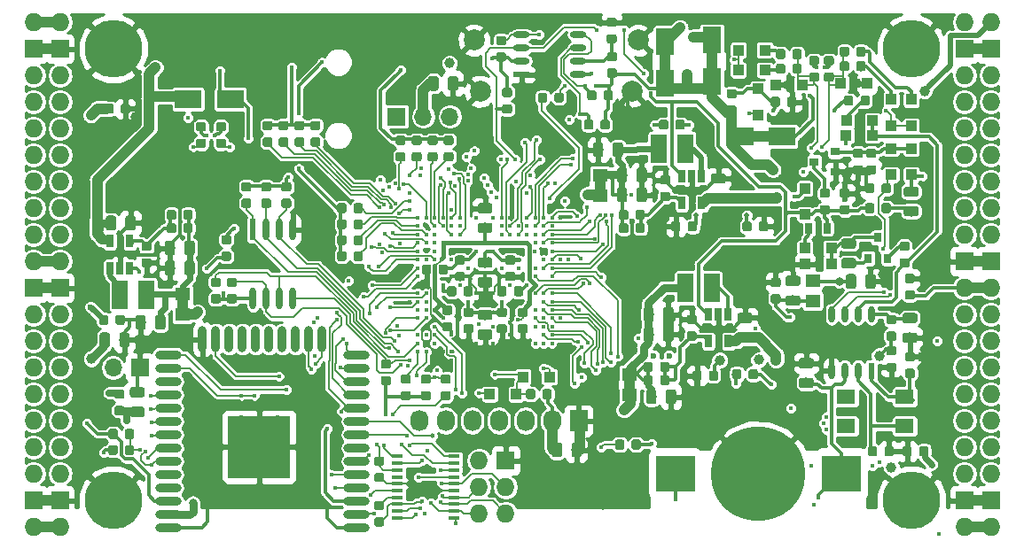
<source format=gbl>
G04 #@! TF.GenerationSoftware,KiCad,Pcbnew,5.0.0+dfsg1-2*
G04 #@! TF.CreationDate,2018-09-15T17:30:14+02:00*
G04 #@! TF.ProjectId,ulx3s,756C7833732E6B696361645F70636200,rev?*
G04 #@! TF.SameCoordinates,Original*
G04 #@! TF.FileFunction,Copper,L4,Bot,Signal*
G04 #@! TF.FilePolarity,Positive*
%FSLAX46Y46*%
G04 Gerber Fmt 4.6, Leading zero omitted, Abs format (unit mm)*
G04 Created by KiCad (PCBNEW 5.0.0+dfsg1-2) date Sat Sep 15 17:30:14 2018*
%MOMM*%
%LPD*%
G01*
G04 APERTURE LIST*
G04 #@! TA.AperFunction,EtchedComponent*
%ADD10C,1.000000*%
G04 #@! TD*
G04 #@! TA.AperFunction,SMDPad,CuDef*
%ADD11O,1.100000X0.400000*%
G04 #@! TD*
G04 #@! TA.AperFunction,SMDPad,CuDef*
%ADD12R,1.100000X0.400000*%
G04 #@! TD*
G04 #@! TA.AperFunction,Conductor*
%ADD13C,0.100000*%
G04 #@! TD*
G04 #@! TA.AperFunction,SMDPad,CuDef*
%ADD14C,0.975000*%
G04 #@! TD*
G04 #@! TA.AperFunction,SMDPad,CuDef*
%ADD15C,0.875000*%
G04 #@! TD*
G04 #@! TA.AperFunction,SMDPad,CuDef*
%ADD16R,0.900000X0.800000*%
G04 #@! TD*
G04 #@! TA.AperFunction,SMDPad,CuDef*
%ADD17R,1.000000X1.000000*%
G04 #@! TD*
G04 #@! TA.AperFunction,SMDPad,CuDef*
%ADD18R,0.700000X1.200000*%
G04 #@! TD*
G04 #@! TA.AperFunction,ComponentPad*
%ADD19C,2.000000*%
G04 #@! TD*
G04 #@! TA.AperFunction,SMDPad,CuDef*
%ADD20R,3.700000X3.500000*%
G04 #@! TD*
G04 #@! TA.AperFunction,BGAPad,CuDef*
%ADD21C,9.000000*%
G04 #@! TD*
G04 #@! TA.AperFunction,SMDPad,CuDef*
%ADD22R,1.800000X1.400000*%
G04 #@! TD*
G04 #@! TA.AperFunction,ComponentPad*
%ADD23R,1.727200X2.032000*%
G04 #@! TD*
G04 #@! TA.AperFunction,ComponentPad*
%ADD24O,1.727200X2.032000*%
G04 #@! TD*
G04 #@! TA.AperFunction,SMDPad,CuDef*
%ADD25R,0.600000X1.550000*%
G04 #@! TD*
G04 #@! TA.AperFunction,SMDPad,CuDef*
%ADD26O,0.600000X1.550000*%
G04 #@! TD*
G04 #@! TA.AperFunction,SMDPad,CuDef*
%ADD27R,1.550000X0.600000*%
G04 #@! TD*
G04 #@! TA.AperFunction,SMDPad,CuDef*
%ADD28O,1.550000X0.600000*%
G04 #@! TD*
G04 #@! TA.AperFunction,SMDPad,CuDef*
%ADD29R,0.600000X2.100000*%
G04 #@! TD*
G04 #@! TA.AperFunction,SMDPad,CuDef*
%ADD30O,0.600000X2.100000*%
G04 #@! TD*
G04 #@! TA.AperFunction,SMDPad,CuDef*
%ADD31O,2.500000X0.900000*%
G04 #@! TD*
G04 #@! TA.AperFunction,SMDPad,CuDef*
%ADD32O,0.900000X2.500000*%
G04 #@! TD*
G04 #@! TA.AperFunction,SMDPad,CuDef*
%ADD33R,6.000000X6.000000*%
G04 #@! TD*
G04 #@! TA.AperFunction,SMDPad,CuDef*
%ADD34R,1.400000X1.295000*%
G04 #@! TD*
G04 #@! TA.AperFunction,SMDPad,CuDef*
%ADD35R,2.500000X1.800000*%
G04 #@! TD*
G04 #@! TA.AperFunction,SMDPad,CuDef*
%ADD36R,1.800000X2.500000*%
G04 #@! TD*
G04 #@! TA.AperFunction,ComponentPad*
%ADD37O,1.727200X1.727200*%
G04 #@! TD*
G04 #@! TA.AperFunction,ComponentPad*
%ADD38R,1.727200X1.727200*%
G04 #@! TD*
G04 #@! TA.AperFunction,ComponentPad*
%ADD39C,5.500000*%
G04 #@! TD*
G04 #@! TA.AperFunction,BGAPad,CuDef*
%ADD40C,0.300000*%
G04 #@! TD*
G04 #@! TA.AperFunction,ComponentPad*
%ADD41R,1.700000X1.700000*%
G04 #@! TD*
G04 #@! TA.AperFunction,ComponentPad*
%ADD42O,1.700000X1.700000*%
G04 #@! TD*
G04 #@! TA.AperFunction,SMDPad,CuDef*
%ADD43R,1.500000X2.700000*%
G04 #@! TD*
G04 #@! TA.AperFunction,SMDPad,CuDef*
%ADD44R,0.670000X1.000000*%
G04 #@! TD*
G04 #@! TA.AperFunction,SMDPad,CuDef*
%ADD45R,0.800000X0.900000*%
G04 #@! TD*
G04 #@! TA.AperFunction,ViaPad*
%ADD46C,2.000000*%
G04 #@! TD*
G04 #@! TA.AperFunction,ViaPad*
%ADD47C,0.419000*%
G04 #@! TD*
G04 #@! TA.AperFunction,ViaPad*
%ADD48C,0.600000*%
G04 #@! TD*
G04 #@! TA.AperFunction,ViaPad*
%ADD49C,1.000000*%
G04 #@! TD*
G04 #@! TA.AperFunction,ViaPad*
%ADD50C,0.800000*%
G04 #@! TD*
G04 #@! TA.AperFunction,ViaPad*
%ADD51C,0.500000*%
G04 #@! TD*
G04 #@! TA.AperFunction,ViaPad*
%ADD52C,0.700000*%
G04 #@! TD*
G04 #@! TA.AperFunction,ViaPad*
%ADD53C,0.454000*%
G04 #@! TD*
G04 #@! TA.AperFunction,Conductor*
%ADD54C,0.300000*%
G04 #@! TD*
G04 #@! TA.AperFunction,Conductor*
%ADD55C,1.000000*%
G04 #@! TD*
G04 #@! TA.AperFunction,Conductor*
%ADD56C,0.700000*%
G04 #@! TD*
G04 #@! TA.AperFunction,Conductor*
%ADD57C,0.127000*%
G04 #@! TD*
G04 #@! TA.AperFunction,Conductor*
%ADD58C,0.190000*%
G04 #@! TD*
G04 #@! TA.AperFunction,Conductor*
%ADD59C,0.800000*%
G04 #@! TD*
G04 #@! TA.AperFunction,Conductor*
%ADD60C,0.500000*%
G04 #@! TD*
G04 #@! TA.AperFunction,Conductor*
%ADD61C,0.400000*%
G04 #@! TD*
G04 #@! TA.AperFunction,Conductor*
%ADD62C,0.600000*%
G04 #@! TD*
G04 #@! TA.AperFunction,Conductor*
%ADD63C,0.200000*%
G04 #@! TD*
G04 #@! TA.AperFunction,Conductor*
%ADD64C,0.254000*%
G04 #@! TD*
G04 APERTURE END LIST*
D10*
G04 #@! TO.C,RP3*
X149472000Y-77311000D02*
X149472000Y-79311000D01*
G04 #@! TO.C,RP2*
X109609000Y-88632000D02*
X109609000Y-90632000D01*
G04 #@! TO.C,RP1*
X152281000Y-96361000D02*
X152281000Y-98361000D01*
G04 #@! TO.C,D9*
X166854000Y-73630000D02*
X162854000Y-73630000D01*
G04 #@! TO.C,D52*
X160155000Y-64391000D02*
X160155000Y-68391000D01*
G04 #@! TO.C,D51*
X155710000Y-68518000D02*
X155710000Y-64518000D01*
G04 #@! TD*
D11*
G04 #@! TO.P,U6,20*
G04 #@! TO.N,FTDI_TXD*
X130135000Y-104215000D03*
G04 #@! TO.P,U6,19*
G04 #@! TO.N,FTDI_nSLEEP*
X130135000Y-104865000D03*
G04 #@! TO.P,U6,18*
G04 #@! TO.N,FTDI_TXDEN*
X130135000Y-105515000D03*
G04 #@! TO.P,U6,17*
G04 #@! TO.N,N/C*
X130135000Y-106165000D03*
G04 #@! TO.P,U6,16*
G04 #@! TO.N,GND*
X130135000Y-106815000D03*
G04 #@! TO.P,U6,15*
G04 #@! TO.N,USB5V*
X130135000Y-107465000D03*
G04 #@! TO.P,U6,14*
G04 #@! TO.N,nRESET*
X130135000Y-108115000D03*
G04 #@! TO.P,U6,13*
G04 #@! TO.N,FT2V5*
X130135000Y-108765000D03*
G04 #@! TO.P,U6,12*
G04 #@! TO.N,USB_FTDI_D-*
X130135000Y-109415000D03*
G04 #@! TO.P,U6,11*
G04 #@! TO.N,USB_FTDI_D+*
X130135000Y-110065000D03*
G04 #@! TO.P,U6,10*
G04 #@! TO.N,FTDI_nTXLED*
X135535000Y-110065000D03*
G04 #@! TO.P,U6,9*
G04 #@! TO.N,JTAG_TDO*
X135535000Y-109415000D03*
G04 #@! TO.P,U6,8*
G04 #@! TO.N,JTAG_TMS*
X135535000Y-108765000D03*
G04 #@! TO.P,U6,7*
G04 #@! TO.N,JTAG_TCK*
X135535000Y-108115000D03*
G04 #@! TO.P,U6,6*
G04 #@! TO.N,GND*
X135535000Y-107465000D03*
G04 #@! TO.P,U6,5*
G04 #@! TO.N,JTAG_TDI*
X135535000Y-106815000D03*
G04 #@! TO.P,U6,4*
G04 #@! TO.N,FTDI_RXD*
X135535000Y-106165000D03*
G04 #@! TO.P,U6,3*
G04 #@! TO.N,FT2V5*
X135535000Y-105515000D03*
G04 #@! TO.P,U6,2*
G04 #@! TO.N,FTDI_nRTS*
X135535000Y-104865000D03*
D12*
G04 #@! TO.P,U6,1*
G04 #@! TO.N,FTDI_nDTR*
X135535000Y-104215000D03*
G04 #@! TD*
D13*
G04 #@! TO.N,GND*
G04 #@! TO.C,C1*
G36*
X104908642Y-81186174D02*
X104932303Y-81189684D01*
X104955507Y-81195496D01*
X104978029Y-81203554D01*
X104999653Y-81213782D01*
X105020170Y-81226079D01*
X105039383Y-81240329D01*
X105057107Y-81256393D01*
X105073171Y-81274117D01*
X105087421Y-81293330D01*
X105099718Y-81313847D01*
X105109946Y-81335471D01*
X105118004Y-81357993D01*
X105123816Y-81381197D01*
X105127326Y-81404858D01*
X105128500Y-81428750D01*
X105128500Y-82341250D01*
X105127326Y-82365142D01*
X105123816Y-82388803D01*
X105118004Y-82412007D01*
X105109946Y-82434529D01*
X105099718Y-82456153D01*
X105087421Y-82476670D01*
X105073171Y-82495883D01*
X105057107Y-82513607D01*
X105039383Y-82529671D01*
X105020170Y-82543921D01*
X104999653Y-82556218D01*
X104978029Y-82566446D01*
X104955507Y-82574504D01*
X104932303Y-82580316D01*
X104908642Y-82583826D01*
X104884750Y-82585000D01*
X104397250Y-82585000D01*
X104373358Y-82583826D01*
X104349697Y-82580316D01*
X104326493Y-82574504D01*
X104303971Y-82566446D01*
X104282347Y-82556218D01*
X104261830Y-82543921D01*
X104242617Y-82529671D01*
X104224893Y-82513607D01*
X104208829Y-82495883D01*
X104194579Y-82476670D01*
X104182282Y-82456153D01*
X104172054Y-82434529D01*
X104163996Y-82412007D01*
X104158184Y-82388803D01*
X104154674Y-82365142D01*
X104153500Y-82341250D01*
X104153500Y-81428750D01*
X104154674Y-81404858D01*
X104158184Y-81381197D01*
X104163996Y-81357993D01*
X104172054Y-81335471D01*
X104182282Y-81313847D01*
X104194579Y-81293330D01*
X104208829Y-81274117D01*
X104224893Y-81256393D01*
X104242617Y-81240329D01*
X104261830Y-81226079D01*
X104282347Y-81213782D01*
X104303971Y-81203554D01*
X104326493Y-81195496D01*
X104349697Y-81189684D01*
X104373358Y-81186174D01*
X104397250Y-81185000D01*
X104884750Y-81185000D01*
X104908642Y-81186174D01*
X104908642Y-81186174D01*
G37*
D14*
G04 #@! TD*
G04 #@! TO.P,C1,2*
G04 #@! TO.N,GND*
X104641000Y-81885000D03*
D13*
G04 #@! TO.N,+5V*
G04 #@! TO.C,C1*
G36*
X103033642Y-81186174D02*
X103057303Y-81189684D01*
X103080507Y-81195496D01*
X103103029Y-81203554D01*
X103124653Y-81213782D01*
X103145170Y-81226079D01*
X103164383Y-81240329D01*
X103182107Y-81256393D01*
X103198171Y-81274117D01*
X103212421Y-81293330D01*
X103224718Y-81313847D01*
X103234946Y-81335471D01*
X103243004Y-81357993D01*
X103248816Y-81381197D01*
X103252326Y-81404858D01*
X103253500Y-81428750D01*
X103253500Y-82341250D01*
X103252326Y-82365142D01*
X103248816Y-82388803D01*
X103243004Y-82412007D01*
X103234946Y-82434529D01*
X103224718Y-82456153D01*
X103212421Y-82476670D01*
X103198171Y-82495883D01*
X103182107Y-82513607D01*
X103164383Y-82529671D01*
X103145170Y-82543921D01*
X103124653Y-82556218D01*
X103103029Y-82566446D01*
X103080507Y-82574504D01*
X103057303Y-82580316D01*
X103033642Y-82583826D01*
X103009750Y-82585000D01*
X102522250Y-82585000D01*
X102498358Y-82583826D01*
X102474697Y-82580316D01*
X102451493Y-82574504D01*
X102428971Y-82566446D01*
X102407347Y-82556218D01*
X102386830Y-82543921D01*
X102367617Y-82529671D01*
X102349893Y-82513607D01*
X102333829Y-82495883D01*
X102319579Y-82476670D01*
X102307282Y-82456153D01*
X102297054Y-82434529D01*
X102288996Y-82412007D01*
X102283184Y-82388803D01*
X102279674Y-82365142D01*
X102278500Y-82341250D01*
X102278500Y-81428750D01*
X102279674Y-81404858D01*
X102283184Y-81381197D01*
X102288996Y-81357993D01*
X102297054Y-81335471D01*
X102307282Y-81313847D01*
X102319579Y-81293330D01*
X102333829Y-81274117D01*
X102349893Y-81256393D01*
X102367617Y-81240329D01*
X102386830Y-81226079D01*
X102407347Y-81213782D01*
X102428971Y-81203554D01*
X102451493Y-81195496D01*
X102474697Y-81189684D01*
X102498358Y-81186174D01*
X102522250Y-81185000D01*
X103009750Y-81185000D01*
X103033642Y-81186174D01*
X103033642Y-81186174D01*
G37*
D14*
G04 #@! TD*
G04 #@! TO.P,C1,1*
G04 #@! TO.N,+5V*
X102766000Y-81885000D03*
D13*
G04 #@! TO.N,FT2V5*
G04 #@! TO.C,R9*
G36*
X128667691Y-110031053D02*
X128688926Y-110034203D01*
X128709750Y-110039419D01*
X128729962Y-110046651D01*
X128749368Y-110055830D01*
X128767781Y-110066866D01*
X128785024Y-110079654D01*
X128800930Y-110094070D01*
X128815346Y-110109976D01*
X128828134Y-110127219D01*
X128839170Y-110145632D01*
X128848349Y-110165038D01*
X128855581Y-110185250D01*
X128860797Y-110206074D01*
X128863947Y-110227309D01*
X128865000Y-110248750D01*
X128865000Y-110686250D01*
X128863947Y-110707691D01*
X128860797Y-110728926D01*
X128855581Y-110749750D01*
X128848349Y-110769962D01*
X128839170Y-110789368D01*
X128828134Y-110807781D01*
X128815346Y-110825024D01*
X128800930Y-110840930D01*
X128785024Y-110855346D01*
X128767781Y-110868134D01*
X128749368Y-110879170D01*
X128729962Y-110888349D01*
X128709750Y-110895581D01*
X128688926Y-110900797D01*
X128667691Y-110903947D01*
X128646250Y-110905000D01*
X128133750Y-110905000D01*
X128112309Y-110903947D01*
X128091074Y-110900797D01*
X128070250Y-110895581D01*
X128050038Y-110888349D01*
X128030632Y-110879170D01*
X128012219Y-110868134D01*
X127994976Y-110855346D01*
X127979070Y-110840930D01*
X127964654Y-110825024D01*
X127951866Y-110807781D01*
X127940830Y-110789368D01*
X127931651Y-110769962D01*
X127924419Y-110749750D01*
X127919203Y-110728926D01*
X127916053Y-110707691D01*
X127915000Y-110686250D01*
X127915000Y-110248750D01*
X127916053Y-110227309D01*
X127919203Y-110206074D01*
X127924419Y-110185250D01*
X127931651Y-110165038D01*
X127940830Y-110145632D01*
X127951866Y-110127219D01*
X127964654Y-110109976D01*
X127979070Y-110094070D01*
X127994976Y-110079654D01*
X128012219Y-110066866D01*
X128030632Y-110055830D01*
X128050038Y-110046651D01*
X128070250Y-110039419D01*
X128091074Y-110034203D01*
X128112309Y-110031053D01*
X128133750Y-110030000D01*
X128646250Y-110030000D01*
X128667691Y-110031053D01*
X128667691Y-110031053D01*
G37*
D15*
G04 #@! TD*
G04 #@! TO.P,R9,2*
G04 #@! TO.N,FT2V5*
X128390000Y-110467500D03*
D13*
G04 #@! TO.N,nRESET*
G04 #@! TO.C,R9*
G36*
X128667691Y-108456053D02*
X128688926Y-108459203D01*
X128709750Y-108464419D01*
X128729962Y-108471651D01*
X128749368Y-108480830D01*
X128767781Y-108491866D01*
X128785024Y-108504654D01*
X128800930Y-108519070D01*
X128815346Y-108534976D01*
X128828134Y-108552219D01*
X128839170Y-108570632D01*
X128848349Y-108590038D01*
X128855581Y-108610250D01*
X128860797Y-108631074D01*
X128863947Y-108652309D01*
X128865000Y-108673750D01*
X128865000Y-109111250D01*
X128863947Y-109132691D01*
X128860797Y-109153926D01*
X128855581Y-109174750D01*
X128848349Y-109194962D01*
X128839170Y-109214368D01*
X128828134Y-109232781D01*
X128815346Y-109250024D01*
X128800930Y-109265930D01*
X128785024Y-109280346D01*
X128767781Y-109293134D01*
X128749368Y-109304170D01*
X128729962Y-109313349D01*
X128709750Y-109320581D01*
X128688926Y-109325797D01*
X128667691Y-109328947D01*
X128646250Y-109330000D01*
X128133750Y-109330000D01*
X128112309Y-109328947D01*
X128091074Y-109325797D01*
X128070250Y-109320581D01*
X128050038Y-109313349D01*
X128030632Y-109304170D01*
X128012219Y-109293134D01*
X127994976Y-109280346D01*
X127979070Y-109265930D01*
X127964654Y-109250024D01*
X127951866Y-109232781D01*
X127940830Y-109214368D01*
X127931651Y-109194962D01*
X127924419Y-109174750D01*
X127919203Y-109153926D01*
X127916053Y-109132691D01*
X127915000Y-109111250D01*
X127915000Y-108673750D01*
X127916053Y-108652309D01*
X127919203Y-108631074D01*
X127924419Y-108610250D01*
X127931651Y-108590038D01*
X127940830Y-108570632D01*
X127951866Y-108552219D01*
X127964654Y-108534976D01*
X127979070Y-108519070D01*
X127994976Y-108504654D01*
X128012219Y-108491866D01*
X128030632Y-108480830D01*
X128050038Y-108471651D01*
X128070250Y-108464419D01*
X128091074Y-108459203D01*
X128112309Y-108456053D01*
X128133750Y-108455000D01*
X128646250Y-108455000D01*
X128667691Y-108456053D01*
X128667691Y-108456053D01*
G37*
D15*
G04 #@! TD*
G04 #@! TO.P,R9,1*
G04 #@! TO.N,nRESET*
X128390000Y-108892500D03*
D13*
G04 #@! TO.N,FTDI_TXDEN*
G04 #@! TO.C,R56*
G36*
X128667691Y-104222053D02*
X128688926Y-104225203D01*
X128709750Y-104230419D01*
X128729962Y-104237651D01*
X128749368Y-104246830D01*
X128767781Y-104257866D01*
X128785024Y-104270654D01*
X128800930Y-104285070D01*
X128815346Y-104300976D01*
X128828134Y-104318219D01*
X128839170Y-104336632D01*
X128848349Y-104356038D01*
X128855581Y-104376250D01*
X128860797Y-104397074D01*
X128863947Y-104418309D01*
X128865000Y-104439750D01*
X128865000Y-104877250D01*
X128863947Y-104898691D01*
X128860797Y-104919926D01*
X128855581Y-104940750D01*
X128848349Y-104960962D01*
X128839170Y-104980368D01*
X128828134Y-104998781D01*
X128815346Y-105016024D01*
X128800930Y-105031930D01*
X128785024Y-105046346D01*
X128767781Y-105059134D01*
X128749368Y-105070170D01*
X128729962Y-105079349D01*
X128709750Y-105086581D01*
X128688926Y-105091797D01*
X128667691Y-105094947D01*
X128646250Y-105096000D01*
X128133750Y-105096000D01*
X128112309Y-105094947D01*
X128091074Y-105091797D01*
X128070250Y-105086581D01*
X128050038Y-105079349D01*
X128030632Y-105070170D01*
X128012219Y-105059134D01*
X127994976Y-105046346D01*
X127979070Y-105031930D01*
X127964654Y-105016024D01*
X127951866Y-104998781D01*
X127940830Y-104980368D01*
X127931651Y-104960962D01*
X127924419Y-104940750D01*
X127919203Y-104919926D01*
X127916053Y-104898691D01*
X127915000Y-104877250D01*
X127915000Y-104439750D01*
X127916053Y-104418309D01*
X127919203Y-104397074D01*
X127924419Y-104376250D01*
X127931651Y-104356038D01*
X127940830Y-104336632D01*
X127951866Y-104318219D01*
X127964654Y-104300976D01*
X127979070Y-104285070D01*
X127994976Y-104270654D01*
X128012219Y-104257866D01*
X128030632Y-104246830D01*
X128050038Y-104237651D01*
X128070250Y-104230419D01*
X128091074Y-104225203D01*
X128112309Y-104222053D01*
X128133750Y-104221000D01*
X128646250Y-104221000D01*
X128667691Y-104222053D01*
X128667691Y-104222053D01*
G37*
D15*
G04 #@! TD*
G04 #@! TO.P,R56,2*
G04 #@! TO.N,FTDI_TXDEN*
X128390000Y-104658500D03*
D13*
G04 #@! TO.N,GND*
G04 #@! TO.C,R56*
G36*
X128667691Y-105797053D02*
X128688926Y-105800203D01*
X128709750Y-105805419D01*
X128729962Y-105812651D01*
X128749368Y-105821830D01*
X128767781Y-105832866D01*
X128785024Y-105845654D01*
X128800930Y-105860070D01*
X128815346Y-105875976D01*
X128828134Y-105893219D01*
X128839170Y-105911632D01*
X128848349Y-105931038D01*
X128855581Y-105951250D01*
X128860797Y-105972074D01*
X128863947Y-105993309D01*
X128865000Y-106014750D01*
X128865000Y-106452250D01*
X128863947Y-106473691D01*
X128860797Y-106494926D01*
X128855581Y-106515750D01*
X128848349Y-106535962D01*
X128839170Y-106555368D01*
X128828134Y-106573781D01*
X128815346Y-106591024D01*
X128800930Y-106606930D01*
X128785024Y-106621346D01*
X128767781Y-106634134D01*
X128749368Y-106645170D01*
X128729962Y-106654349D01*
X128709750Y-106661581D01*
X128688926Y-106666797D01*
X128667691Y-106669947D01*
X128646250Y-106671000D01*
X128133750Y-106671000D01*
X128112309Y-106669947D01*
X128091074Y-106666797D01*
X128070250Y-106661581D01*
X128050038Y-106654349D01*
X128030632Y-106645170D01*
X128012219Y-106634134D01*
X127994976Y-106621346D01*
X127979070Y-106606930D01*
X127964654Y-106591024D01*
X127951866Y-106573781D01*
X127940830Y-106555368D01*
X127931651Y-106535962D01*
X127924419Y-106515750D01*
X127919203Y-106494926D01*
X127916053Y-106473691D01*
X127915000Y-106452250D01*
X127915000Y-106014750D01*
X127916053Y-105993309D01*
X127919203Y-105972074D01*
X127924419Y-105951250D01*
X127931651Y-105931038D01*
X127940830Y-105911632D01*
X127951866Y-105893219D01*
X127964654Y-105875976D01*
X127979070Y-105860070D01*
X127994976Y-105845654D01*
X128012219Y-105832866D01*
X128030632Y-105821830D01*
X128050038Y-105812651D01*
X128070250Y-105805419D01*
X128091074Y-105800203D01*
X128112309Y-105797053D01*
X128133750Y-105796000D01*
X128646250Y-105796000D01*
X128667691Y-105797053D01*
X128667691Y-105797053D01*
G37*
D15*
G04 #@! TD*
G04 #@! TO.P,R56,1*
G04 #@! TO.N,GND*
X128390000Y-106233500D03*
D13*
G04 #@! TO.N,PROG_DONE*
G04 #@! TO.C,R55*
G36*
X135017691Y-97966053D02*
X135038926Y-97969203D01*
X135059750Y-97974419D01*
X135079962Y-97981651D01*
X135099368Y-97990830D01*
X135117781Y-98001866D01*
X135135024Y-98014654D01*
X135150930Y-98029070D01*
X135165346Y-98044976D01*
X135178134Y-98062219D01*
X135189170Y-98080632D01*
X135198349Y-98100038D01*
X135205581Y-98120250D01*
X135210797Y-98141074D01*
X135213947Y-98162309D01*
X135215000Y-98183750D01*
X135215000Y-98621250D01*
X135213947Y-98642691D01*
X135210797Y-98663926D01*
X135205581Y-98684750D01*
X135198349Y-98704962D01*
X135189170Y-98724368D01*
X135178134Y-98742781D01*
X135165346Y-98760024D01*
X135150930Y-98775930D01*
X135135024Y-98790346D01*
X135117781Y-98803134D01*
X135099368Y-98814170D01*
X135079962Y-98823349D01*
X135059750Y-98830581D01*
X135038926Y-98835797D01*
X135017691Y-98838947D01*
X134996250Y-98840000D01*
X134483750Y-98840000D01*
X134462309Y-98838947D01*
X134441074Y-98835797D01*
X134420250Y-98830581D01*
X134400038Y-98823349D01*
X134380632Y-98814170D01*
X134362219Y-98803134D01*
X134344976Y-98790346D01*
X134329070Y-98775930D01*
X134314654Y-98760024D01*
X134301866Y-98742781D01*
X134290830Y-98724368D01*
X134281651Y-98704962D01*
X134274419Y-98684750D01*
X134269203Y-98663926D01*
X134266053Y-98642691D01*
X134265000Y-98621250D01*
X134265000Y-98183750D01*
X134266053Y-98162309D01*
X134269203Y-98141074D01*
X134274419Y-98120250D01*
X134281651Y-98100038D01*
X134290830Y-98080632D01*
X134301866Y-98062219D01*
X134314654Y-98044976D01*
X134329070Y-98029070D01*
X134344976Y-98014654D01*
X134362219Y-98001866D01*
X134380632Y-97990830D01*
X134400038Y-97981651D01*
X134420250Y-97974419D01*
X134441074Y-97969203D01*
X134462309Y-97966053D01*
X134483750Y-97965000D01*
X134996250Y-97965000D01*
X135017691Y-97966053D01*
X135017691Y-97966053D01*
G37*
D15*
G04 #@! TD*
G04 #@! TO.P,R55,2*
G04 #@! TO.N,PROG_DONE*
X134740000Y-98402500D03*
D13*
G04 #@! TO.N,/flash/FPGA_DONE*
G04 #@! TO.C,R55*
G36*
X135017691Y-96391053D02*
X135038926Y-96394203D01*
X135059750Y-96399419D01*
X135079962Y-96406651D01*
X135099368Y-96415830D01*
X135117781Y-96426866D01*
X135135024Y-96439654D01*
X135150930Y-96454070D01*
X135165346Y-96469976D01*
X135178134Y-96487219D01*
X135189170Y-96505632D01*
X135198349Y-96525038D01*
X135205581Y-96545250D01*
X135210797Y-96566074D01*
X135213947Y-96587309D01*
X135215000Y-96608750D01*
X135215000Y-97046250D01*
X135213947Y-97067691D01*
X135210797Y-97088926D01*
X135205581Y-97109750D01*
X135198349Y-97129962D01*
X135189170Y-97149368D01*
X135178134Y-97167781D01*
X135165346Y-97185024D01*
X135150930Y-97200930D01*
X135135024Y-97215346D01*
X135117781Y-97228134D01*
X135099368Y-97239170D01*
X135079962Y-97248349D01*
X135059750Y-97255581D01*
X135038926Y-97260797D01*
X135017691Y-97263947D01*
X134996250Y-97265000D01*
X134483750Y-97265000D01*
X134462309Y-97263947D01*
X134441074Y-97260797D01*
X134420250Y-97255581D01*
X134400038Y-97248349D01*
X134380632Y-97239170D01*
X134362219Y-97228134D01*
X134344976Y-97215346D01*
X134329070Y-97200930D01*
X134314654Y-97185024D01*
X134301866Y-97167781D01*
X134290830Y-97149368D01*
X134281651Y-97129962D01*
X134274419Y-97109750D01*
X134269203Y-97088926D01*
X134266053Y-97067691D01*
X134265000Y-97046250D01*
X134265000Y-96608750D01*
X134266053Y-96587309D01*
X134269203Y-96566074D01*
X134274419Y-96545250D01*
X134281651Y-96525038D01*
X134290830Y-96505632D01*
X134301866Y-96487219D01*
X134314654Y-96469976D01*
X134329070Y-96454070D01*
X134344976Y-96439654D01*
X134362219Y-96426866D01*
X134380632Y-96415830D01*
X134400038Y-96406651D01*
X134420250Y-96399419D01*
X134441074Y-96394203D01*
X134462309Y-96391053D01*
X134483750Y-96390000D01*
X134996250Y-96390000D01*
X135017691Y-96391053D01*
X135017691Y-96391053D01*
G37*
D15*
G04 #@! TD*
G04 #@! TO.P,R55,1*
G04 #@! TO.N,/flash/FPGA_DONE*
X134740000Y-96827500D03*
D13*
G04 #@! TO.N,/flash/FPGA_DONE*
G04 #@! TO.C,R32*
G36*
X133112691Y-96391053D02*
X133133926Y-96394203D01*
X133154750Y-96399419D01*
X133174962Y-96406651D01*
X133194368Y-96415830D01*
X133212781Y-96426866D01*
X133230024Y-96439654D01*
X133245930Y-96454070D01*
X133260346Y-96469976D01*
X133273134Y-96487219D01*
X133284170Y-96505632D01*
X133293349Y-96525038D01*
X133300581Y-96545250D01*
X133305797Y-96566074D01*
X133308947Y-96587309D01*
X133310000Y-96608750D01*
X133310000Y-97046250D01*
X133308947Y-97067691D01*
X133305797Y-97088926D01*
X133300581Y-97109750D01*
X133293349Y-97129962D01*
X133284170Y-97149368D01*
X133273134Y-97167781D01*
X133260346Y-97185024D01*
X133245930Y-97200930D01*
X133230024Y-97215346D01*
X133212781Y-97228134D01*
X133194368Y-97239170D01*
X133174962Y-97248349D01*
X133154750Y-97255581D01*
X133133926Y-97260797D01*
X133112691Y-97263947D01*
X133091250Y-97265000D01*
X132578750Y-97265000D01*
X132557309Y-97263947D01*
X132536074Y-97260797D01*
X132515250Y-97255581D01*
X132495038Y-97248349D01*
X132475632Y-97239170D01*
X132457219Y-97228134D01*
X132439976Y-97215346D01*
X132424070Y-97200930D01*
X132409654Y-97185024D01*
X132396866Y-97167781D01*
X132385830Y-97149368D01*
X132376651Y-97129962D01*
X132369419Y-97109750D01*
X132364203Y-97088926D01*
X132361053Y-97067691D01*
X132360000Y-97046250D01*
X132360000Y-96608750D01*
X132361053Y-96587309D01*
X132364203Y-96566074D01*
X132369419Y-96545250D01*
X132376651Y-96525038D01*
X132385830Y-96505632D01*
X132396866Y-96487219D01*
X132409654Y-96469976D01*
X132424070Y-96454070D01*
X132439976Y-96439654D01*
X132457219Y-96426866D01*
X132475632Y-96415830D01*
X132495038Y-96406651D01*
X132515250Y-96399419D01*
X132536074Y-96394203D01*
X132557309Y-96391053D01*
X132578750Y-96390000D01*
X133091250Y-96390000D01*
X133112691Y-96391053D01*
X133112691Y-96391053D01*
G37*
D15*
G04 #@! TD*
G04 #@! TO.P,R32,2*
G04 #@! TO.N,/flash/FPGA_DONE*
X132835000Y-96827500D03*
D13*
G04 #@! TO.N,+3V3*
G04 #@! TO.C,R32*
G36*
X133112691Y-97966053D02*
X133133926Y-97969203D01*
X133154750Y-97974419D01*
X133174962Y-97981651D01*
X133194368Y-97990830D01*
X133212781Y-98001866D01*
X133230024Y-98014654D01*
X133245930Y-98029070D01*
X133260346Y-98044976D01*
X133273134Y-98062219D01*
X133284170Y-98080632D01*
X133293349Y-98100038D01*
X133300581Y-98120250D01*
X133305797Y-98141074D01*
X133308947Y-98162309D01*
X133310000Y-98183750D01*
X133310000Y-98621250D01*
X133308947Y-98642691D01*
X133305797Y-98663926D01*
X133300581Y-98684750D01*
X133293349Y-98704962D01*
X133284170Y-98724368D01*
X133273134Y-98742781D01*
X133260346Y-98760024D01*
X133245930Y-98775930D01*
X133230024Y-98790346D01*
X133212781Y-98803134D01*
X133194368Y-98814170D01*
X133174962Y-98823349D01*
X133154750Y-98830581D01*
X133133926Y-98835797D01*
X133112691Y-98838947D01*
X133091250Y-98840000D01*
X132578750Y-98840000D01*
X132557309Y-98838947D01*
X132536074Y-98835797D01*
X132515250Y-98830581D01*
X132495038Y-98823349D01*
X132475632Y-98814170D01*
X132457219Y-98803134D01*
X132439976Y-98790346D01*
X132424070Y-98775930D01*
X132409654Y-98760024D01*
X132396866Y-98742781D01*
X132385830Y-98724368D01*
X132376651Y-98704962D01*
X132369419Y-98684750D01*
X132364203Y-98663926D01*
X132361053Y-98642691D01*
X132360000Y-98621250D01*
X132360000Y-98183750D01*
X132361053Y-98162309D01*
X132364203Y-98141074D01*
X132369419Y-98120250D01*
X132376651Y-98100038D01*
X132385830Y-98080632D01*
X132396866Y-98062219D01*
X132409654Y-98044976D01*
X132424070Y-98029070D01*
X132439976Y-98014654D01*
X132457219Y-98001866D01*
X132475632Y-97990830D01*
X132495038Y-97981651D01*
X132515250Y-97974419D01*
X132536074Y-97969203D01*
X132557309Y-97966053D01*
X132578750Y-97965000D01*
X133091250Y-97965000D01*
X133112691Y-97966053D01*
X133112691Y-97966053D01*
G37*
D15*
G04 #@! TD*
G04 #@! TO.P,R32,1*
G04 #@! TO.N,+3V3*
X132835000Y-98402500D03*
D13*
G04 #@! TO.N,/flash/FPGA_INITN*
G04 #@! TO.C,R33*
G36*
X131207691Y-96391053D02*
X131228926Y-96394203D01*
X131249750Y-96399419D01*
X131269962Y-96406651D01*
X131289368Y-96415830D01*
X131307781Y-96426866D01*
X131325024Y-96439654D01*
X131340930Y-96454070D01*
X131355346Y-96469976D01*
X131368134Y-96487219D01*
X131379170Y-96505632D01*
X131388349Y-96525038D01*
X131395581Y-96545250D01*
X131400797Y-96566074D01*
X131403947Y-96587309D01*
X131405000Y-96608750D01*
X131405000Y-97046250D01*
X131403947Y-97067691D01*
X131400797Y-97088926D01*
X131395581Y-97109750D01*
X131388349Y-97129962D01*
X131379170Y-97149368D01*
X131368134Y-97167781D01*
X131355346Y-97185024D01*
X131340930Y-97200930D01*
X131325024Y-97215346D01*
X131307781Y-97228134D01*
X131289368Y-97239170D01*
X131269962Y-97248349D01*
X131249750Y-97255581D01*
X131228926Y-97260797D01*
X131207691Y-97263947D01*
X131186250Y-97265000D01*
X130673750Y-97265000D01*
X130652309Y-97263947D01*
X130631074Y-97260797D01*
X130610250Y-97255581D01*
X130590038Y-97248349D01*
X130570632Y-97239170D01*
X130552219Y-97228134D01*
X130534976Y-97215346D01*
X130519070Y-97200930D01*
X130504654Y-97185024D01*
X130491866Y-97167781D01*
X130480830Y-97149368D01*
X130471651Y-97129962D01*
X130464419Y-97109750D01*
X130459203Y-97088926D01*
X130456053Y-97067691D01*
X130455000Y-97046250D01*
X130455000Y-96608750D01*
X130456053Y-96587309D01*
X130459203Y-96566074D01*
X130464419Y-96545250D01*
X130471651Y-96525038D01*
X130480830Y-96505632D01*
X130491866Y-96487219D01*
X130504654Y-96469976D01*
X130519070Y-96454070D01*
X130534976Y-96439654D01*
X130552219Y-96426866D01*
X130570632Y-96415830D01*
X130590038Y-96406651D01*
X130610250Y-96399419D01*
X130631074Y-96394203D01*
X130652309Y-96391053D01*
X130673750Y-96390000D01*
X131186250Y-96390000D01*
X131207691Y-96391053D01*
X131207691Y-96391053D01*
G37*
D15*
G04 #@! TD*
G04 #@! TO.P,R33,2*
G04 #@! TO.N,/flash/FPGA_INITN*
X130930000Y-96827500D03*
D13*
G04 #@! TO.N,+3V3*
G04 #@! TO.C,R33*
G36*
X131207691Y-97966053D02*
X131228926Y-97969203D01*
X131249750Y-97974419D01*
X131269962Y-97981651D01*
X131289368Y-97990830D01*
X131307781Y-98001866D01*
X131325024Y-98014654D01*
X131340930Y-98029070D01*
X131355346Y-98044976D01*
X131368134Y-98062219D01*
X131379170Y-98080632D01*
X131388349Y-98100038D01*
X131395581Y-98120250D01*
X131400797Y-98141074D01*
X131403947Y-98162309D01*
X131405000Y-98183750D01*
X131405000Y-98621250D01*
X131403947Y-98642691D01*
X131400797Y-98663926D01*
X131395581Y-98684750D01*
X131388349Y-98704962D01*
X131379170Y-98724368D01*
X131368134Y-98742781D01*
X131355346Y-98760024D01*
X131340930Y-98775930D01*
X131325024Y-98790346D01*
X131307781Y-98803134D01*
X131289368Y-98814170D01*
X131269962Y-98823349D01*
X131249750Y-98830581D01*
X131228926Y-98835797D01*
X131207691Y-98838947D01*
X131186250Y-98840000D01*
X130673750Y-98840000D01*
X130652309Y-98838947D01*
X130631074Y-98835797D01*
X130610250Y-98830581D01*
X130590038Y-98823349D01*
X130570632Y-98814170D01*
X130552219Y-98803134D01*
X130534976Y-98790346D01*
X130519070Y-98775930D01*
X130504654Y-98760024D01*
X130491866Y-98742781D01*
X130480830Y-98724368D01*
X130471651Y-98704962D01*
X130464419Y-98684750D01*
X130459203Y-98663926D01*
X130456053Y-98642691D01*
X130455000Y-98621250D01*
X130455000Y-98183750D01*
X130456053Y-98162309D01*
X130459203Y-98141074D01*
X130464419Y-98120250D01*
X130471651Y-98100038D01*
X130480830Y-98080632D01*
X130491866Y-98062219D01*
X130504654Y-98044976D01*
X130519070Y-98029070D01*
X130534976Y-98014654D01*
X130552219Y-98001866D01*
X130570632Y-97990830D01*
X130590038Y-97981651D01*
X130610250Y-97974419D01*
X130631074Y-97969203D01*
X130652309Y-97966053D01*
X130673750Y-97965000D01*
X131186250Y-97965000D01*
X131207691Y-97966053D01*
X131207691Y-97966053D01*
G37*
D15*
G04 #@! TD*
G04 #@! TO.P,R33,1*
G04 #@! TO.N,+3V3*
X130930000Y-98402500D03*
D13*
G04 #@! TO.N,/flash/FLASH_MOSI*
G04 #@! TO.C,R27*
G36*
X129302691Y-94951053D02*
X129323926Y-94954203D01*
X129344750Y-94959419D01*
X129364962Y-94966651D01*
X129384368Y-94975830D01*
X129402781Y-94986866D01*
X129420024Y-94999654D01*
X129435930Y-95014070D01*
X129450346Y-95029976D01*
X129463134Y-95047219D01*
X129474170Y-95065632D01*
X129483349Y-95085038D01*
X129490581Y-95105250D01*
X129495797Y-95126074D01*
X129498947Y-95147309D01*
X129500000Y-95168750D01*
X129500000Y-95606250D01*
X129498947Y-95627691D01*
X129495797Y-95648926D01*
X129490581Y-95669750D01*
X129483349Y-95689962D01*
X129474170Y-95709368D01*
X129463134Y-95727781D01*
X129450346Y-95745024D01*
X129435930Y-95760930D01*
X129420024Y-95775346D01*
X129402781Y-95788134D01*
X129384368Y-95799170D01*
X129364962Y-95808349D01*
X129344750Y-95815581D01*
X129323926Y-95820797D01*
X129302691Y-95823947D01*
X129281250Y-95825000D01*
X128768750Y-95825000D01*
X128747309Y-95823947D01*
X128726074Y-95820797D01*
X128705250Y-95815581D01*
X128685038Y-95808349D01*
X128665632Y-95799170D01*
X128647219Y-95788134D01*
X128629976Y-95775346D01*
X128614070Y-95760930D01*
X128599654Y-95745024D01*
X128586866Y-95727781D01*
X128575830Y-95709368D01*
X128566651Y-95689962D01*
X128559419Y-95669750D01*
X128554203Y-95648926D01*
X128551053Y-95627691D01*
X128550000Y-95606250D01*
X128550000Y-95168750D01*
X128551053Y-95147309D01*
X128554203Y-95126074D01*
X128559419Y-95105250D01*
X128566651Y-95085038D01*
X128575830Y-95065632D01*
X128586866Y-95047219D01*
X128599654Y-95029976D01*
X128614070Y-95014070D01*
X128629976Y-94999654D01*
X128647219Y-94986866D01*
X128665632Y-94975830D01*
X128685038Y-94966651D01*
X128705250Y-94959419D01*
X128726074Y-94954203D01*
X128747309Y-94951053D01*
X128768750Y-94950000D01*
X129281250Y-94950000D01*
X129302691Y-94951053D01*
X129302691Y-94951053D01*
G37*
D15*
G04 #@! TD*
G04 #@! TO.P,R27,2*
G04 #@! TO.N,/flash/FLASH_MOSI*
X129025000Y-95387500D03*
D13*
G04 #@! TO.N,+3V3*
G04 #@! TO.C,R27*
G36*
X129302691Y-96526053D02*
X129323926Y-96529203D01*
X129344750Y-96534419D01*
X129364962Y-96541651D01*
X129384368Y-96550830D01*
X129402781Y-96561866D01*
X129420024Y-96574654D01*
X129435930Y-96589070D01*
X129450346Y-96604976D01*
X129463134Y-96622219D01*
X129474170Y-96640632D01*
X129483349Y-96660038D01*
X129490581Y-96680250D01*
X129495797Y-96701074D01*
X129498947Y-96722309D01*
X129500000Y-96743750D01*
X129500000Y-97181250D01*
X129498947Y-97202691D01*
X129495797Y-97223926D01*
X129490581Y-97244750D01*
X129483349Y-97264962D01*
X129474170Y-97284368D01*
X129463134Y-97302781D01*
X129450346Y-97320024D01*
X129435930Y-97335930D01*
X129420024Y-97350346D01*
X129402781Y-97363134D01*
X129384368Y-97374170D01*
X129364962Y-97383349D01*
X129344750Y-97390581D01*
X129323926Y-97395797D01*
X129302691Y-97398947D01*
X129281250Y-97400000D01*
X128768750Y-97400000D01*
X128747309Y-97398947D01*
X128726074Y-97395797D01*
X128705250Y-97390581D01*
X128685038Y-97383349D01*
X128665632Y-97374170D01*
X128647219Y-97363134D01*
X128629976Y-97350346D01*
X128614070Y-97335930D01*
X128599654Y-97320024D01*
X128586866Y-97302781D01*
X128575830Y-97284368D01*
X128566651Y-97264962D01*
X128559419Y-97244750D01*
X128554203Y-97223926D01*
X128551053Y-97202691D01*
X128550000Y-97181250D01*
X128550000Y-96743750D01*
X128551053Y-96722309D01*
X128554203Y-96701074D01*
X128559419Y-96680250D01*
X128566651Y-96660038D01*
X128575830Y-96640632D01*
X128586866Y-96622219D01*
X128599654Y-96604976D01*
X128614070Y-96589070D01*
X128629976Y-96574654D01*
X128647219Y-96561866D01*
X128665632Y-96550830D01*
X128685038Y-96541651D01*
X128705250Y-96534419D01*
X128726074Y-96529203D01*
X128747309Y-96526053D01*
X128768750Y-96525000D01*
X129281250Y-96525000D01*
X129302691Y-96526053D01*
X129302691Y-96526053D01*
G37*
D15*
G04 #@! TD*
G04 #@! TO.P,R27,1*
G04 #@! TO.N,+3V3*
X129025000Y-96962500D03*
D13*
G04 #@! TO.N,USB_FPGA_D+*
G04 #@! TO.C,R40*
G36*
X168533691Y-65264053D02*
X168554926Y-65267203D01*
X168575750Y-65272419D01*
X168595962Y-65279651D01*
X168615368Y-65288830D01*
X168633781Y-65299866D01*
X168651024Y-65312654D01*
X168666930Y-65327070D01*
X168681346Y-65342976D01*
X168694134Y-65360219D01*
X168705170Y-65378632D01*
X168714349Y-65398038D01*
X168721581Y-65418250D01*
X168726797Y-65439074D01*
X168729947Y-65460309D01*
X168731000Y-65481750D01*
X168731000Y-65994250D01*
X168729947Y-66015691D01*
X168726797Y-66036926D01*
X168721581Y-66057750D01*
X168714349Y-66077962D01*
X168705170Y-66097368D01*
X168694134Y-66115781D01*
X168681346Y-66133024D01*
X168666930Y-66148930D01*
X168651024Y-66163346D01*
X168633781Y-66176134D01*
X168615368Y-66187170D01*
X168595962Y-66196349D01*
X168575750Y-66203581D01*
X168554926Y-66208797D01*
X168533691Y-66211947D01*
X168512250Y-66213000D01*
X168074750Y-66213000D01*
X168053309Y-66211947D01*
X168032074Y-66208797D01*
X168011250Y-66203581D01*
X167991038Y-66196349D01*
X167971632Y-66187170D01*
X167953219Y-66176134D01*
X167935976Y-66163346D01*
X167920070Y-66148930D01*
X167905654Y-66133024D01*
X167892866Y-66115781D01*
X167881830Y-66097368D01*
X167872651Y-66077962D01*
X167865419Y-66057750D01*
X167860203Y-66036926D01*
X167857053Y-66015691D01*
X167856000Y-65994250D01*
X167856000Y-65481750D01*
X167857053Y-65460309D01*
X167860203Y-65439074D01*
X167865419Y-65418250D01*
X167872651Y-65398038D01*
X167881830Y-65378632D01*
X167892866Y-65360219D01*
X167905654Y-65342976D01*
X167920070Y-65327070D01*
X167935976Y-65312654D01*
X167953219Y-65299866D01*
X167971632Y-65288830D01*
X167991038Y-65279651D01*
X168011250Y-65272419D01*
X168032074Y-65267203D01*
X168053309Y-65264053D01*
X168074750Y-65263000D01*
X168512250Y-65263000D01*
X168533691Y-65264053D01*
X168533691Y-65264053D01*
G37*
D15*
G04 #@! TD*
G04 #@! TO.P,R40,2*
G04 #@! TO.N,USB_FPGA_D+*
X168293500Y-65738000D03*
D13*
G04 #@! TO.N,Net-(D24-Pad1)*
G04 #@! TO.C,R40*
G36*
X166958691Y-65264053D02*
X166979926Y-65267203D01*
X167000750Y-65272419D01*
X167020962Y-65279651D01*
X167040368Y-65288830D01*
X167058781Y-65299866D01*
X167076024Y-65312654D01*
X167091930Y-65327070D01*
X167106346Y-65342976D01*
X167119134Y-65360219D01*
X167130170Y-65378632D01*
X167139349Y-65398038D01*
X167146581Y-65418250D01*
X167151797Y-65439074D01*
X167154947Y-65460309D01*
X167156000Y-65481750D01*
X167156000Y-65994250D01*
X167154947Y-66015691D01*
X167151797Y-66036926D01*
X167146581Y-66057750D01*
X167139349Y-66077962D01*
X167130170Y-66097368D01*
X167119134Y-66115781D01*
X167106346Y-66133024D01*
X167091930Y-66148930D01*
X167076024Y-66163346D01*
X167058781Y-66176134D01*
X167040368Y-66187170D01*
X167020962Y-66196349D01*
X167000750Y-66203581D01*
X166979926Y-66208797D01*
X166958691Y-66211947D01*
X166937250Y-66213000D01*
X166499750Y-66213000D01*
X166478309Y-66211947D01*
X166457074Y-66208797D01*
X166436250Y-66203581D01*
X166416038Y-66196349D01*
X166396632Y-66187170D01*
X166378219Y-66176134D01*
X166360976Y-66163346D01*
X166345070Y-66148930D01*
X166330654Y-66133024D01*
X166317866Y-66115781D01*
X166306830Y-66097368D01*
X166297651Y-66077962D01*
X166290419Y-66057750D01*
X166285203Y-66036926D01*
X166282053Y-66015691D01*
X166281000Y-65994250D01*
X166281000Y-65481750D01*
X166282053Y-65460309D01*
X166285203Y-65439074D01*
X166290419Y-65418250D01*
X166297651Y-65398038D01*
X166306830Y-65378632D01*
X166317866Y-65360219D01*
X166330654Y-65342976D01*
X166345070Y-65327070D01*
X166360976Y-65312654D01*
X166378219Y-65299866D01*
X166396632Y-65288830D01*
X166416038Y-65279651D01*
X166436250Y-65272419D01*
X166457074Y-65267203D01*
X166478309Y-65264053D01*
X166499750Y-65263000D01*
X166937250Y-65263000D01*
X166958691Y-65264053D01*
X166958691Y-65264053D01*
G37*
D15*
G04 #@! TD*
G04 #@! TO.P,R40,1*
G04 #@! TO.N,Net-(D24-Pad1)*
X166718500Y-65738000D03*
D13*
G04 #@! TO.N,WIFI_EN*
G04 #@! TO.C,R34*
G36*
X104779691Y-103126053D02*
X104800926Y-103129203D01*
X104821750Y-103134419D01*
X104841962Y-103141651D01*
X104861368Y-103150830D01*
X104879781Y-103161866D01*
X104897024Y-103174654D01*
X104912930Y-103189070D01*
X104927346Y-103204976D01*
X104940134Y-103222219D01*
X104951170Y-103240632D01*
X104960349Y-103260038D01*
X104967581Y-103280250D01*
X104972797Y-103301074D01*
X104975947Y-103322309D01*
X104977000Y-103343750D01*
X104977000Y-103856250D01*
X104975947Y-103877691D01*
X104972797Y-103898926D01*
X104967581Y-103919750D01*
X104960349Y-103939962D01*
X104951170Y-103959368D01*
X104940134Y-103977781D01*
X104927346Y-103995024D01*
X104912930Y-104010930D01*
X104897024Y-104025346D01*
X104879781Y-104038134D01*
X104861368Y-104049170D01*
X104841962Y-104058349D01*
X104821750Y-104065581D01*
X104800926Y-104070797D01*
X104779691Y-104073947D01*
X104758250Y-104075000D01*
X104320750Y-104075000D01*
X104299309Y-104073947D01*
X104278074Y-104070797D01*
X104257250Y-104065581D01*
X104237038Y-104058349D01*
X104217632Y-104049170D01*
X104199219Y-104038134D01*
X104181976Y-104025346D01*
X104166070Y-104010930D01*
X104151654Y-103995024D01*
X104138866Y-103977781D01*
X104127830Y-103959368D01*
X104118651Y-103939962D01*
X104111419Y-103919750D01*
X104106203Y-103898926D01*
X104103053Y-103877691D01*
X104102000Y-103856250D01*
X104102000Y-103343750D01*
X104103053Y-103322309D01*
X104106203Y-103301074D01*
X104111419Y-103280250D01*
X104118651Y-103260038D01*
X104127830Y-103240632D01*
X104138866Y-103222219D01*
X104151654Y-103204976D01*
X104166070Y-103189070D01*
X104181976Y-103174654D01*
X104199219Y-103161866D01*
X104217632Y-103150830D01*
X104237038Y-103141651D01*
X104257250Y-103134419D01*
X104278074Y-103129203D01*
X104299309Y-103126053D01*
X104320750Y-103125000D01*
X104758250Y-103125000D01*
X104779691Y-103126053D01*
X104779691Y-103126053D01*
G37*
D15*
G04 #@! TD*
G04 #@! TO.P,R34,2*
G04 #@! TO.N,WIFI_EN*
X104539500Y-103600000D03*
D13*
G04 #@! TO.N,+3V3*
G04 #@! TO.C,R34*
G36*
X103204691Y-103126053D02*
X103225926Y-103129203D01*
X103246750Y-103134419D01*
X103266962Y-103141651D01*
X103286368Y-103150830D01*
X103304781Y-103161866D01*
X103322024Y-103174654D01*
X103337930Y-103189070D01*
X103352346Y-103204976D01*
X103365134Y-103222219D01*
X103376170Y-103240632D01*
X103385349Y-103260038D01*
X103392581Y-103280250D01*
X103397797Y-103301074D01*
X103400947Y-103322309D01*
X103402000Y-103343750D01*
X103402000Y-103856250D01*
X103400947Y-103877691D01*
X103397797Y-103898926D01*
X103392581Y-103919750D01*
X103385349Y-103939962D01*
X103376170Y-103959368D01*
X103365134Y-103977781D01*
X103352346Y-103995024D01*
X103337930Y-104010930D01*
X103322024Y-104025346D01*
X103304781Y-104038134D01*
X103286368Y-104049170D01*
X103266962Y-104058349D01*
X103246750Y-104065581D01*
X103225926Y-104070797D01*
X103204691Y-104073947D01*
X103183250Y-104075000D01*
X102745750Y-104075000D01*
X102724309Y-104073947D01*
X102703074Y-104070797D01*
X102682250Y-104065581D01*
X102662038Y-104058349D01*
X102642632Y-104049170D01*
X102624219Y-104038134D01*
X102606976Y-104025346D01*
X102591070Y-104010930D01*
X102576654Y-103995024D01*
X102563866Y-103977781D01*
X102552830Y-103959368D01*
X102543651Y-103939962D01*
X102536419Y-103919750D01*
X102531203Y-103898926D01*
X102528053Y-103877691D01*
X102527000Y-103856250D01*
X102527000Y-103343750D01*
X102528053Y-103322309D01*
X102531203Y-103301074D01*
X102536419Y-103280250D01*
X102543651Y-103260038D01*
X102552830Y-103240632D01*
X102563866Y-103222219D01*
X102576654Y-103204976D01*
X102591070Y-103189070D01*
X102606976Y-103174654D01*
X102624219Y-103161866D01*
X102642632Y-103150830D01*
X102662038Y-103141651D01*
X102682250Y-103134419D01*
X102703074Y-103129203D01*
X102724309Y-103126053D01*
X102745750Y-103125000D01*
X103183250Y-103125000D01*
X103204691Y-103126053D01*
X103204691Y-103126053D01*
G37*
D15*
G04 #@! TD*
G04 #@! TO.P,R34,1*
G04 #@! TO.N,+3V3*
X102964500Y-103600000D03*
D13*
G04 #@! TO.N,/wifi/WIFIEN*
G04 #@! TO.C,R35*
G36*
X103204691Y-101586053D02*
X103225926Y-101589203D01*
X103246750Y-101594419D01*
X103266962Y-101601651D01*
X103286368Y-101610830D01*
X103304781Y-101621866D01*
X103322024Y-101634654D01*
X103337930Y-101649070D01*
X103352346Y-101664976D01*
X103365134Y-101682219D01*
X103376170Y-101700632D01*
X103385349Y-101720038D01*
X103392581Y-101740250D01*
X103397797Y-101761074D01*
X103400947Y-101782309D01*
X103402000Y-101803750D01*
X103402000Y-102316250D01*
X103400947Y-102337691D01*
X103397797Y-102358926D01*
X103392581Y-102379750D01*
X103385349Y-102399962D01*
X103376170Y-102419368D01*
X103365134Y-102437781D01*
X103352346Y-102455024D01*
X103337930Y-102470930D01*
X103322024Y-102485346D01*
X103304781Y-102498134D01*
X103286368Y-102509170D01*
X103266962Y-102518349D01*
X103246750Y-102525581D01*
X103225926Y-102530797D01*
X103204691Y-102533947D01*
X103183250Y-102535000D01*
X102745750Y-102535000D01*
X102724309Y-102533947D01*
X102703074Y-102530797D01*
X102682250Y-102525581D01*
X102662038Y-102518349D01*
X102642632Y-102509170D01*
X102624219Y-102498134D01*
X102606976Y-102485346D01*
X102591070Y-102470930D01*
X102576654Y-102455024D01*
X102563866Y-102437781D01*
X102552830Y-102419368D01*
X102543651Y-102399962D01*
X102536419Y-102379750D01*
X102531203Y-102358926D01*
X102528053Y-102337691D01*
X102527000Y-102316250D01*
X102527000Y-101803750D01*
X102528053Y-101782309D01*
X102531203Y-101761074D01*
X102536419Y-101740250D01*
X102543651Y-101720038D01*
X102552830Y-101700632D01*
X102563866Y-101682219D01*
X102576654Y-101664976D01*
X102591070Y-101649070D01*
X102606976Y-101634654D01*
X102624219Y-101621866D01*
X102642632Y-101610830D01*
X102662038Y-101601651D01*
X102682250Y-101594419D01*
X102703074Y-101589203D01*
X102724309Y-101586053D01*
X102745750Y-101585000D01*
X103183250Y-101585000D01*
X103204691Y-101586053D01*
X103204691Y-101586053D01*
G37*
D15*
G04 #@! TD*
G04 #@! TO.P,R35,2*
G04 #@! TO.N,/wifi/WIFIEN*
X102964500Y-102060000D03*
D13*
G04 #@! TO.N,WIFI_EN*
G04 #@! TO.C,R35*
G36*
X104779691Y-101586053D02*
X104800926Y-101589203D01*
X104821750Y-101594419D01*
X104841962Y-101601651D01*
X104861368Y-101610830D01*
X104879781Y-101621866D01*
X104897024Y-101634654D01*
X104912930Y-101649070D01*
X104927346Y-101664976D01*
X104940134Y-101682219D01*
X104951170Y-101700632D01*
X104960349Y-101720038D01*
X104967581Y-101740250D01*
X104972797Y-101761074D01*
X104975947Y-101782309D01*
X104977000Y-101803750D01*
X104977000Y-102316250D01*
X104975947Y-102337691D01*
X104972797Y-102358926D01*
X104967581Y-102379750D01*
X104960349Y-102399962D01*
X104951170Y-102419368D01*
X104940134Y-102437781D01*
X104927346Y-102455024D01*
X104912930Y-102470930D01*
X104897024Y-102485346D01*
X104879781Y-102498134D01*
X104861368Y-102509170D01*
X104841962Y-102518349D01*
X104821750Y-102525581D01*
X104800926Y-102530797D01*
X104779691Y-102533947D01*
X104758250Y-102535000D01*
X104320750Y-102535000D01*
X104299309Y-102533947D01*
X104278074Y-102530797D01*
X104257250Y-102525581D01*
X104237038Y-102518349D01*
X104217632Y-102509170D01*
X104199219Y-102498134D01*
X104181976Y-102485346D01*
X104166070Y-102470930D01*
X104151654Y-102455024D01*
X104138866Y-102437781D01*
X104127830Y-102419368D01*
X104118651Y-102399962D01*
X104111419Y-102379750D01*
X104106203Y-102358926D01*
X104103053Y-102337691D01*
X104102000Y-102316250D01*
X104102000Y-101803750D01*
X104103053Y-101782309D01*
X104106203Y-101761074D01*
X104111419Y-101740250D01*
X104118651Y-101720038D01*
X104127830Y-101700632D01*
X104138866Y-101682219D01*
X104151654Y-101664976D01*
X104166070Y-101649070D01*
X104181976Y-101634654D01*
X104199219Y-101621866D01*
X104217632Y-101610830D01*
X104237038Y-101601651D01*
X104257250Y-101594419D01*
X104278074Y-101589203D01*
X104299309Y-101586053D01*
X104320750Y-101585000D01*
X104758250Y-101585000D01*
X104779691Y-101586053D01*
X104779691Y-101586053D01*
G37*
D15*
G04 #@! TD*
G04 #@! TO.P,R35,1*
G04 #@! TO.N,WIFI_EN*
X104539500Y-102060000D03*
D13*
G04 #@! TO.N,GND*
G04 #@! TO.C,C15*
G36*
X105756142Y-97588174D02*
X105779803Y-97591684D01*
X105803007Y-97597496D01*
X105825529Y-97605554D01*
X105847153Y-97615782D01*
X105867670Y-97628079D01*
X105886883Y-97642329D01*
X105904607Y-97658393D01*
X105920671Y-97676117D01*
X105934921Y-97695330D01*
X105947218Y-97715847D01*
X105957446Y-97737471D01*
X105965504Y-97759993D01*
X105971316Y-97783197D01*
X105974826Y-97806858D01*
X105976000Y-97830750D01*
X105976000Y-98318250D01*
X105974826Y-98342142D01*
X105971316Y-98365803D01*
X105965504Y-98389007D01*
X105957446Y-98411529D01*
X105947218Y-98433153D01*
X105934921Y-98453670D01*
X105920671Y-98472883D01*
X105904607Y-98490607D01*
X105886883Y-98506671D01*
X105867670Y-98520921D01*
X105847153Y-98533218D01*
X105825529Y-98543446D01*
X105803007Y-98551504D01*
X105779803Y-98557316D01*
X105756142Y-98560826D01*
X105732250Y-98562000D01*
X104819750Y-98562000D01*
X104795858Y-98560826D01*
X104772197Y-98557316D01*
X104748993Y-98551504D01*
X104726471Y-98543446D01*
X104704847Y-98533218D01*
X104684330Y-98520921D01*
X104665117Y-98506671D01*
X104647393Y-98490607D01*
X104631329Y-98472883D01*
X104617079Y-98453670D01*
X104604782Y-98433153D01*
X104594554Y-98411529D01*
X104586496Y-98389007D01*
X104580684Y-98365803D01*
X104577174Y-98342142D01*
X104576000Y-98318250D01*
X104576000Y-97830750D01*
X104577174Y-97806858D01*
X104580684Y-97783197D01*
X104586496Y-97759993D01*
X104594554Y-97737471D01*
X104604782Y-97715847D01*
X104617079Y-97695330D01*
X104631329Y-97676117D01*
X104647393Y-97658393D01*
X104665117Y-97642329D01*
X104684330Y-97628079D01*
X104704847Y-97615782D01*
X104726471Y-97605554D01*
X104748993Y-97597496D01*
X104772197Y-97591684D01*
X104795858Y-97588174D01*
X104819750Y-97587000D01*
X105732250Y-97587000D01*
X105756142Y-97588174D01*
X105756142Y-97588174D01*
G37*
D14*
G04 #@! TD*
G04 #@! TO.P,C15,2*
G04 #@! TO.N,GND*
X105276000Y-98074500D03*
D13*
G04 #@! TO.N,/sdcard/SD3V3*
G04 #@! TO.C,C15*
G36*
X105756142Y-99463174D02*
X105779803Y-99466684D01*
X105803007Y-99472496D01*
X105825529Y-99480554D01*
X105847153Y-99490782D01*
X105867670Y-99503079D01*
X105886883Y-99517329D01*
X105904607Y-99533393D01*
X105920671Y-99551117D01*
X105934921Y-99570330D01*
X105947218Y-99590847D01*
X105957446Y-99612471D01*
X105965504Y-99634993D01*
X105971316Y-99658197D01*
X105974826Y-99681858D01*
X105976000Y-99705750D01*
X105976000Y-100193250D01*
X105974826Y-100217142D01*
X105971316Y-100240803D01*
X105965504Y-100264007D01*
X105957446Y-100286529D01*
X105947218Y-100308153D01*
X105934921Y-100328670D01*
X105920671Y-100347883D01*
X105904607Y-100365607D01*
X105886883Y-100381671D01*
X105867670Y-100395921D01*
X105847153Y-100408218D01*
X105825529Y-100418446D01*
X105803007Y-100426504D01*
X105779803Y-100432316D01*
X105756142Y-100435826D01*
X105732250Y-100437000D01*
X104819750Y-100437000D01*
X104795858Y-100435826D01*
X104772197Y-100432316D01*
X104748993Y-100426504D01*
X104726471Y-100418446D01*
X104704847Y-100408218D01*
X104684330Y-100395921D01*
X104665117Y-100381671D01*
X104647393Y-100365607D01*
X104631329Y-100347883D01*
X104617079Y-100328670D01*
X104604782Y-100308153D01*
X104594554Y-100286529D01*
X104586496Y-100264007D01*
X104580684Y-100240803D01*
X104577174Y-100217142D01*
X104576000Y-100193250D01*
X104576000Y-99705750D01*
X104577174Y-99681858D01*
X104580684Y-99658197D01*
X104586496Y-99634993D01*
X104594554Y-99612471D01*
X104604782Y-99590847D01*
X104617079Y-99570330D01*
X104631329Y-99551117D01*
X104647393Y-99533393D01*
X104665117Y-99517329D01*
X104684330Y-99503079D01*
X104704847Y-99490782D01*
X104726471Y-99480554D01*
X104748993Y-99472496D01*
X104772197Y-99466684D01*
X104795858Y-99463174D01*
X104819750Y-99462000D01*
X105732250Y-99462000D01*
X105756142Y-99463174D01*
X105756142Y-99463174D01*
G37*
D14*
G04 #@! TD*
G04 #@! TO.P,C15,1*
G04 #@! TO.N,/sdcard/SD3V3*
X105276000Y-99949500D03*
D13*
G04 #@! TO.N,+3V3*
G04 #@! TO.C,R38*
G36*
X103854191Y-97806053D02*
X103875426Y-97809203D01*
X103896250Y-97814419D01*
X103916462Y-97821651D01*
X103935868Y-97830830D01*
X103954281Y-97841866D01*
X103971524Y-97854654D01*
X103987430Y-97869070D01*
X104001846Y-97884976D01*
X104014634Y-97902219D01*
X104025670Y-97920632D01*
X104034849Y-97940038D01*
X104042081Y-97960250D01*
X104047297Y-97981074D01*
X104050447Y-98002309D01*
X104051500Y-98023750D01*
X104051500Y-98461250D01*
X104050447Y-98482691D01*
X104047297Y-98503926D01*
X104042081Y-98524750D01*
X104034849Y-98544962D01*
X104025670Y-98564368D01*
X104014634Y-98582781D01*
X104001846Y-98600024D01*
X103987430Y-98615930D01*
X103971524Y-98630346D01*
X103954281Y-98643134D01*
X103935868Y-98654170D01*
X103916462Y-98663349D01*
X103896250Y-98670581D01*
X103875426Y-98675797D01*
X103854191Y-98678947D01*
X103832750Y-98680000D01*
X103320250Y-98680000D01*
X103298809Y-98678947D01*
X103277574Y-98675797D01*
X103256750Y-98670581D01*
X103236538Y-98663349D01*
X103217132Y-98654170D01*
X103198719Y-98643134D01*
X103181476Y-98630346D01*
X103165570Y-98615930D01*
X103151154Y-98600024D01*
X103138366Y-98582781D01*
X103127330Y-98564368D01*
X103118151Y-98544962D01*
X103110919Y-98524750D01*
X103105703Y-98503926D01*
X103102553Y-98482691D01*
X103101500Y-98461250D01*
X103101500Y-98023750D01*
X103102553Y-98002309D01*
X103105703Y-97981074D01*
X103110919Y-97960250D01*
X103118151Y-97940038D01*
X103127330Y-97920632D01*
X103138366Y-97902219D01*
X103151154Y-97884976D01*
X103165570Y-97869070D01*
X103181476Y-97854654D01*
X103198719Y-97841866D01*
X103217132Y-97830830D01*
X103236538Y-97821651D01*
X103256750Y-97814419D01*
X103277574Y-97809203D01*
X103298809Y-97806053D01*
X103320250Y-97805000D01*
X103832750Y-97805000D01*
X103854191Y-97806053D01*
X103854191Y-97806053D01*
G37*
D15*
G04 #@! TD*
G04 #@! TO.P,R38,2*
G04 #@! TO.N,+3V3*
X103576500Y-98242500D03*
D13*
G04 #@! TO.N,/sdcard/SD3V3*
G04 #@! TO.C,R38*
G36*
X103854191Y-99381053D02*
X103875426Y-99384203D01*
X103896250Y-99389419D01*
X103916462Y-99396651D01*
X103935868Y-99405830D01*
X103954281Y-99416866D01*
X103971524Y-99429654D01*
X103987430Y-99444070D01*
X104001846Y-99459976D01*
X104014634Y-99477219D01*
X104025670Y-99495632D01*
X104034849Y-99515038D01*
X104042081Y-99535250D01*
X104047297Y-99556074D01*
X104050447Y-99577309D01*
X104051500Y-99598750D01*
X104051500Y-100036250D01*
X104050447Y-100057691D01*
X104047297Y-100078926D01*
X104042081Y-100099750D01*
X104034849Y-100119962D01*
X104025670Y-100139368D01*
X104014634Y-100157781D01*
X104001846Y-100175024D01*
X103987430Y-100190930D01*
X103971524Y-100205346D01*
X103954281Y-100218134D01*
X103935868Y-100229170D01*
X103916462Y-100238349D01*
X103896250Y-100245581D01*
X103875426Y-100250797D01*
X103854191Y-100253947D01*
X103832750Y-100255000D01*
X103320250Y-100255000D01*
X103298809Y-100253947D01*
X103277574Y-100250797D01*
X103256750Y-100245581D01*
X103236538Y-100238349D01*
X103217132Y-100229170D01*
X103198719Y-100218134D01*
X103181476Y-100205346D01*
X103165570Y-100190930D01*
X103151154Y-100175024D01*
X103138366Y-100157781D01*
X103127330Y-100139368D01*
X103118151Y-100119962D01*
X103110919Y-100099750D01*
X103105703Y-100078926D01*
X103102553Y-100057691D01*
X103101500Y-100036250D01*
X103101500Y-99598750D01*
X103102553Y-99577309D01*
X103105703Y-99556074D01*
X103110919Y-99535250D01*
X103118151Y-99515038D01*
X103127330Y-99495632D01*
X103138366Y-99477219D01*
X103151154Y-99459976D01*
X103165570Y-99444070D01*
X103181476Y-99429654D01*
X103198719Y-99416866D01*
X103217132Y-99405830D01*
X103236538Y-99396651D01*
X103256750Y-99389419D01*
X103277574Y-99384203D01*
X103298809Y-99381053D01*
X103320250Y-99380000D01*
X103832750Y-99380000D01*
X103854191Y-99381053D01*
X103854191Y-99381053D01*
G37*
D15*
G04 #@! TD*
G04 #@! TO.P,R38,1*
G04 #@! TO.N,/sdcard/SD3V3*
X103576500Y-99817500D03*
D13*
G04 #@! TO.N,GND*
G04 #@! TO.C,C21*
G36*
X104322142Y-92362174D02*
X104345803Y-92365684D01*
X104369007Y-92371496D01*
X104391529Y-92379554D01*
X104413153Y-92389782D01*
X104433670Y-92402079D01*
X104452883Y-92416329D01*
X104470607Y-92432393D01*
X104486671Y-92450117D01*
X104500921Y-92469330D01*
X104513218Y-92489847D01*
X104523446Y-92511471D01*
X104531504Y-92533993D01*
X104537316Y-92557197D01*
X104540826Y-92580858D01*
X104542000Y-92604750D01*
X104542000Y-93517250D01*
X104540826Y-93541142D01*
X104537316Y-93564803D01*
X104531504Y-93588007D01*
X104523446Y-93610529D01*
X104513218Y-93632153D01*
X104500921Y-93652670D01*
X104486671Y-93671883D01*
X104470607Y-93689607D01*
X104452883Y-93705671D01*
X104433670Y-93719921D01*
X104413153Y-93732218D01*
X104391529Y-93742446D01*
X104369007Y-93750504D01*
X104345803Y-93756316D01*
X104322142Y-93759826D01*
X104298250Y-93761000D01*
X103810750Y-93761000D01*
X103786858Y-93759826D01*
X103763197Y-93756316D01*
X103739993Y-93750504D01*
X103717471Y-93742446D01*
X103695847Y-93732218D01*
X103675330Y-93719921D01*
X103656117Y-93705671D01*
X103638393Y-93689607D01*
X103622329Y-93671883D01*
X103608079Y-93652670D01*
X103595782Y-93632153D01*
X103585554Y-93610529D01*
X103577496Y-93588007D01*
X103571684Y-93564803D01*
X103568174Y-93541142D01*
X103567000Y-93517250D01*
X103567000Y-92604750D01*
X103568174Y-92580858D01*
X103571684Y-92557197D01*
X103577496Y-92533993D01*
X103585554Y-92511471D01*
X103595782Y-92489847D01*
X103608079Y-92469330D01*
X103622329Y-92450117D01*
X103638393Y-92432393D01*
X103656117Y-92416329D01*
X103675330Y-92402079D01*
X103695847Y-92389782D01*
X103717471Y-92379554D01*
X103739993Y-92371496D01*
X103763197Y-92365684D01*
X103786858Y-92362174D01*
X103810750Y-92361000D01*
X104298250Y-92361000D01*
X104322142Y-92362174D01*
X104322142Y-92362174D01*
G37*
D14*
G04 #@! TD*
G04 #@! TO.P,C21,2*
G04 #@! TO.N,GND*
X104054500Y-93061000D03*
D13*
G04 #@! TO.N,+3V3*
G04 #@! TO.C,C21*
G36*
X102447142Y-92362174D02*
X102470803Y-92365684D01*
X102494007Y-92371496D01*
X102516529Y-92379554D01*
X102538153Y-92389782D01*
X102558670Y-92402079D01*
X102577883Y-92416329D01*
X102595607Y-92432393D01*
X102611671Y-92450117D01*
X102625921Y-92469330D01*
X102638218Y-92489847D01*
X102648446Y-92511471D01*
X102656504Y-92533993D01*
X102662316Y-92557197D01*
X102665826Y-92580858D01*
X102667000Y-92604750D01*
X102667000Y-93517250D01*
X102665826Y-93541142D01*
X102662316Y-93564803D01*
X102656504Y-93588007D01*
X102648446Y-93610529D01*
X102638218Y-93632153D01*
X102625921Y-93652670D01*
X102611671Y-93671883D01*
X102595607Y-93689607D01*
X102577883Y-93705671D01*
X102558670Y-93719921D01*
X102538153Y-93732218D01*
X102516529Y-93742446D01*
X102494007Y-93750504D01*
X102470803Y-93756316D01*
X102447142Y-93759826D01*
X102423250Y-93761000D01*
X101935750Y-93761000D01*
X101911858Y-93759826D01*
X101888197Y-93756316D01*
X101864993Y-93750504D01*
X101842471Y-93742446D01*
X101820847Y-93732218D01*
X101800330Y-93719921D01*
X101781117Y-93705671D01*
X101763393Y-93689607D01*
X101747329Y-93671883D01*
X101733079Y-93652670D01*
X101720782Y-93632153D01*
X101710554Y-93610529D01*
X101702496Y-93588007D01*
X101696684Y-93564803D01*
X101693174Y-93541142D01*
X101692000Y-93517250D01*
X101692000Y-92604750D01*
X101693174Y-92580858D01*
X101696684Y-92557197D01*
X101702496Y-92533993D01*
X101710554Y-92511471D01*
X101720782Y-92489847D01*
X101733079Y-92469330D01*
X101747329Y-92450117D01*
X101763393Y-92432393D01*
X101781117Y-92416329D01*
X101800330Y-92402079D01*
X101820847Y-92389782D01*
X101842471Y-92379554D01*
X101864993Y-92371496D01*
X101888197Y-92365684D01*
X101911858Y-92362174D01*
X101935750Y-92361000D01*
X102423250Y-92361000D01*
X102447142Y-92362174D01*
X102447142Y-92362174D01*
G37*
D14*
G04 #@! TD*
G04 #@! TO.P,C21,1*
G04 #@! TO.N,+3V3*
X102179500Y-93061000D03*
D13*
G04 #@! TO.N,GND*
G04 #@! TO.C,C49*
G36*
X103890691Y-90682053D02*
X103911926Y-90685203D01*
X103932750Y-90690419D01*
X103952962Y-90697651D01*
X103972368Y-90706830D01*
X103990781Y-90717866D01*
X104008024Y-90730654D01*
X104023930Y-90745070D01*
X104038346Y-90760976D01*
X104051134Y-90778219D01*
X104062170Y-90796632D01*
X104071349Y-90816038D01*
X104078581Y-90836250D01*
X104083797Y-90857074D01*
X104086947Y-90878309D01*
X104088000Y-90899750D01*
X104088000Y-91412250D01*
X104086947Y-91433691D01*
X104083797Y-91454926D01*
X104078581Y-91475750D01*
X104071349Y-91495962D01*
X104062170Y-91515368D01*
X104051134Y-91533781D01*
X104038346Y-91551024D01*
X104023930Y-91566930D01*
X104008024Y-91581346D01*
X103990781Y-91594134D01*
X103972368Y-91605170D01*
X103952962Y-91614349D01*
X103932750Y-91621581D01*
X103911926Y-91626797D01*
X103890691Y-91629947D01*
X103869250Y-91631000D01*
X103431750Y-91631000D01*
X103410309Y-91629947D01*
X103389074Y-91626797D01*
X103368250Y-91621581D01*
X103348038Y-91614349D01*
X103328632Y-91605170D01*
X103310219Y-91594134D01*
X103292976Y-91581346D01*
X103277070Y-91566930D01*
X103262654Y-91551024D01*
X103249866Y-91533781D01*
X103238830Y-91515368D01*
X103229651Y-91495962D01*
X103222419Y-91475750D01*
X103217203Y-91454926D01*
X103214053Y-91433691D01*
X103213000Y-91412250D01*
X103213000Y-90899750D01*
X103214053Y-90878309D01*
X103217203Y-90857074D01*
X103222419Y-90836250D01*
X103229651Y-90816038D01*
X103238830Y-90796632D01*
X103249866Y-90778219D01*
X103262654Y-90760976D01*
X103277070Y-90745070D01*
X103292976Y-90730654D01*
X103310219Y-90717866D01*
X103328632Y-90706830D01*
X103348038Y-90697651D01*
X103368250Y-90690419D01*
X103389074Y-90685203D01*
X103410309Y-90682053D01*
X103431750Y-90681000D01*
X103869250Y-90681000D01*
X103890691Y-90682053D01*
X103890691Y-90682053D01*
G37*
D15*
G04 #@! TD*
G04 #@! TO.P,C49,2*
G04 #@! TO.N,GND*
X103650500Y-91156000D03*
D13*
G04 #@! TO.N,2V5_3V3*
G04 #@! TO.C,C49*
G36*
X102315691Y-90682053D02*
X102336926Y-90685203D01*
X102357750Y-90690419D01*
X102377962Y-90697651D01*
X102397368Y-90706830D01*
X102415781Y-90717866D01*
X102433024Y-90730654D01*
X102448930Y-90745070D01*
X102463346Y-90760976D01*
X102476134Y-90778219D01*
X102487170Y-90796632D01*
X102496349Y-90816038D01*
X102503581Y-90836250D01*
X102508797Y-90857074D01*
X102511947Y-90878309D01*
X102513000Y-90899750D01*
X102513000Y-91412250D01*
X102511947Y-91433691D01*
X102508797Y-91454926D01*
X102503581Y-91475750D01*
X102496349Y-91495962D01*
X102487170Y-91515368D01*
X102476134Y-91533781D01*
X102463346Y-91551024D01*
X102448930Y-91566930D01*
X102433024Y-91581346D01*
X102415781Y-91594134D01*
X102397368Y-91605170D01*
X102377962Y-91614349D01*
X102357750Y-91621581D01*
X102336926Y-91626797D01*
X102315691Y-91629947D01*
X102294250Y-91631000D01*
X101856750Y-91631000D01*
X101835309Y-91629947D01*
X101814074Y-91626797D01*
X101793250Y-91621581D01*
X101773038Y-91614349D01*
X101753632Y-91605170D01*
X101735219Y-91594134D01*
X101717976Y-91581346D01*
X101702070Y-91566930D01*
X101687654Y-91551024D01*
X101674866Y-91533781D01*
X101663830Y-91515368D01*
X101654651Y-91495962D01*
X101647419Y-91475750D01*
X101642203Y-91454926D01*
X101639053Y-91433691D01*
X101638000Y-91412250D01*
X101638000Y-90899750D01*
X101639053Y-90878309D01*
X101642203Y-90857074D01*
X101647419Y-90836250D01*
X101654651Y-90816038D01*
X101663830Y-90796632D01*
X101674866Y-90778219D01*
X101687654Y-90760976D01*
X101702070Y-90745070D01*
X101717976Y-90730654D01*
X101735219Y-90717866D01*
X101753632Y-90706830D01*
X101773038Y-90697651D01*
X101793250Y-90690419D01*
X101814074Y-90685203D01*
X101835309Y-90682053D01*
X101856750Y-90681000D01*
X102294250Y-90681000D01*
X102315691Y-90682053D01*
X102315691Y-90682053D01*
G37*
D15*
G04 #@! TD*
G04 #@! TO.P,C49,1*
G04 #@! TO.N,2V5_3V3*
X102075500Y-91156000D03*
D13*
G04 #@! TO.N,GND*
G04 #@! TO.C,C23*
G36*
X105876142Y-90693174D02*
X105899803Y-90696684D01*
X105923007Y-90702496D01*
X105945529Y-90710554D01*
X105967153Y-90720782D01*
X105987670Y-90733079D01*
X106006883Y-90747329D01*
X106024607Y-90763393D01*
X106040671Y-90781117D01*
X106054921Y-90800330D01*
X106067218Y-90820847D01*
X106077446Y-90842471D01*
X106085504Y-90864993D01*
X106091316Y-90888197D01*
X106094826Y-90911858D01*
X106096000Y-90935750D01*
X106096000Y-91848250D01*
X106094826Y-91872142D01*
X106091316Y-91895803D01*
X106085504Y-91919007D01*
X106077446Y-91941529D01*
X106067218Y-91963153D01*
X106054921Y-91983670D01*
X106040671Y-92002883D01*
X106024607Y-92020607D01*
X106006883Y-92036671D01*
X105987670Y-92050921D01*
X105967153Y-92063218D01*
X105945529Y-92073446D01*
X105923007Y-92081504D01*
X105899803Y-92087316D01*
X105876142Y-92090826D01*
X105852250Y-92092000D01*
X105364750Y-92092000D01*
X105340858Y-92090826D01*
X105317197Y-92087316D01*
X105293993Y-92081504D01*
X105271471Y-92073446D01*
X105249847Y-92063218D01*
X105229330Y-92050921D01*
X105210117Y-92036671D01*
X105192393Y-92020607D01*
X105176329Y-92002883D01*
X105162079Y-91983670D01*
X105149782Y-91963153D01*
X105139554Y-91941529D01*
X105131496Y-91919007D01*
X105125684Y-91895803D01*
X105122174Y-91872142D01*
X105121000Y-91848250D01*
X105121000Y-90935750D01*
X105122174Y-90911858D01*
X105125684Y-90888197D01*
X105131496Y-90864993D01*
X105139554Y-90842471D01*
X105149782Y-90820847D01*
X105162079Y-90800330D01*
X105176329Y-90781117D01*
X105192393Y-90763393D01*
X105210117Y-90747329D01*
X105229330Y-90733079D01*
X105249847Y-90720782D01*
X105271471Y-90710554D01*
X105293993Y-90702496D01*
X105317197Y-90696684D01*
X105340858Y-90693174D01*
X105364750Y-90692000D01*
X105852250Y-90692000D01*
X105876142Y-90693174D01*
X105876142Y-90693174D01*
G37*
D14*
G04 #@! TD*
G04 #@! TO.P,C23,2*
G04 #@! TO.N,GND*
X105608500Y-91392000D03*
D13*
G04 #@! TO.N,/power/P2V5*
G04 #@! TO.C,C23*
G36*
X107751142Y-90693174D02*
X107774803Y-90696684D01*
X107798007Y-90702496D01*
X107820529Y-90710554D01*
X107842153Y-90720782D01*
X107862670Y-90733079D01*
X107881883Y-90747329D01*
X107899607Y-90763393D01*
X107915671Y-90781117D01*
X107929921Y-90800330D01*
X107942218Y-90820847D01*
X107952446Y-90842471D01*
X107960504Y-90864993D01*
X107966316Y-90888197D01*
X107969826Y-90911858D01*
X107971000Y-90935750D01*
X107971000Y-91848250D01*
X107969826Y-91872142D01*
X107966316Y-91895803D01*
X107960504Y-91919007D01*
X107952446Y-91941529D01*
X107942218Y-91963153D01*
X107929921Y-91983670D01*
X107915671Y-92002883D01*
X107899607Y-92020607D01*
X107881883Y-92036671D01*
X107862670Y-92050921D01*
X107842153Y-92063218D01*
X107820529Y-92073446D01*
X107798007Y-92081504D01*
X107774803Y-92087316D01*
X107751142Y-92090826D01*
X107727250Y-92092000D01*
X107239750Y-92092000D01*
X107215858Y-92090826D01*
X107192197Y-92087316D01*
X107168993Y-92081504D01*
X107146471Y-92073446D01*
X107124847Y-92063218D01*
X107104330Y-92050921D01*
X107085117Y-92036671D01*
X107067393Y-92020607D01*
X107051329Y-92002883D01*
X107037079Y-91983670D01*
X107024782Y-91963153D01*
X107014554Y-91941529D01*
X107006496Y-91919007D01*
X107000684Y-91895803D01*
X106997174Y-91872142D01*
X106996000Y-91848250D01*
X106996000Y-90935750D01*
X106997174Y-90911858D01*
X107000684Y-90888197D01*
X107006496Y-90864993D01*
X107014554Y-90842471D01*
X107024782Y-90820847D01*
X107037079Y-90800330D01*
X107051329Y-90781117D01*
X107067393Y-90763393D01*
X107085117Y-90747329D01*
X107104330Y-90733079D01*
X107124847Y-90720782D01*
X107146471Y-90710554D01*
X107168993Y-90702496D01*
X107192197Y-90696684D01*
X107215858Y-90693174D01*
X107239750Y-90692000D01*
X107727250Y-90692000D01*
X107751142Y-90693174D01*
X107751142Y-90693174D01*
G37*
D14*
G04 #@! TD*
G04 #@! TO.P,C23,1*
G04 #@! TO.N,/power/P2V5*
X107483500Y-91392000D03*
D13*
G04 #@! TO.N,/power/FB2*
G04 #@! TO.C,RB2*
G36*
X106442691Y-83691053D02*
X106463926Y-83694203D01*
X106484750Y-83699419D01*
X106504962Y-83706651D01*
X106524368Y-83715830D01*
X106542781Y-83726866D01*
X106560024Y-83739654D01*
X106575930Y-83754070D01*
X106590346Y-83769976D01*
X106603134Y-83787219D01*
X106614170Y-83805632D01*
X106623349Y-83825038D01*
X106630581Y-83845250D01*
X106635797Y-83866074D01*
X106638947Y-83887309D01*
X106640000Y-83908750D01*
X106640000Y-84346250D01*
X106638947Y-84367691D01*
X106635797Y-84388926D01*
X106630581Y-84409750D01*
X106623349Y-84429962D01*
X106614170Y-84449368D01*
X106603134Y-84467781D01*
X106590346Y-84485024D01*
X106575930Y-84500930D01*
X106560024Y-84515346D01*
X106542781Y-84528134D01*
X106524368Y-84539170D01*
X106504962Y-84548349D01*
X106484750Y-84555581D01*
X106463926Y-84560797D01*
X106442691Y-84563947D01*
X106421250Y-84565000D01*
X105908750Y-84565000D01*
X105887309Y-84563947D01*
X105866074Y-84560797D01*
X105845250Y-84555581D01*
X105825038Y-84548349D01*
X105805632Y-84539170D01*
X105787219Y-84528134D01*
X105769976Y-84515346D01*
X105754070Y-84500930D01*
X105739654Y-84485024D01*
X105726866Y-84467781D01*
X105715830Y-84449368D01*
X105706651Y-84429962D01*
X105699419Y-84409750D01*
X105694203Y-84388926D01*
X105691053Y-84367691D01*
X105690000Y-84346250D01*
X105690000Y-83908750D01*
X105691053Y-83887309D01*
X105694203Y-83866074D01*
X105699419Y-83845250D01*
X105706651Y-83825038D01*
X105715830Y-83805632D01*
X105726866Y-83787219D01*
X105739654Y-83769976D01*
X105754070Y-83754070D01*
X105769976Y-83739654D01*
X105787219Y-83726866D01*
X105805632Y-83715830D01*
X105825038Y-83706651D01*
X105845250Y-83699419D01*
X105866074Y-83694203D01*
X105887309Y-83691053D01*
X105908750Y-83690000D01*
X106421250Y-83690000D01*
X106442691Y-83691053D01*
X106442691Y-83691053D01*
G37*
D15*
G04 #@! TD*
G04 #@! TO.P,RB2,2*
G04 #@! TO.N,/power/FB2*
X106165000Y-84127500D03*
D13*
G04 #@! TO.N,GND*
G04 #@! TO.C,RB2*
G36*
X106442691Y-85266053D02*
X106463926Y-85269203D01*
X106484750Y-85274419D01*
X106504962Y-85281651D01*
X106524368Y-85290830D01*
X106542781Y-85301866D01*
X106560024Y-85314654D01*
X106575930Y-85329070D01*
X106590346Y-85344976D01*
X106603134Y-85362219D01*
X106614170Y-85380632D01*
X106623349Y-85400038D01*
X106630581Y-85420250D01*
X106635797Y-85441074D01*
X106638947Y-85462309D01*
X106640000Y-85483750D01*
X106640000Y-85921250D01*
X106638947Y-85942691D01*
X106635797Y-85963926D01*
X106630581Y-85984750D01*
X106623349Y-86004962D01*
X106614170Y-86024368D01*
X106603134Y-86042781D01*
X106590346Y-86060024D01*
X106575930Y-86075930D01*
X106560024Y-86090346D01*
X106542781Y-86103134D01*
X106524368Y-86114170D01*
X106504962Y-86123349D01*
X106484750Y-86130581D01*
X106463926Y-86135797D01*
X106442691Y-86138947D01*
X106421250Y-86140000D01*
X105908750Y-86140000D01*
X105887309Y-86138947D01*
X105866074Y-86135797D01*
X105845250Y-86130581D01*
X105825038Y-86123349D01*
X105805632Y-86114170D01*
X105787219Y-86103134D01*
X105769976Y-86090346D01*
X105754070Y-86075930D01*
X105739654Y-86060024D01*
X105726866Y-86042781D01*
X105715830Y-86024368D01*
X105706651Y-86004962D01*
X105699419Y-85984750D01*
X105694203Y-85963926D01*
X105691053Y-85942691D01*
X105690000Y-85921250D01*
X105690000Y-85483750D01*
X105691053Y-85462309D01*
X105694203Y-85441074D01*
X105699419Y-85420250D01*
X105706651Y-85400038D01*
X105715830Y-85380632D01*
X105726866Y-85362219D01*
X105739654Y-85344976D01*
X105754070Y-85329070D01*
X105769976Y-85314654D01*
X105787219Y-85301866D01*
X105805632Y-85290830D01*
X105825038Y-85281651D01*
X105845250Y-85274419D01*
X105866074Y-85269203D01*
X105887309Y-85266053D01*
X105908750Y-85265000D01*
X106421250Y-85265000D01*
X106442691Y-85266053D01*
X106442691Y-85266053D01*
G37*
D15*
G04 #@! TD*
G04 #@! TO.P,RB2,1*
G04 #@! TO.N,GND*
X106165000Y-85702500D03*
D13*
G04 #@! TO.N,GND*
G04 #@! TO.C,C12*
G36*
X108670142Y-85486174D02*
X108693803Y-85489684D01*
X108717007Y-85495496D01*
X108739529Y-85503554D01*
X108761153Y-85513782D01*
X108781670Y-85526079D01*
X108800883Y-85540329D01*
X108818607Y-85556393D01*
X108834671Y-85574117D01*
X108848921Y-85593330D01*
X108861218Y-85613847D01*
X108871446Y-85635471D01*
X108879504Y-85657993D01*
X108885316Y-85681197D01*
X108888826Y-85704858D01*
X108890000Y-85728750D01*
X108890000Y-86641250D01*
X108888826Y-86665142D01*
X108885316Y-86688803D01*
X108879504Y-86712007D01*
X108871446Y-86734529D01*
X108861218Y-86756153D01*
X108848921Y-86776670D01*
X108834671Y-86795883D01*
X108818607Y-86813607D01*
X108800883Y-86829671D01*
X108781670Y-86843921D01*
X108761153Y-86856218D01*
X108739529Y-86866446D01*
X108717007Y-86874504D01*
X108693803Y-86880316D01*
X108670142Y-86883826D01*
X108646250Y-86885000D01*
X108158750Y-86885000D01*
X108134858Y-86883826D01*
X108111197Y-86880316D01*
X108087993Y-86874504D01*
X108065471Y-86866446D01*
X108043847Y-86856218D01*
X108023330Y-86843921D01*
X108004117Y-86829671D01*
X107986393Y-86813607D01*
X107970329Y-86795883D01*
X107956079Y-86776670D01*
X107943782Y-86756153D01*
X107933554Y-86734529D01*
X107925496Y-86712007D01*
X107919684Y-86688803D01*
X107916174Y-86665142D01*
X107915000Y-86641250D01*
X107915000Y-85728750D01*
X107916174Y-85704858D01*
X107919684Y-85681197D01*
X107925496Y-85657993D01*
X107933554Y-85635471D01*
X107943782Y-85613847D01*
X107956079Y-85593330D01*
X107970329Y-85574117D01*
X107986393Y-85556393D01*
X108004117Y-85540329D01*
X108023330Y-85526079D01*
X108043847Y-85513782D01*
X108065471Y-85503554D01*
X108087993Y-85495496D01*
X108111197Y-85489684D01*
X108134858Y-85486174D01*
X108158750Y-85485000D01*
X108646250Y-85485000D01*
X108670142Y-85486174D01*
X108670142Y-85486174D01*
G37*
D14*
G04 #@! TD*
G04 #@! TO.P,C12,2*
G04 #@! TO.N,GND*
X108402500Y-86185000D03*
D13*
G04 #@! TO.N,/power/P2V5*
G04 #@! TO.C,C12*
G36*
X110545142Y-85486174D02*
X110568803Y-85489684D01*
X110592007Y-85495496D01*
X110614529Y-85503554D01*
X110636153Y-85513782D01*
X110656670Y-85526079D01*
X110675883Y-85540329D01*
X110693607Y-85556393D01*
X110709671Y-85574117D01*
X110723921Y-85593330D01*
X110736218Y-85613847D01*
X110746446Y-85635471D01*
X110754504Y-85657993D01*
X110760316Y-85681197D01*
X110763826Y-85704858D01*
X110765000Y-85728750D01*
X110765000Y-86641250D01*
X110763826Y-86665142D01*
X110760316Y-86688803D01*
X110754504Y-86712007D01*
X110746446Y-86734529D01*
X110736218Y-86756153D01*
X110723921Y-86776670D01*
X110709671Y-86795883D01*
X110693607Y-86813607D01*
X110675883Y-86829671D01*
X110656670Y-86843921D01*
X110636153Y-86856218D01*
X110614529Y-86866446D01*
X110592007Y-86874504D01*
X110568803Y-86880316D01*
X110545142Y-86883826D01*
X110521250Y-86885000D01*
X110033750Y-86885000D01*
X110009858Y-86883826D01*
X109986197Y-86880316D01*
X109962993Y-86874504D01*
X109940471Y-86866446D01*
X109918847Y-86856218D01*
X109898330Y-86843921D01*
X109879117Y-86829671D01*
X109861393Y-86813607D01*
X109845329Y-86795883D01*
X109831079Y-86776670D01*
X109818782Y-86756153D01*
X109808554Y-86734529D01*
X109800496Y-86712007D01*
X109794684Y-86688803D01*
X109791174Y-86665142D01*
X109790000Y-86641250D01*
X109790000Y-85728750D01*
X109791174Y-85704858D01*
X109794684Y-85681197D01*
X109800496Y-85657993D01*
X109808554Y-85635471D01*
X109818782Y-85613847D01*
X109831079Y-85593330D01*
X109845329Y-85574117D01*
X109861393Y-85556393D01*
X109879117Y-85540329D01*
X109898330Y-85526079D01*
X109918847Y-85513782D01*
X109940471Y-85503554D01*
X109962993Y-85495496D01*
X109986197Y-85489684D01*
X110009858Y-85486174D01*
X110033750Y-85485000D01*
X110521250Y-85485000D01*
X110545142Y-85486174D01*
X110545142Y-85486174D01*
G37*
D14*
G04 #@! TD*
G04 #@! TO.P,C12,1*
G04 #@! TO.N,/power/P2V5*
X110277500Y-86185000D03*
D13*
G04 #@! TO.N,GND*
G04 #@! TO.C,C11*
G36*
X108670142Y-83581174D02*
X108693803Y-83584684D01*
X108717007Y-83590496D01*
X108739529Y-83598554D01*
X108761153Y-83608782D01*
X108781670Y-83621079D01*
X108800883Y-83635329D01*
X108818607Y-83651393D01*
X108834671Y-83669117D01*
X108848921Y-83688330D01*
X108861218Y-83708847D01*
X108871446Y-83730471D01*
X108879504Y-83752993D01*
X108885316Y-83776197D01*
X108888826Y-83799858D01*
X108890000Y-83823750D01*
X108890000Y-84736250D01*
X108888826Y-84760142D01*
X108885316Y-84783803D01*
X108879504Y-84807007D01*
X108871446Y-84829529D01*
X108861218Y-84851153D01*
X108848921Y-84871670D01*
X108834671Y-84890883D01*
X108818607Y-84908607D01*
X108800883Y-84924671D01*
X108781670Y-84938921D01*
X108761153Y-84951218D01*
X108739529Y-84961446D01*
X108717007Y-84969504D01*
X108693803Y-84975316D01*
X108670142Y-84978826D01*
X108646250Y-84980000D01*
X108158750Y-84980000D01*
X108134858Y-84978826D01*
X108111197Y-84975316D01*
X108087993Y-84969504D01*
X108065471Y-84961446D01*
X108043847Y-84951218D01*
X108023330Y-84938921D01*
X108004117Y-84924671D01*
X107986393Y-84908607D01*
X107970329Y-84890883D01*
X107956079Y-84871670D01*
X107943782Y-84851153D01*
X107933554Y-84829529D01*
X107925496Y-84807007D01*
X107919684Y-84783803D01*
X107916174Y-84760142D01*
X107915000Y-84736250D01*
X107915000Y-83823750D01*
X107916174Y-83799858D01*
X107919684Y-83776197D01*
X107925496Y-83752993D01*
X107933554Y-83730471D01*
X107943782Y-83708847D01*
X107956079Y-83688330D01*
X107970329Y-83669117D01*
X107986393Y-83651393D01*
X108004117Y-83635329D01*
X108023330Y-83621079D01*
X108043847Y-83608782D01*
X108065471Y-83598554D01*
X108087993Y-83590496D01*
X108111197Y-83584684D01*
X108134858Y-83581174D01*
X108158750Y-83580000D01*
X108646250Y-83580000D01*
X108670142Y-83581174D01*
X108670142Y-83581174D01*
G37*
D14*
G04 #@! TD*
G04 #@! TO.P,C11,2*
G04 #@! TO.N,GND*
X108402500Y-84280000D03*
D13*
G04 #@! TO.N,/power/P2V5*
G04 #@! TO.C,C11*
G36*
X110545142Y-83581174D02*
X110568803Y-83584684D01*
X110592007Y-83590496D01*
X110614529Y-83598554D01*
X110636153Y-83608782D01*
X110656670Y-83621079D01*
X110675883Y-83635329D01*
X110693607Y-83651393D01*
X110709671Y-83669117D01*
X110723921Y-83688330D01*
X110736218Y-83708847D01*
X110746446Y-83730471D01*
X110754504Y-83752993D01*
X110760316Y-83776197D01*
X110763826Y-83799858D01*
X110765000Y-83823750D01*
X110765000Y-84736250D01*
X110763826Y-84760142D01*
X110760316Y-84783803D01*
X110754504Y-84807007D01*
X110746446Y-84829529D01*
X110736218Y-84851153D01*
X110723921Y-84871670D01*
X110709671Y-84890883D01*
X110693607Y-84908607D01*
X110675883Y-84924671D01*
X110656670Y-84938921D01*
X110636153Y-84951218D01*
X110614529Y-84961446D01*
X110592007Y-84969504D01*
X110568803Y-84975316D01*
X110545142Y-84978826D01*
X110521250Y-84980000D01*
X110033750Y-84980000D01*
X110009858Y-84978826D01*
X109986197Y-84975316D01*
X109962993Y-84969504D01*
X109940471Y-84961446D01*
X109918847Y-84951218D01*
X109898330Y-84938921D01*
X109879117Y-84924671D01*
X109861393Y-84908607D01*
X109845329Y-84890883D01*
X109831079Y-84871670D01*
X109818782Y-84851153D01*
X109808554Y-84829529D01*
X109800496Y-84807007D01*
X109794684Y-84783803D01*
X109791174Y-84760142D01*
X109790000Y-84736250D01*
X109790000Y-83823750D01*
X109791174Y-83799858D01*
X109794684Y-83776197D01*
X109800496Y-83752993D01*
X109808554Y-83730471D01*
X109818782Y-83708847D01*
X109831079Y-83688330D01*
X109845329Y-83669117D01*
X109861393Y-83651393D01*
X109879117Y-83635329D01*
X109898330Y-83621079D01*
X109918847Y-83608782D01*
X109940471Y-83598554D01*
X109962993Y-83590496D01*
X109986197Y-83584684D01*
X110009858Y-83581174D01*
X110033750Y-83580000D01*
X110521250Y-83580000D01*
X110545142Y-83581174D01*
X110545142Y-83581174D01*
G37*
D14*
G04 #@! TD*
G04 #@! TO.P,C11,1*
G04 #@! TO.N,/power/P2V5*
X110277500Y-84280000D03*
D13*
G04 #@! TO.N,/power/FB2*
G04 #@! TO.C,RA2*
G36*
X108792691Y-81901053D02*
X108813926Y-81904203D01*
X108834750Y-81909419D01*
X108854962Y-81916651D01*
X108874368Y-81925830D01*
X108892781Y-81936866D01*
X108910024Y-81949654D01*
X108925930Y-81964070D01*
X108940346Y-81979976D01*
X108953134Y-81997219D01*
X108964170Y-82015632D01*
X108973349Y-82035038D01*
X108980581Y-82055250D01*
X108985797Y-82076074D01*
X108988947Y-82097309D01*
X108990000Y-82118750D01*
X108990000Y-82631250D01*
X108988947Y-82652691D01*
X108985797Y-82673926D01*
X108980581Y-82694750D01*
X108973349Y-82714962D01*
X108964170Y-82734368D01*
X108953134Y-82752781D01*
X108940346Y-82770024D01*
X108925930Y-82785930D01*
X108910024Y-82800346D01*
X108892781Y-82813134D01*
X108874368Y-82824170D01*
X108854962Y-82833349D01*
X108834750Y-82840581D01*
X108813926Y-82845797D01*
X108792691Y-82848947D01*
X108771250Y-82850000D01*
X108333750Y-82850000D01*
X108312309Y-82848947D01*
X108291074Y-82845797D01*
X108270250Y-82840581D01*
X108250038Y-82833349D01*
X108230632Y-82824170D01*
X108212219Y-82813134D01*
X108194976Y-82800346D01*
X108179070Y-82785930D01*
X108164654Y-82770024D01*
X108151866Y-82752781D01*
X108140830Y-82734368D01*
X108131651Y-82714962D01*
X108124419Y-82694750D01*
X108119203Y-82673926D01*
X108116053Y-82652691D01*
X108115000Y-82631250D01*
X108115000Y-82118750D01*
X108116053Y-82097309D01*
X108119203Y-82076074D01*
X108124419Y-82055250D01*
X108131651Y-82035038D01*
X108140830Y-82015632D01*
X108151866Y-81997219D01*
X108164654Y-81979976D01*
X108179070Y-81964070D01*
X108194976Y-81949654D01*
X108212219Y-81936866D01*
X108230632Y-81925830D01*
X108250038Y-81916651D01*
X108270250Y-81909419D01*
X108291074Y-81904203D01*
X108312309Y-81901053D01*
X108333750Y-81900000D01*
X108771250Y-81900000D01*
X108792691Y-81901053D01*
X108792691Y-81901053D01*
G37*
D15*
G04 #@! TD*
G04 #@! TO.P,RA2,2*
G04 #@! TO.N,/power/FB2*
X108552500Y-82375000D03*
D13*
G04 #@! TO.N,/power/P2V5*
G04 #@! TO.C,RA2*
G36*
X110367691Y-81901053D02*
X110388926Y-81904203D01*
X110409750Y-81909419D01*
X110429962Y-81916651D01*
X110449368Y-81925830D01*
X110467781Y-81936866D01*
X110485024Y-81949654D01*
X110500930Y-81964070D01*
X110515346Y-81979976D01*
X110528134Y-81997219D01*
X110539170Y-82015632D01*
X110548349Y-82035038D01*
X110555581Y-82055250D01*
X110560797Y-82076074D01*
X110563947Y-82097309D01*
X110565000Y-82118750D01*
X110565000Y-82631250D01*
X110563947Y-82652691D01*
X110560797Y-82673926D01*
X110555581Y-82694750D01*
X110548349Y-82714962D01*
X110539170Y-82734368D01*
X110528134Y-82752781D01*
X110515346Y-82770024D01*
X110500930Y-82785930D01*
X110485024Y-82800346D01*
X110467781Y-82813134D01*
X110449368Y-82824170D01*
X110429962Y-82833349D01*
X110409750Y-82840581D01*
X110388926Y-82845797D01*
X110367691Y-82848947D01*
X110346250Y-82850000D01*
X109908750Y-82850000D01*
X109887309Y-82848947D01*
X109866074Y-82845797D01*
X109845250Y-82840581D01*
X109825038Y-82833349D01*
X109805632Y-82824170D01*
X109787219Y-82813134D01*
X109769976Y-82800346D01*
X109754070Y-82785930D01*
X109739654Y-82770024D01*
X109726866Y-82752781D01*
X109715830Y-82734368D01*
X109706651Y-82714962D01*
X109699419Y-82694750D01*
X109694203Y-82673926D01*
X109691053Y-82652691D01*
X109690000Y-82631250D01*
X109690000Y-82118750D01*
X109691053Y-82097309D01*
X109694203Y-82076074D01*
X109699419Y-82055250D01*
X109706651Y-82035038D01*
X109715830Y-82015632D01*
X109726866Y-81997219D01*
X109739654Y-81979976D01*
X109754070Y-81964070D01*
X109769976Y-81949654D01*
X109787219Y-81936866D01*
X109805632Y-81925830D01*
X109825038Y-81916651D01*
X109845250Y-81909419D01*
X109866074Y-81904203D01*
X109887309Y-81901053D01*
X109908750Y-81900000D01*
X110346250Y-81900000D01*
X110367691Y-81901053D01*
X110367691Y-81901053D01*
G37*
D15*
G04 #@! TD*
G04 #@! TO.P,RA2,1*
G04 #@! TO.N,/power/P2V5*
X110127500Y-82375000D03*
D13*
G04 #@! TO.N,/power/FB2*
G04 #@! TO.C,C10*
G36*
X108792691Y-80631053D02*
X108813926Y-80634203D01*
X108834750Y-80639419D01*
X108854962Y-80646651D01*
X108874368Y-80655830D01*
X108892781Y-80666866D01*
X108910024Y-80679654D01*
X108925930Y-80694070D01*
X108940346Y-80709976D01*
X108953134Y-80727219D01*
X108964170Y-80745632D01*
X108973349Y-80765038D01*
X108980581Y-80785250D01*
X108985797Y-80806074D01*
X108988947Y-80827309D01*
X108990000Y-80848750D01*
X108990000Y-81361250D01*
X108988947Y-81382691D01*
X108985797Y-81403926D01*
X108980581Y-81424750D01*
X108973349Y-81444962D01*
X108964170Y-81464368D01*
X108953134Y-81482781D01*
X108940346Y-81500024D01*
X108925930Y-81515930D01*
X108910024Y-81530346D01*
X108892781Y-81543134D01*
X108874368Y-81554170D01*
X108854962Y-81563349D01*
X108834750Y-81570581D01*
X108813926Y-81575797D01*
X108792691Y-81578947D01*
X108771250Y-81580000D01*
X108333750Y-81580000D01*
X108312309Y-81578947D01*
X108291074Y-81575797D01*
X108270250Y-81570581D01*
X108250038Y-81563349D01*
X108230632Y-81554170D01*
X108212219Y-81543134D01*
X108194976Y-81530346D01*
X108179070Y-81515930D01*
X108164654Y-81500024D01*
X108151866Y-81482781D01*
X108140830Y-81464368D01*
X108131651Y-81444962D01*
X108124419Y-81424750D01*
X108119203Y-81403926D01*
X108116053Y-81382691D01*
X108115000Y-81361250D01*
X108115000Y-80848750D01*
X108116053Y-80827309D01*
X108119203Y-80806074D01*
X108124419Y-80785250D01*
X108131651Y-80765038D01*
X108140830Y-80745632D01*
X108151866Y-80727219D01*
X108164654Y-80709976D01*
X108179070Y-80694070D01*
X108194976Y-80679654D01*
X108212219Y-80666866D01*
X108230632Y-80655830D01*
X108250038Y-80646651D01*
X108270250Y-80639419D01*
X108291074Y-80634203D01*
X108312309Y-80631053D01*
X108333750Y-80630000D01*
X108771250Y-80630000D01*
X108792691Y-80631053D01*
X108792691Y-80631053D01*
G37*
D15*
G04 #@! TD*
G04 #@! TO.P,C10,2*
G04 #@! TO.N,/power/FB2*
X108552500Y-81105000D03*
D13*
G04 #@! TO.N,/power/P2V5*
G04 #@! TO.C,C10*
G36*
X110367691Y-80631053D02*
X110388926Y-80634203D01*
X110409750Y-80639419D01*
X110429962Y-80646651D01*
X110449368Y-80655830D01*
X110467781Y-80666866D01*
X110485024Y-80679654D01*
X110500930Y-80694070D01*
X110515346Y-80709976D01*
X110528134Y-80727219D01*
X110539170Y-80745632D01*
X110548349Y-80765038D01*
X110555581Y-80785250D01*
X110560797Y-80806074D01*
X110563947Y-80827309D01*
X110565000Y-80848750D01*
X110565000Y-81361250D01*
X110563947Y-81382691D01*
X110560797Y-81403926D01*
X110555581Y-81424750D01*
X110548349Y-81444962D01*
X110539170Y-81464368D01*
X110528134Y-81482781D01*
X110515346Y-81500024D01*
X110500930Y-81515930D01*
X110485024Y-81530346D01*
X110467781Y-81543134D01*
X110449368Y-81554170D01*
X110429962Y-81563349D01*
X110409750Y-81570581D01*
X110388926Y-81575797D01*
X110367691Y-81578947D01*
X110346250Y-81580000D01*
X109908750Y-81580000D01*
X109887309Y-81578947D01*
X109866074Y-81575797D01*
X109845250Y-81570581D01*
X109825038Y-81563349D01*
X109805632Y-81554170D01*
X109787219Y-81543134D01*
X109769976Y-81530346D01*
X109754070Y-81515930D01*
X109739654Y-81500024D01*
X109726866Y-81482781D01*
X109715830Y-81464368D01*
X109706651Y-81444962D01*
X109699419Y-81424750D01*
X109694203Y-81403926D01*
X109691053Y-81382691D01*
X109690000Y-81361250D01*
X109690000Y-80848750D01*
X109691053Y-80827309D01*
X109694203Y-80806074D01*
X109699419Y-80785250D01*
X109706651Y-80765038D01*
X109715830Y-80745632D01*
X109726866Y-80727219D01*
X109739654Y-80709976D01*
X109754070Y-80694070D01*
X109769976Y-80679654D01*
X109787219Y-80666866D01*
X109805632Y-80655830D01*
X109825038Y-80646651D01*
X109845250Y-80639419D01*
X109866074Y-80634203D01*
X109887309Y-80631053D01*
X109908750Y-80630000D01*
X110346250Y-80630000D01*
X110367691Y-80631053D01*
X110367691Y-80631053D01*
G37*
D15*
G04 #@! TD*
G04 #@! TO.P,C10,1*
G04 #@! TO.N,/power/P2V5*
X110127500Y-81105000D03*
D13*
G04 #@! TO.N,/flash/FLASH_SCK*
G04 #@! TO.C,R29*
G36*
X113061691Y-87120053D02*
X113082926Y-87123203D01*
X113103750Y-87128419D01*
X113123962Y-87135651D01*
X113143368Y-87144830D01*
X113161781Y-87155866D01*
X113179024Y-87168654D01*
X113194930Y-87183070D01*
X113209346Y-87198976D01*
X113222134Y-87216219D01*
X113233170Y-87234632D01*
X113242349Y-87254038D01*
X113249581Y-87274250D01*
X113254797Y-87295074D01*
X113257947Y-87316309D01*
X113259000Y-87337750D01*
X113259000Y-87775250D01*
X113257947Y-87796691D01*
X113254797Y-87817926D01*
X113249581Y-87838750D01*
X113242349Y-87858962D01*
X113233170Y-87878368D01*
X113222134Y-87896781D01*
X113209346Y-87914024D01*
X113194930Y-87929930D01*
X113179024Y-87944346D01*
X113161781Y-87957134D01*
X113143368Y-87968170D01*
X113123962Y-87977349D01*
X113103750Y-87984581D01*
X113082926Y-87989797D01*
X113061691Y-87992947D01*
X113040250Y-87994000D01*
X112527750Y-87994000D01*
X112506309Y-87992947D01*
X112485074Y-87989797D01*
X112464250Y-87984581D01*
X112444038Y-87977349D01*
X112424632Y-87968170D01*
X112406219Y-87957134D01*
X112388976Y-87944346D01*
X112373070Y-87929930D01*
X112358654Y-87914024D01*
X112345866Y-87896781D01*
X112334830Y-87878368D01*
X112325651Y-87858962D01*
X112318419Y-87838750D01*
X112313203Y-87817926D01*
X112310053Y-87796691D01*
X112309000Y-87775250D01*
X112309000Y-87337750D01*
X112310053Y-87316309D01*
X112313203Y-87295074D01*
X112318419Y-87274250D01*
X112325651Y-87254038D01*
X112334830Y-87234632D01*
X112345866Y-87216219D01*
X112358654Y-87198976D01*
X112373070Y-87183070D01*
X112388976Y-87168654D01*
X112406219Y-87155866D01*
X112424632Y-87144830D01*
X112444038Y-87135651D01*
X112464250Y-87128419D01*
X112485074Y-87123203D01*
X112506309Y-87120053D01*
X112527750Y-87119000D01*
X113040250Y-87119000D01*
X113061691Y-87120053D01*
X113061691Y-87120053D01*
G37*
D15*
G04 #@! TD*
G04 #@! TO.P,R29,2*
G04 #@! TO.N,/flash/FLASH_SCK*
X112784000Y-87556500D03*
D13*
G04 #@! TO.N,+3V3*
G04 #@! TO.C,R29*
G36*
X113061691Y-88695053D02*
X113082926Y-88698203D01*
X113103750Y-88703419D01*
X113123962Y-88710651D01*
X113143368Y-88719830D01*
X113161781Y-88730866D01*
X113179024Y-88743654D01*
X113194930Y-88758070D01*
X113209346Y-88773976D01*
X113222134Y-88791219D01*
X113233170Y-88809632D01*
X113242349Y-88829038D01*
X113249581Y-88849250D01*
X113254797Y-88870074D01*
X113257947Y-88891309D01*
X113259000Y-88912750D01*
X113259000Y-89350250D01*
X113257947Y-89371691D01*
X113254797Y-89392926D01*
X113249581Y-89413750D01*
X113242349Y-89433962D01*
X113233170Y-89453368D01*
X113222134Y-89471781D01*
X113209346Y-89489024D01*
X113194930Y-89504930D01*
X113179024Y-89519346D01*
X113161781Y-89532134D01*
X113143368Y-89543170D01*
X113123962Y-89552349D01*
X113103750Y-89559581D01*
X113082926Y-89564797D01*
X113061691Y-89567947D01*
X113040250Y-89569000D01*
X112527750Y-89569000D01*
X112506309Y-89567947D01*
X112485074Y-89564797D01*
X112464250Y-89559581D01*
X112444038Y-89552349D01*
X112424632Y-89543170D01*
X112406219Y-89532134D01*
X112388976Y-89519346D01*
X112373070Y-89504930D01*
X112358654Y-89489024D01*
X112345866Y-89471781D01*
X112334830Y-89453368D01*
X112325651Y-89433962D01*
X112318419Y-89413750D01*
X112313203Y-89392926D01*
X112310053Y-89371691D01*
X112309000Y-89350250D01*
X112309000Y-88912750D01*
X112310053Y-88891309D01*
X112313203Y-88870074D01*
X112318419Y-88849250D01*
X112325651Y-88829038D01*
X112334830Y-88809632D01*
X112345866Y-88791219D01*
X112358654Y-88773976D01*
X112373070Y-88758070D01*
X112388976Y-88743654D01*
X112406219Y-88730866D01*
X112424632Y-88719830D01*
X112444038Y-88710651D01*
X112464250Y-88703419D01*
X112485074Y-88698203D01*
X112506309Y-88695053D01*
X112527750Y-88694000D01*
X113040250Y-88694000D01*
X113061691Y-88695053D01*
X113061691Y-88695053D01*
G37*
D15*
G04 #@! TD*
G04 #@! TO.P,R29,1*
G04 #@! TO.N,+3V3*
X112784000Y-89131500D03*
D13*
G04 #@! TO.N,/flash/FLASH_nHOLD*
G04 #@! TO.C,R12*
G36*
X114585691Y-87120053D02*
X114606926Y-87123203D01*
X114627750Y-87128419D01*
X114647962Y-87135651D01*
X114667368Y-87144830D01*
X114685781Y-87155866D01*
X114703024Y-87168654D01*
X114718930Y-87183070D01*
X114733346Y-87198976D01*
X114746134Y-87216219D01*
X114757170Y-87234632D01*
X114766349Y-87254038D01*
X114773581Y-87274250D01*
X114778797Y-87295074D01*
X114781947Y-87316309D01*
X114783000Y-87337750D01*
X114783000Y-87775250D01*
X114781947Y-87796691D01*
X114778797Y-87817926D01*
X114773581Y-87838750D01*
X114766349Y-87858962D01*
X114757170Y-87878368D01*
X114746134Y-87896781D01*
X114733346Y-87914024D01*
X114718930Y-87929930D01*
X114703024Y-87944346D01*
X114685781Y-87957134D01*
X114667368Y-87968170D01*
X114647962Y-87977349D01*
X114627750Y-87984581D01*
X114606926Y-87989797D01*
X114585691Y-87992947D01*
X114564250Y-87994000D01*
X114051750Y-87994000D01*
X114030309Y-87992947D01*
X114009074Y-87989797D01*
X113988250Y-87984581D01*
X113968038Y-87977349D01*
X113948632Y-87968170D01*
X113930219Y-87957134D01*
X113912976Y-87944346D01*
X113897070Y-87929930D01*
X113882654Y-87914024D01*
X113869866Y-87896781D01*
X113858830Y-87878368D01*
X113849651Y-87858962D01*
X113842419Y-87838750D01*
X113837203Y-87817926D01*
X113834053Y-87796691D01*
X113833000Y-87775250D01*
X113833000Y-87337750D01*
X113834053Y-87316309D01*
X113837203Y-87295074D01*
X113842419Y-87274250D01*
X113849651Y-87254038D01*
X113858830Y-87234632D01*
X113869866Y-87216219D01*
X113882654Y-87198976D01*
X113897070Y-87183070D01*
X113912976Y-87168654D01*
X113930219Y-87155866D01*
X113948632Y-87144830D01*
X113968038Y-87135651D01*
X113988250Y-87128419D01*
X114009074Y-87123203D01*
X114030309Y-87120053D01*
X114051750Y-87119000D01*
X114564250Y-87119000D01*
X114585691Y-87120053D01*
X114585691Y-87120053D01*
G37*
D15*
G04 #@! TD*
G04 #@! TO.P,R12,2*
G04 #@! TO.N,/flash/FLASH_nHOLD*
X114308000Y-87556500D03*
D13*
G04 #@! TO.N,+3V3*
G04 #@! TO.C,R12*
G36*
X114585691Y-88695053D02*
X114606926Y-88698203D01*
X114627750Y-88703419D01*
X114647962Y-88710651D01*
X114667368Y-88719830D01*
X114685781Y-88730866D01*
X114703024Y-88743654D01*
X114718930Y-88758070D01*
X114733346Y-88773976D01*
X114746134Y-88791219D01*
X114757170Y-88809632D01*
X114766349Y-88829038D01*
X114773581Y-88849250D01*
X114778797Y-88870074D01*
X114781947Y-88891309D01*
X114783000Y-88912750D01*
X114783000Y-89350250D01*
X114781947Y-89371691D01*
X114778797Y-89392926D01*
X114773581Y-89413750D01*
X114766349Y-89433962D01*
X114757170Y-89453368D01*
X114746134Y-89471781D01*
X114733346Y-89489024D01*
X114718930Y-89504930D01*
X114703024Y-89519346D01*
X114685781Y-89532134D01*
X114667368Y-89543170D01*
X114647962Y-89552349D01*
X114627750Y-89559581D01*
X114606926Y-89564797D01*
X114585691Y-89567947D01*
X114564250Y-89569000D01*
X114051750Y-89569000D01*
X114030309Y-89567947D01*
X114009074Y-89564797D01*
X113988250Y-89559581D01*
X113968038Y-89552349D01*
X113948632Y-89543170D01*
X113930219Y-89532134D01*
X113912976Y-89519346D01*
X113897070Y-89504930D01*
X113882654Y-89489024D01*
X113869866Y-89471781D01*
X113858830Y-89453368D01*
X113849651Y-89433962D01*
X113842419Y-89413750D01*
X113837203Y-89392926D01*
X113834053Y-89371691D01*
X113833000Y-89350250D01*
X113833000Y-88912750D01*
X113834053Y-88891309D01*
X113837203Y-88870074D01*
X113842419Y-88849250D01*
X113849651Y-88829038D01*
X113858830Y-88809632D01*
X113869866Y-88791219D01*
X113882654Y-88773976D01*
X113897070Y-88758070D01*
X113912976Y-88743654D01*
X113930219Y-88730866D01*
X113948632Y-88719830D01*
X113968038Y-88710651D01*
X113988250Y-88703419D01*
X114009074Y-88698203D01*
X114030309Y-88695053D01*
X114051750Y-88694000D01*
X114564250Y-88694000D01*
X114585691Y-88695053D01*
X114585691Y-88695053D01*
G37*
D15*
G04 #@! TD*
G04 #@! TO.P,R12,1*
G04 #@! TO.N,+3V3*
X114308000Y-89131500D03*
D13*
G04 #@! TO.N,/blinkey/BTNPUL*
G04 #@! TO.C,R7*
G36*
X114062691Y-84631053D02*
X114083926Y-84634203D01*
X114104750Y-84639419D01*
X114124962Y-84646651D01*
X114144368Y-84655830D01*
X114162781Y-84666866D01*
X114180024Y-84679654D01*
X114195930Y-84694070D01*
X114210346Y-84709976D01*
X114223134Y-84727219D01*
X114234170Y-84745632D01*
X114243349Y-84765038D01*
X114250581Y-84785250D01*
X114255797Y-84806074D01*
X114258947Y-84827309D01*
X114260000Y-84848750D01*
X114260000Y-85286250D01*
X114258947Y-85307691D01*
X114255797Y-85328926D01*
X114250581Y-85349750D01*
X114243349Y-85369962D01*
X114234170Y-85389368D01*
X114223134Y-85407781D01*
X114210346Y-85425024D01*
X114195930Y-85440930D01*
X114180024Y-85455346D01*
X114162781Y-85468134D01*
X114144368Y-85479170D01*
X114124962Y-85488349D01*
X114104750Y-85495581D01*
X114083926Y-85500797D01*
X114062691Y-85503947D01*
X114041250Y-85505000D01*
X113528750Y-85505000D01*
X113507309Y-85503947D01*
X113486074Y-85500797D01*
X113465250Y-85495581D01*
X113445038Y-85488349D01*
X113425632Y-85479170D01*
X113407219Y-85468134D01*
X113389976Y-85455346D01*
X113374070Y-85440930D01*
X113359654Y-85425024D01*
X113346866Y-85407781D01*
X113335830Y-85389368D01*
X113326651Y-85369962D01*
X113319419Y-85349750D01*
X113314203Y-85328926D01*
X113311053Y-85307691D01*
X113310000Y-85286250D01*
X113310000Y-84848750D01*
X113311053Y-84827309D01*
X113314203Y-84806074D01*
X113319419Y-84785250D01*
X113326651Y-84765038D01*
X113335830Y-84745632D01*
X113346866Y-84727219D01*
X113359654Y-84709976D01*
X113374070Y-84694070D01*
X113389976Y-84679654D01*
X113407219Y-84666866D01*
X113425632Y-84655830D01*
X113445038Y-84646651D01*
X113465250Y-84639419D01*
X113486074Y-84634203D01*
X113507309Y-84631053D01*
X113528750Y-84630000D01*
X114041250Y-84630000D01*
X114062691Y-84631053D01*
X114062691Y-84631053D01*
G37*
D15*
G04 #@! TD*
G04 #@! TO.P,R7,2*
G04 #@! TO.N,/blinkey/BTNPUL*
X113785000Y-85067500D03*
D13*
G04 #@! TO.N,+3V3*
G04 #@! TO.C,R7*
G36*
X114062691Y-83056053D02*
X114083926Y-83059203D01*
X114104750Y-83064419D01*
X114124962Y-83071651D01*
X114144368Y-83080830D01*
X114162781Y-83091866D01*
X114180024Y-83104654D01*
X114195930Y-83119070D01*
X114210346Y-83134976D01*
X114223134Y-83152219D01*
X114234170Y-83170632D01*
X114243349Y-83190038D01*
X114250581Y-83210250D01*
X114255797Y-83231074D01*
X114258947Y-83252309D01*
X114260000Y-83273750D01*
X114260000Y-83711250D01*
X114258947Y-83732691D01*
X114255797Y-83753926D01*
X114250581Y-83774750D01*
X114243349Y-83794962D01*
X114234170Y-83814368D01*
X114223134Y-83832781D01*
X114210346Y-83850024D01*
X114195930Y-83865930D01*
X114180024Y-83880346D01*
X114162781Y-83893134D01*
X114144368Y-83904170D01*
X114124962Y-83913349D01*
X114104750Y-83920581D01*
X114083926Y-83925797D01*
X114062691Y-83928947D01*
X114041250Y-83930000D01*
X113528750Y-83930000D01*
X113507309Y-83928947D01*
X113486074Y-83925797D01*
X113465250Y-83920581D01*
X113445038Y-83913349D01*
X113425632Y-83904170D01*
X113407219Y-83893134D01*
X113389976Y-83880346D01*
X113374070Y-83865930D01*
X113359654Y-83850024D01*
X113346866Y-83832781D01*
X113335830Y-83814368D01*
X113326651Y-83794962D01*
X113319419Y-83774750D01*
X113314203Y-83753926D01*
X113311053Y-83732691D01*
X113310000Y-83711250D01*
X113310000Y-83273750D01*
X113311053Y-83252309D01*
X113314203Y-83231074D01*
X113319419Y-83210250D01*
X113326651Y-83190038D01*
X113335830Y-83170632D01*
X113346866Y-83152219D01*
X113359654Y-83134976D01*
X113374070Y-83119070D01*
X113389976Y-83104654D01*
X113407219Y-83091866D01*
X113425632Y-83080830D01*
X113445038Y-83071651D01*
X113465250Y-83064419D01*
X113486074Y-83059203D01*
X113507309Y-83056053D01*
X113528750Y-83055000D01*
X114041250Y-83055000D01*
X114062691Y-83056053D01*
X114062691Y-83056053D01*
G37*
D15*
G04 #@! TD*
G04 #@! TO.P,R7,1*
G04 #@! TO.N,+3V3*
X113785000Y-83492500D03*
D13*
G04 #@! TO.N,/flash/FLASH_nCS*
G04 #@! TO.C,R30*
G36*
X115967691Y-79569053D02*
X115988926Y-79572203D01*
X116009750Y-79577419D01*
X116029962Y-79584651D01*
X116049368Y-79593830D01*
X116067781Y-79604866D01*
X116085024Y-79617654D01*
X116100930Y-79632070D01*
X116115346Y-79647976D01*
X116128134Y-79665219D01*
X116139170Y-79683632D01*
X116148349Y-79703038D01*
X116155581Y-79723250D01*
X116160797Y-79744074D01*
X116163947Y-79765309D01*
X116165000Y-79786750D01*
X116165000Y-80224250D01*
X116163947Y-80245691D01*
X116160797Y-80266926D01*
X116155581Y-80287750D01*
X116148349Y-80307962D01*
X116139170Y-80327368D01*
X116128134Y-80345781D01*
X116115346Y-80363024D01*
X116100930Y-80378930D01*
X116085024Y-80393346D01*
X116067781Y-80406134D01*
X116049368Y-80417170D01*
X116029962Y-80426349D01*
X116009750Y-80433581D01*
X115988926Y-80438797D01*
X115967691Y-80441947D01*
X115946250Y-80443000D01*
X115433750Y-80443000D01*
X115412309Y-80441947D01*
X115391074Y-80438797D01*
X115370250Y-80433581D01*
X115350038Y-80426349D01*
X115330632Y-80417170D01*
X115312219Y-80406134D01*
X115294976Y-80393346D01*
X115279070Y-80378930D01*
X115264654Y-80363024D01*
X115251866Y-80345781D01*
X115240830Y-80327368D01*
X115231651Y-80307962D01*
X115224419Y-80287750D01*
X115219203Y-80266926D01*
X115216053Y-80245691D01*
X115215000Y-80224250D01*
X115215000Y-79786750D01*
X115216053Y-79765309D01*
X115219203Y-79744074D01*
X115224419Y-79723250D01*
X115231651Y-79703038D01*
X115240830Y-79683632D01*
X115251866Y-79665219D01*
X115264654Y-79647976D01*
X115279070Y-79632070D01*
X115294976Y-79617654D01*
X115312219Y-79604866D01*
X115330632Y-79593830D01*
X115350038Y-79584651D01*
X115370250Y-79577419D01*
X115391074Y-79572203D01*
X115412309Y-79569053D01*
X115433750Y-79568000D01*
X115946250Y-79568000D01*
X115967691Y-79569053D01*
X115967691Y-79569053D01*
G37*
D15*
G04 #@! TD*
G04 #@! TO.P,R30,2*
G04 #@! TO.N,/flash/FLASH_nCS*
X115690000Y-80005500D03*
D13*
G04 #@! TO.N,+3V3*
G04 #@! TO.C,R30*
G36*
X115967691Y-77994053D02*
X115988926Y-77997203D01*
X116009750Y-78002419D01*
X116029962Y-78009651D01*
X116049368Y-78018830D01*
X116067781Y-78029866D01*
X116085024Y-78042654D01*
X116100930Y-78057070D01*
X116115346Y-78072976D01*
X116128134Y-78090219D01*
X116139170Y-78108632D01*
X116148349Y-78128038D01*
X116155581Y-78148250D01*
X116160797Y-78169074D01*
X116163947Y-78190309D01*
X116165000Y-78211750D01*
X116165000Y-78649250D01*
X116163947Y-78670691D01*
X116160797Y-78691926D01*
X116155581Y-78712750D01*
X116148349Y-78732962D01*
X116139170Y-78752368D01*
X116128134Y-78770781D01*
X116115346Y-78788024D01*
X116100930Y-78803930D01*
X116085024Y-78818346D01*
X116067781Y-78831134D01*
X116049368Y-78842170D01*
X116029962Y-78851349D01*
X116009750Y-78858581D01*
X115988926Y-78863797D01*
X115967691Y-78866947D01*
X115946250Y-78868000D01*
X115433750Y-78868000D01*
X115412309Y-78866947D01*
X115391074Y-78863797D01*
X115370250Y-78858581D01*
X115350038Y-78851349D01*
X115330632Y-78842170D01*
X115312219Y-78831134D01*
X115294976Y-78818346D01*
X115279070Y-78803930D01*
X115264654Y-78788024D01*
X115251866Y-78770781D01*
X115240830Y-78752368D01*
X115231651Y-78732962D01*
X115224419Y-78712750D01*
X115219203Y-78691926D01*
X115216053Y-78670691D01*
X115215000Y-78649250D01*
X115215000Y-78211750D01*
X115216053Y-78190309D01*
X115219203Y-78169074D01*
X115224419Y-78148250D01*
X115231651Y-78128038D01*
X115240830Y-78108632D01*
X115251866Y-78090219D01*
X115264654Y-78072976D01*
X115279070Y-78057070D01*
X115294976Y-78042654D01*
X115312219Y-78029866D01*
X115330632Y-78018830D01*
X115350038Y-78009651D01*
X115370250Y-78002419D01*
X115391074Y-77997203D01*
X115412309Y-77994053D01*
X115433750Y-77993000D01*
X115946250Y-77993000D01*
X115967691Y-77994053D01*
X115967691Y-77994053D01*
G37*
D15*
G04 #@! TD*
G04 #@! TO.P,R30,1*
G04 #@! TO.N,+3V3*
X115690000Y-78430500D03*
D13*
G04 #@! TO.N,/flash/FLASH_MISO*
G04 #@! TO.C,R28*
G36*
X117872691Y-79569053D02*
X117893926Y-79572203D01*
X117914750Y-79577419D01*
X117934962Y-79584651D01*
X117954368Y-79593830D01*
X117972781Y-79604866D01*
X117990024Y-79617654D01*
X118005930Y-79632070D01*
X118020346Y-79647976D01*
X118033134Y-79665219D01*
X118044170Y-79683632D01*
X118053349Y-79703038D01*
X118060581Y-79723250D01*
X118065797Y-79744074D01*
X118068947Y-79765309D01*
X118070000Y-79786750D01*
X118070000Y-80224250D01*
X118068947Y-80245691D01*
X118065797Y-80266926D01*
X118060581Y-80287750D01*
X118053349Y-80307962D01*
X118044170Y-80327368D01*
X118033134Y-80345781D01*
X118020346Y-80363024D01*
X118005930Y-80378930D01*
X117990024Y-80393346D01*
X117972781Y-80406134D01*
X117954368Y-80417170D01*
X117934962Y-80426349D01*
X117914750Y-80433581D01*
X117893926Y-80438797D01*
X117872691Y-80441947D01*
X117851250Y-80443000D01*
X117338750Y-80443000D01*
X117317309Y-80441947D01*
X117296074Y-80438797D01*
X117275250Y-80433581D01*
X117255038Y-80426349D01*
X117235632Y-80417170D01*
X117217219Y-80406134D01*
X117199976Y-80393346D01*
X117184070Y-80378930D01*
X117169654Y-80363024D01*
X117156866Y-80345781D01*
X117145830Y-80327368D01*
X117136651Y-80307962D01*
X117129419Y-80287750D01*
X117124203Y-80266926D01*
X117121053Y-80245691D01*
X117120000Y-80224250D01*
X117120000Y-79786750D01*
X117121053Y-79765309D01*
X117124203Y-79744074D01*
X117129419Y-79723250D01*
X117136651Y-79703038D01*
X117145830Y-79683632D01*
X117156866Y-79665219D01*
X117169654Y-79647976D01*
X117184070Y-79632070D01*
X117199976Y-79617654D01*
X117217219Y-79604866D01*
X117235632Y-79593830D01*
X117255038Y-79584651D01*
X117275250Y-79577419D01*
X117296074Y-79572203D01*
X117317309Y-79569053D01*
X117338750Y-79568000D01*
X117851250Y-79568000D01*
X117872691Y-79569053D01*
X117872691Y-79569053D01*
G37*
D15*
G04 #@! TD*
G04 #@! TO.P,R28,2*
G04 #@! TO.N,/flash/FLASH_MISO*
X117595000Y-80005500D03*
D13*
G04 #@! TO.N,+3V3*
G04 #@! TO.C,R28*
G36*
X117872691Y-77994053D02*
X117893926Y-77997203D01*
X117914750Y-78002419D01*
X117934962Y-78009651D01*
X117954368Y-78018830D01*
X117972781Y-78029866D01*
X117990024Y-78042654D01*
X118005930Y-78057070D01*
X118020346Y-78072976D01*
X118033134Y-78090219D01*
X118044170Y-78108632D01*
X118053349Y-78128038D01*
X118060581Y-78148250D01*
X118065797Y-78169074D01*
X118068947Y-78190309D01*
X118070000Y-78211750D01*
X118070000Y-78649250D01*
X118068947Y-78670691D01*
X118065797Y-78691926D01*
X118060581Y-78712750D01*
X118053349Y-78732962D01*
X118044170Y-78752368D01*
X118033134Y-78770781D01*
X118020346Y-78788024D01*
X118005930Y-78803930D01*
X117990024Y-78818346D01*
X117972781Y-78831134D01*
X117954368Y-78842170D01*
X117934962Y-78851349D01*
X117914750Y-78858581D01*
X117893926Y-78863797D01*
X117872691Y-78866947D01*
X117851250Y-78868000D01*
X117338750Y-78868000D01*
X117317309Y-78866947D01*
X117296074Y-78863797D01*
X117275250Y-78858581D01*
X117255038Y-78851349D01*
X117235632Y-78842170D01*
X117217219Y-78831134D01*
X117199976Y-78818346D01*
X117184070Y-78803930D01*
X117169654Y-78788024D01*
X117156866Y-78770781D01*
X117145830Y-78752368D01*
X117136651Y-78732962D01*
X117129419Y-78712750D01*
X117124203Y-78691926D01*
X117121053Y-78670691D01*
X117120000Y-78649250D01*
X117120000Y-78211750D01*
X117121053Y-78190309D01*
X117124203Y-78169074D01*
X117129419Y-78148250D01*
X117136651Y-78128038D01*
X117145830Y-78108632D01*
X117156866Y-78090219D01*
X117169654Y-78072976D01*
X117184070Y-78057070D01*
X117199976Y-78042654D01*
X117217219Y-78029866D01*
X117235632Y-78018830D01*
X117255038Y-78009651D01*
X117275250Y-78002419D01*
X117296074Y-77997203D01*
X117317309Y-77994053D01*
X117338750Y-77993000D01*
X117851250Y-77993000D01*
X117872691Y-77994053D01*
X117872691Y-77994053D01*
G37*
D15*
G04 #@! TD*
G04 #@! TO.P,R28,1*
G04 #@! TO.N,+3V3*
X117595000Y-78430500D03*
D13*
G04 #@! TO.N,/flash/FLASH_nWP*
G04 #@! TO.C,R11*
G36*
X119792691Y-79569053D02*
X119813926Y-79572203D01*
X119834750Y-79577419D01*
X119854962Y-79584651D01*
X119874368Y-79593830D01*
X119892781Y-79604866D01*
X119910024Y-79617654D01*
X119925930Y-79632070D01*
X119940346Y-79647976D01*
X119953134Y-79665219D01*
X119964170Y-79683632D01*
X119973349Y-79703038D01*
X119980581Y-79723250D01*
X119985797Y-79744074D01*
X119988947Y-79765309D01*
X119990000Y-79786750D01*
X119990000Y-80224250D01*
X119988947Y-80245691D01*
X119985797Y-80266926D01*
X119980581Y-80287750D01*
X119973349Y-80307962D01*
X119964170Y-80327368D01*
X119953134Y-80345781D01*
X119940346Y-80363024D01*
X119925930Y-80378930D01*
X119910024Y-80393346D01*
X119892781Y-80406134D01*
X119874368Y-80417170D01*
X119854962Y-80426349D01*
X119834750Y-80433581D01*
X119813926Y-80438797D01*
X119792691Y-80441947D01*
X119771250Y-80443000D01*
X119258750Y-80443000D01*
X119237309Y-80441947D01*
X119216074Y-80438797D01*
X119195250Y-80433581D01*
X119175038Y-80426349D01*
X119155632Y-80417170D01*
X119137219Y-80406134D01*
X119119976Y-80393346D01*
X119104070Y-80378930D01*
X119089654Y-80363024D01*
X119076866Y-80345781D01*
X119065830Y-80327368D01*
X119056651Y-80307962D01*
X119049419Y-80287750D01*
X119044203Y-80266926D01*
X119041053Y-80245691D01*
X119040000Y-80224250D01*
X119040000Y-79786750D01*
X119041053Y-79765309D01*
X119044203Y-79744074D01*
X119049419Y-79723250D01*
X119056651Y-79703038D01*
X119065830Y-79683632D01*
X119076866Y-79665219D01*
X119089654Y-79647976D01*
X119104070Y-79632070D01*
X119119976Y-79617654D01*
X119137219Y-79604866D01*
X119155632Y-79593830D01*
X119175038Y-79584651D01*
X119195250Y-79577419D01*
X119216074Y-79572203D01*
X119237309Y-79569053D01*
X119258750Y-79568000D01*
X119771250Y-79568000D01*
X119792691Y-79569053D01*
X119792691Y-79569053D01*
G37*
D15*
G04 #@! TD*
G04 #@! TO.P,R11,2*
G04 #@! TO.N,/flash/FLASH_nWP*
X119515000Y-80005500D03*
D13*
G04 #@! TO.N,+3V3*
G04 #@! TO.C,R11*
G36*
X119792691Y-77994053D02*
X119813926Y-77997203D01*
X119834750Y-78002419D01*
X119854962Y-78009651D01*
X119874368Y-78018830D01*
X119892781Y-78029866D01*
X119910024Y-78042654D01*
X119925930Y-78057070D01*
X119940346Y-78072976D01*
X119953134Y-78090219D01*
X119964170Y-78108632D01*
X119973349Y-78128038D01*
X119980581Y-78148250D01*
X119985797Y-78169074D01*
X119988947Y-78190309D01*
X119990000Y-78211750D01*
X119990000Y-78649250D01*
X119988947Y-78670691D01*
X119985797Y-78691926D01*
X119980581Y-78712750D01*
X119973349Y-78732962D01*
X119964170Y-78752368D01*
X119953134Y-78770781D01*
X119940346Y-78788024D01*
X119925930Y-78803930D01*
X119910024Y-78818346D01*
X119892781Y-78831134D01*
X119874368Y-78842170D01*
X119854962Y-78851349D01*
X119834750Y-78858581D01*
X119813926Y-78863797D01*
X119792691Y-78866947D01*
X119771250Y-78868000D01*
X119258750Y-78868000D01*
X119237309Y-78866947D01*
X119216074Y-78863797D01*
X119195250Y-78858581D01*
X119175038Y-78851349D01*
X119155632Y-78842170D01*
X119137219Y-78831134D01*
X119119976Y-78818346D01*
X119104070Y-78803930D01*
X119089654Y-78788024D01*
X119076866Y-78770781D01*
X119065830Y-78752368D01*
X119056651Y-78732962D01*
X119049419Y-78712750D01*
X119044203Y-78691926D01*
X119041053Y-78670691D01*
X119040000Y-78649250D01*
X119040000Y-78211750D01*
X119041053Y-78190309D01*
X119044203Y-78169074D01*
X119049419Y-78148250D01*
X119056651Y-78128038D01*
X119065830Y-78108632D01*
X119076866Y-78090219D01*
X119089654Y-78072976D01*
X119104070Y-78057070D01*
X119119976Y-78042654D01*
X119137219Y-78029866D01*
X119155632Y-78018830D01*
X119175038Y-78009651D01*
X119195250Y-78002419D01*
X119216074Y-77997203D01*
X119237309Y-77994053D01*
X119258750Y-77993000D01*
X119771250Y-77993000D01*
X119792691Y-77994053D01*
X119792691Y-77994053D01*
G37*
D15*
G04 #@! TD*
G04 #@! TO.P,R11,1*
G04 #@! TO.N,+3V3*
X119515000Y-78430500D03*
D13*
G04 #@! TO.N,/analog/AUDIO_L*
G04 #@! TO.C,R17*
G36*
X125048691Y-79996053D02*
X125069926Y-79999203D01*
X125090750Y-80004419D01*
X125110962Y-80011651D01*
X125130368Y-80020830D01*
X125148781Y-80031866D01*
X125166024Y-80044654D01*
X125181930Y-80059070D01*
X125196346Y-80074976D01*
X125209134Y-80092219D01*
X125220170Y-80110632D01*
X125229349Y-80130038D01*
X125236581Y-80150250D01*
X125241797Y-80171074D01*
X125244947Y-80192309D01*
X125246000Y-80213750D01*
X125246000Y-80726250D01*
X125244947Y-80747691D01*
X125241797Y-80768926D01*
X125236581Y-80789750D01*
X125229349Y-80809962D01*
X125220170Y-80829368D01*
X125209134Y-80847781D01*
X125196346Y-80865024D01*
X125181930Y-80880930D01*
X125166024Y-80895346D01*
X125148781Y-80908134D01*
X125130368Y-80919170D01*
X125110962Y-80928349D01*
X125090750Y-80935581D01*
X125069926Y-80940797D01*
X125048691Y-80943947D01*
X125027250Y-80945000D01*
X124589750Y-80945000D01*
X124568309Y-80943947D01*
X124547074Y-80940797D01*
X124526250Y-80935581D01*
X124506038Y-80928349D01*
X124486632Y-80919170D01*
X124468219Y-80908134D01*
X124450976Y-80895346D01*
X124435070Y-80880930D01*
X124420654Y-80865024D01*
X124407866Y-80847781D01*
X124396830Y-80829368D01*
X124387651Y-80809962D01*
X124380419Y-80789750D01*
X124375203Y-80768926D01*
X124372053Y-80747691D01*
X124371000Y-80726250D01*
X124371000Y-80213750D01*
X124372053Y-80192309D01*
X124375203Y-80171074D01*
X124380419Y-80150250D01*
X124387651Y-80130038D01*
X124396830Y-80110632D01*
X124407866Y-80092219D01*
X124420654Y-80074976D01*
X124435070Y-80059070D01*
X124450976Y-80044654D01*
X124468219Y-80031866D01*
X124486632Y-80020830D01*
X124506038Y-80011651D01*
X124526250Y-80004419D01*
X124547074Y-79999203D01*
X124568309Y-79996053D01*
X124589750Y-79995000D01*
X125027250Y-79995000D01*
X125048691Y-79996053D01*
X125048691Y-79996053D01*
G37*
D15*
G04 #@! TD*
G04 #@! TO.P,R17,2*
G04 #@! TO.N,/analog/AUDIO_L*
X124808500Y-80470000D03*
D13*
G04 #@! TO.N,AUDIO_L3*
G04 #@! TO.C,R17*
G36*
X126623691Y-79996053D02*
X126644926Y-79999203D01*
X126665750Y-80004419D01*
X126685962Y-80011651D01*
X126705368Y-80020830D01*
X126723781Y-80031866D01*
X126741024Y-80044654D01*
X126756930Y-80059070D01*
X126771346Y-80074976D01*
X126784134Y-80092219D01*
X126795170Y-80110632D01*
X126804349Y-80130038D01*
X126811581Y-80150250D01*
X126816797Y-80171074D01*
X126819947Y-80192309D01*
X126821000Y-80213750D01*
X126821000Y-80726250D01*
X126819947Y-80747691D01*
X126816797Y-80768926D01*
X126811581Y-80789750D01*
X126804349Y-80809962D01*
X126795170Y-80829368D01*
X126784134Y-80847781D01*
X126771346Y-80865024D01*
X126756930Y-80880930D01*
X126741024Y-80895346D01*
X126723781Y-80908134D01*
X126705368Y-80919170D01*
X126685962Y-80928349D01*
X126665750Y-80935581D01*
X126644926Y-80940797D01*
X126623691Y-80943947D01*
X126602250Y-80945000D01*
X126164750Y-80945000D01*
X126143309Y-80943947D01*
X126122074Y-80940797D01*
X126101250Y-80935581D01*
X126081038Y-80928349D01*
X126061632Y-80919170D01*
X126043219Y-80908134D01*
X126025976Y-80895346D01*
X126010070Y-80880930D01*
X125995654Y-80865024D01*
X125982866Y-80847781D01*
X125971830Y-80829368D01*
X125962651Y-80809962D01*
X125955419Y-80789750D01*
X125950203Y-80768926D01*
X125947053Y-80747691D01*
X125946000Y-80726250D01*
X125946000Y-80213750D01*
X125947053Y-80192309D01*
X125950203Y-80171074D01*
X125955419Y-80150250D01*
X125962651Y-80130038D01*
X125971830Y-80110632D01*
X125982866Y-80092219D01*
X125995654Y-80074976D01*
X126010070Y-80059070D01*
X126025976Y-80044654D01*
X126043219Y-80031866D01*
X126061632Y-80020830D01*
X126081038Y-80011651D01*
X126101250Y-80004419D01*
X126122074Y-79999203D01*
X126143309Y-79996053D01*
X126164750Y-79995000D01*
X126602250Y-79995000D01*
X126623691Y-79996053D01*
X126623691Y-79996053D01*
G37*
D15*
G04 #@! TD*
G04 #@! TO.P,R17,1*
G04 #@! TO.N,AUDIO_L3*
X126383500Y-80470000D03*
D13*
G04 #@! TO.N,/analog/AUDIO_L*
G04 #@! TO.C,R16*
G36*
X125048691Y-81538053D02*
X125069926Y-81541203D01*
X125090750Y-81546419D01*
X125110962Y-81553651D01*
X125130368Y-81562830D01*
X125148781Y-81573866D01*
X125166024Y-81586654D01*
X125181930Y-81601070D01*
X125196346Y-81616976D01*
X125209134Y-81634219D01*
X125220170Y-81652632D01*
X125229349Y-81672038D01*
X125236581Y-81692250D01*
X125241797Y-81713074D01*
X125244947Y-81734309D01*
X125246000Y-81755750D01*
X125246000Y-82268250D01*
X125244947Y-82289691D01*
X125241797Y-82310926D01*
X125236581Y-82331750D01*
X125229349Y-82351962D01*
X125220170Y-82371368D01*
X125209134Y-82389781D01*
X125196346Y-82407024D01*
X125181930Y-82422930D01*
X125166024Y-82437346D01*
X125148781Y-82450134D01*
X125130368Y-82461170D01*
X125110962Y-82470349D01*
X125090750Y-82477581D01*
X125069926Y-82482797D01*
X125048691Y-82485947D01*
X125027250Y-82487000D01*
X124589750Y-82487000D01*
X124568309Y-82485947D01*
X124547074Y-82482797D01*
X124526250Y-82477581D01*
X124506038Y-82470349D01*
X124486632Y-82461170D01*
X124468219Y-82450134D01*
X124450976Y-82437346D01*
X124435070Y-82422930D01*
X124420654Y-82407024D01*
X124407866Y-82389781D01*
X124396830Y-82371368D01*
X124387651Y-82351962D01*
X124380419Y-82331750D01*
X124375203Y-82310926D01*
X124372053Y-82289691D01*
X124371000Y-82268250D01*
X124371000Y-81755750D01*
X124372053Y-81734309D01*
X124375203Y-81713074D01*
X124380419Y-81692250D01*
X124387651Y-81672038D01*
X124396830Y-81652632D01*
X124407866Y-81634219D01*
X124420654Y-81616976D01*
X124435070Y-81601070D01*
X124450976Y-81586654D01*
X124468219Y-81573866D01*
X124486632Y-81562830D01*
X124506038Y-81553651D01*
X124526250Y-81546419D01*
X124547074Y-81541203D01*
X124568309Y-81538053D01*
X124589750Y-81537000D01*
X125027250Y-81537000D01*
X125048691Y-81538053D01*
X125048691Y-81538053D01*
G37*
D15*
G04 #@! TD*
G04 #@! TO.P,R16,2*
G04 #@! TO.N,/analog/AUDIO_L*
X124808500Y-82012000D03*
D13*
G04 #@! TO.N,AUDIO_L2*
G04 #@! TO.C,R16*
G36*
X126623691Y-81538053D02*
X126644926Y-81541203D01*
X126665750Y-81546419D01*
X126685962Y-81553651D01*
X126705368Y-81562830D01*
X126723781Y-81573866D01*
X126741024Y-81586654D01*
X126756930Y-81601070D01*
X126771346Y-81616976D01*
X126784134Y-81634219D01*
X126795170Y-81652632D01*
X126804349Y-81672038D01*
X126811581Y-81692250D01*
X126816797Y-81713074D01*
X126819947Y-81734309D01*
X126821000Y-81755750D01*
X126821000Y-82268250D01*
X126819947Y-82289691D01*
X126816797Y-82310926D01*
X126811581Y-82331750D01*
X126804349Y-82351962D01*
X126795170Y-82371368D01*
X126784134Y-82389781D01*
X126771346Y-82407024D01*
X126756930Y-82422930D01*
X126741024Y-82437346D01*
X126723781Y-82450134D01*
X126705368Y-82461170D01*
X126685962Y-82470349D01*
X126665750Y-82477581D01*
X126644926Y-82482797D01*
X126623691Y-82485947D01*
X126602250Y-82487000D01*
X126164750Y-82487000D01*
X126143309Y-82485947D01*
X126122074Y-82482797D01*
X126101250Y-82477581D01*
X126081038Y-82470349D01*
X126061632Y-82461170D01*
X126043219Y-82450134D01*
X126025976Y-82437346D01*
X126010070Y-82422930D01*
X125995654Y-82407024D01*
X125982866Y-82389781D01*
X125971830Y-82371368D01*
X125962651Y-82351962D01*
X125955419Y-82331750D01*
X125950203Y-82310926D01*
X125947053Y-82289691D01*
X125946000Y-82268250D01*
X125946000Y-81755750D01*
X125947053Y-81734309D01*
X125950203Y-81713074D01*
X125955419Y-81692250D01*
X125962651Y-81672038D01*
X125971830Y-81652632D01*
X125982866Y-81634219D01*
X125995654Y-81616976D01*
X126010070Y-81601070D01*
X126025976Y-81586654D01*
X126043219Y-81573866D01*
X126061632Y-81562830D01*
X126081038Y-81553651D01*
X126101250Y-81546419D01*
X126122074Y-81541203D01*
X126143309Y-81538053D01*
X126164750Y-81537000D01*
X126602250Y-81537000D01*
X126623691Y-81538053D01*
X126623691Y-81538053D01*
G37*
D15*
G04 #@! TD*
G04 #@! TO.P,R16,1*
G04 #@! TO.N,AUDIO_L2*
X126383500Y-82012000D03*
D13*
G04 #@! TO.N,/analog/AUDIO_L*
G04 #@! TO.C,R15*
G36*
X125048691Y-83062053D02*
X125069926Y-83065203D01*
X125090750Y-83070419D01*
X125110962Y-83077651D01*
X125130368Y-83086830D01*
X125148781Y-83097866D01*
X125166024Y-83110654D01*
X125181930Y-83125070D01*
X125196346Y-83140976D01*
X125209134Y-83158219D01*
X125220170Y-83176632D01*
X125229349Y-83196038D01*
X125236581Y-83216250D01*
X125241797Y-83237074D01*
X125244947Y-83258309D01*
X125246000Y-83279750D01*
X125246000Y-83792250D01*
X125244947Y-83813691D01*
X125241797Y-83834926D01*
X125236581Y-83855750D01*
X125229349Y-83875962D01*
X125220170Y-83895368D01*
X125209134Y-83913781D01*
X125196346Y-83931024D01*
X125181930Y-83946930D01*
X125166024Y-83961346D01*
X125148781Y-83974134D01*
X125130368Y-83985170D01*
X125110962Y-83994349D01*
X125090750Y-84001581D01*
X125069926Y-84006797D01*
X125048691Y-84009947D01*
X125027250Y-84011000D01*
X124589750Y-84011000D01*
X124568309Y-84009947D01*
X124547074Y-84006797D01*
X124526250Y-84001581D01*
X124506038Y-83994349D01*
X124486632Y-83985170D01*
X124468219Y-83974134D01*
X124450976Y-83961346D01*
X124435070Y-83946930D01*
X124420654Y-83931024D01*
X124407866Y-83913781D01*
X124396830Y-83895368D01*
X124387651Y-83875962D01*
X124380419Y-83855750D01*
X124375203Y-83834926D01*
X124372053Y-83813691D01*
X124371000Y-83792250D01*
X124371000Y-83279750D01*
X124372053Y-83258309D01*
X124375203Y-83237074D01*
X124380419Y-83216250D01*
X124387651Y-83196038D01*
X124396830Y-83176632D01*
X124407866Y-83158219D01*
X124420654Y-83140976D01*
X124435070Y-83125070D01*
X124450976Y-83110654D01*
X124468219Y-83097866D01*
X124486632Y-83086830D01*
X124506038Y-83077651D01*
X124526250Y-83070419D01*
X124547074Y-83065203D01*
X124568309Y-83062053D01*
X124589750Y-83061000D01*
X125027250Y-83061000D01*
X125048691Y-83062053D01*
X125048691Y-83062053D01*
G37*
D15*
G04 #@! TD*
G04 #@! TO.P,R15,2*
G04 #@! TO.N,/analog/AUDIO_L*
X124808500Y-83536000D03*
D13*
G04 #@! TO.N,AUDIO_L1*
G04 #@! TO.C,R15*
G36*
X126623691Y-83062053D02*
X126644926Y-83065203D01*
X126665750Y-83070419D01*
X126685962Y-83077651D01*
X126705368Y-83086830D01*
X126723781Y-83097866D01*
X126741024Y-83110654D01*
X126756930Y-83125070D01*
X126771346Y-83140976D01*
X126784134Y-83158219D01*
X126795170Y-83176632D01*
X126804349Y-83196038D01*
X126811581Y-83216250D01*
X126816797Y-83237074D01*
X126819947Y-83258309D01*
X126821000Y-83279750D01*
X126821000Y-83792250D01*
X126819947Y-83813691D01*
X126816797Y-83834926D01*
X126811581Y-83855750D01*
X126804349Y-83875962D01*
X126795170Y-83895368D01*
X126784134Y-83913781D01*
X126771346Y-83931024D01*
X126756930Y-83946930D01*
X126741024Y-83961346D01*
X126723781Y-83974134D01*
X126705368Y-83985170D01*
X126685962Y-83994349D01*
X126665750Y-84001581D01*
X126644926Y-84006797D01*
X126623691Y-84009947D01*
X126602250Y-84011000D01*
X126164750Y-84011000D01*
X126143309Y-84009947D01*
X126122074Y-84006797D01*
X126101250Y-84001581D01*
X126081038Y-83994349D01*
X126061632Y-83985170D01*
X126043219Y-83974134D01*
X126025976Y-83961346D01*
X126010070Y-83946930D01*
X125995654Y-83931024D01*
X125982866Y-83913781D01*
X125971830Y-83895368D01*
X125962651Y-83875962D01*
X125955419Y-83855750D01*
X125950203Y-83834926D01*
X125947053Y-83813691D01*
X125946000Y-83792250D01*
X125946000Y-83279750D01*
X125947053Y-83258309D01*
X125950203Y-83237074D01*
X125955419Y-83216250D01*
X125962651Y-83196038D01*
X125971830Y-83176632D01*
X125982866Y-83158219D01*
X125995654Y-83140976D01*
X126010070Y-83125070D01*
X126025976Y-83110654D01*
X126043219Y-83097866D01*
X126061632Y-83086830D01*
X126081038Y-83077651D01*
X126101250Y-83070419D01*
X126122074Y-83065203D01*
X126143309Y-83062053D01*
X126164750Y-83061000D01*
X126602250Y-83061000D01*
X126623691Y-83062053D01*
X126623691Y-83062053D01*
G37*
D15*
G04 #@! TD*
G04 #@! TO.P,R15,1*
G04 #@! TO.N,AUDIO_L1*
X126383500Y-83536000D03*
D13*
G04 #@! TO.N,/analog/AUDIO_L*
G04 #@! TO.C,R14*
G36*
X125048691Y-84586053D02*
X125069926Y-84589203D01*
X125090750Y-84594419D01*
X125110962Y-84601651D01*
X125130368Y-84610830D01*
X125148781Y-84621866D01*
X125166024Y-84634654D01*
X125181930Y-84649070D01*
X125196346Y-84664976D01*
X125209134Y-84682219D01*
X125220170Y-84700632D01*
X125229349Y-84720038D01*
X125236581Y-84740250D01*
X125241797Y-84761074D01*
X125244947Y-84782309D01*
X125246000Y-84803750D01*
X125246000Y-85316250D01*
X125244947Y-85337691D01*
X125241797Y-85358926D01*
X125236581Y-85379750D01*
X125229349Y-85399962D01*
X125220170Y-85419368D01*
X125209134Y-85437781D01*
X125196346Y-85455024D01*
X125181930Y-85470930D01*
X125166024Y-85485346D01*
X125148781Y-85498134D01*
X125130368Y-85509170D01*
X125110962Y-85518349D01*
X125090750Y-85525581D01*
X125069926Y-85530797D01*
X125048691Y-85533947D01*
X125027250Y-85535000D01*
X124589750Y-85535000D01*
X124568309Y-85533947D01*
X124547074Y-85530797D01*
X124526250Y-85525581D01*
X124506038Y-85518349D01*
X124486632Y-85509170D01*
X124468219Y-85498134D01*
X124450976Y-85485346D01*
X124435070Y-85470930D01*
X124420654Y-85455024D01*
X124407866Y-85437781D01*
X124396830Y-85419368D01*
X124387651Y-85399962D01*
X124380419Y-85379750D01*
X124375203Y-85358926D01*
X124372053Y-85337691D01*
X124371000Y-85316250D01*
X124371000Y-84803750D01*
X124372053Y-84782309D01*
X124375203Y-84761074D01*
X124380419Y-84740250D01*
X124387651Y-84720038D01*
X124396830Y-84700632D01*
X124407866Y-84682219D01*
X124420654Y-84664976D01*
X124435070Y-84649070D01*
X124450976Y-84634654D01*
X124468219Y-84621866D01*
X124486632Y-84610830D01*
X124506038Y-84601651D01*
X124526250Y-84594419D01*
X124547074Y-84589203D01*
X124568309Y-84586053D01*
X124589750Y-84585000D01*
X125027250Y-84585000D01*
X125048691Y-84586053D01*
X125048691Y-84586053D01*
G37*
D15*
G04 #@! TD*
G04 #@! TO.P,R14,2*
G04 #@! TO.N,/analog/AUDIO_L*
X124808500Y-85060000D03*
D13*
G04 #@! TO.N,AUDIO_L0*
G04 #@! TO.C,R14*
G36*
X126623691Y-84586053D02*
X126644926Y-84589203D01*
X126665750Y-84594419D01*
X126685962Y-84601651D01*
X126705368Y-84610830D01*
X126723781Y-84621866D01*
X126741024Y-84634654D01*
X126756930Y-84649070D01*
X126771346Y-84664976D01*
X126784134Y-84682219D01*
X126795170Y-84700632D01*
X126804349Y-84720038D01*
X126811581Y-84740250D01*
X126816797Y-84761074D01*
X126819947Y-84782309D01*
X126821000Y-84803750D01*
X126821000Y-85316250D01*
X126819947Y-85337691D01*
X126816797Y-85358926D01*
X126811581Y-85379750D01*
X126804349Y-85399962D01*
X126795170Y-85419368D01*
X126784134Y-85437781D01*
X126771346Y-85455024D01*
X126756930Y-85470930D01*
X126741024Y-85485346D01*
X126723781Y-85498134D01*
X126705368Y-85509170D01*
X126685962Y-85518349D01*
X126665750Y-85525581D01*
X126644926Y-85530797D01*
X126623691Y-85533947D01*
X126602250Y-85535000D01*
X126164750Y-85535000D01*
X126143309Y-85533947D01*
X126122074Y-85530797D01*
X126101250Y-85525581D01*
X126081038Y-85518349D01*
X126061632Y-85509170D01*
X126043219Y-85498134D01*
X126025976Y-85485346D01*
X126010070Y-85470930D01*
X125995654Y-85455024D01*
X125982866Y-85437781D01*
X125971830Y-85419368D01*
X125962651Y-85399962D01*
X125955419Y-85379750D01*
X125950203Y-85358926D01*
X125947053Y-85337691D01*
X125946000Y-85316250D01*
X125946000Y-84803750D01*
X125947053Y-84782309D01*
X125950203Y-84761074D01*
X125955419Y-84740250D01*
X125962651Y-84720038D01*
X125971830Y-84700632D01*
X125982866Y-84682219D01*
X125995654Y-84664976D01*
X126010070Y-84649070D01*
X126025976Y-84634654D01*
X126043219Y-84621866D01*
X126061632Y-84610830D01*
X126081038Y-84601651D01*
X126101250Y-84594419D01*
X126122074Y-84589203D01*
X126143309Y-84586053D01*
X126164750Y-84585000D01*
X126602250Y-84585000D01*
X126623691Y-84586053D01*
X126623691Y-84586053D01*
G37*
D15*
G04 #@! TD*
G04 #@! TO.P,R14,1*
G04 #@! TO.N,AUDIO_L0*
X126383500Y-85060000D03*
D13*
G04 #@! TO.N,GND*
G04 #@! TO.C,C48*
G36*
X104398691Y-70489053D02*
X104419926Y-70492203D01*
X104440750Y-70497419D01*
X104460962Y-70504651D01*
X104480368Y-70513830D01*
X104498781Y-70524866D01*
X104516024Y-70537654D01*
X104531930Y-70552070D01*
X104546346Y-70567976D01*
X104559134Y-70585219D01*
X104570170Y-70603632D01*
X104579349Y-70623038D01*
X104586581Y-70643250D01*
X104591797Y-70664074D01*
X104594947Y-70685309D01*
X104596000Y-70706750D01*
X104596000Y-71219250D01*
X104594947Y-71240691D01*
X104591797Y-71261926D01*
X104586581Y-71282750D01*
X104579349Y-71302962D01*
X104570170Y-71322368D01*
X104559134Y-71340781D01*
X104546346Y-71358024D01*
X104531930Y-71373930D01*
X104516024Y-71388346D01*
X104498781Y-71401134D01*
X104480368Y-71412170D01*
X104460962Y-71421349D01*
X104440750Y-71428581D01*
X104419926Y-71433797D01*
X104398691Y-71436947D01*
X104377250Y-71438000D01*
X103939750Y-71438000D01*
X103918309Y-71436947D01*
X103897074Y-71433797D01*
X103876250Y-71428581D01*
X103856038Y-71421349D01*
X103836632Y-71412170D01*
X103818219Y-71401134D01*
X103800976Y-71388346D01*
X103785070Y-71373930D01*
X103770654Y-71358024D01*
X103757866Y-71340781D01*
X103746830Y-71322368D01*
X103737651Y-71302962D01*
X103730419Y-71282750D01*
X103725203Y-71261926D01*
X103722053Y-71240691D01*
X103721000Y-71219250D01*
X103721000Y-70706750D01*
X103722053Y-70685309D01*
X103725203Y-70664074D01*
X103730419Y-70643250D01*
X103737651Y-70623038D01*
X103746830Y-70603632D01*
X103757866Y-70585219D01*
X103770654Y-70567976D01*
X103785070Y-70552070D01*
X103800976Y-70537654D01*
X103818219Y-70524866D01*
X103836632Y-70513830D01*
X103856038Y-70504651D01*
X103876250Y-70497419D01*
X103897074Y-70492203D01*
X103918309Y-70489053D01*
X103939750Y-70488000D01*
X104377250Y-70488000D01*
X104398691Y-70489053D01*
X104398691Y-70489053D01*
G37*
D15*
G04 #@! TD*
G04 #@! TO.P,C48,2*
G04 #@! TO.N,GND*
X104158500Y-70963000D03*
D13*
G04 #@! TO.N,2V5_3V3*
G04 #@! TO.C,C48*
G36*
X102823691Y-70489053D02*
X102844926Y-70492203D01*
X102865750Y-70497419D01*
X102885962Y-70504651D01*
X102905368Y-70513830D01*
X102923781Y-70524866D01*
X102941024Y-70537654D01*
X102956930Y-70552070D01*
X102971346Y-70567976D01*
X102984134Y-70585219D01*
X102995170Y-70603632D01*
X103004349Y-70623038D01*
X103011581Y-70643250D01*
X103016797Y-70664074D01*
X103019947Y-70685309D01*
X103021000Y-70706750D01*
X103021000Y-71219250D01*
X103019947Y-71240691D01*
X103016797Y-71261926D01*
X103011581Y-71282750D01*
X103004349Y-71302962D01*
X102995170Y-71322368D01*
X102984134Y-71340781D01*
X102971346Y-71358024D01*
X102956930Y-71373930D01*
X102941024Y-71388346D01*
X102923781Y-71401134D01*
X102905368Y-71412170D01*
X102885962Y-71421349D01*
X102865750Y-71428581D01*
X102844926Y-71433797D01*
X102823691Y-71436947D01*
X102802250Y-71438000D01*
X102364750Y-71438000D01*
X102343309Y-71436947D01*
X102322074Y-71433797D01*
X102301250Y-71428581D01*
X102281038Y-71421349D01*
X102261632Y-71412170D01*
X102243219Y-71401134D01*
X102225976Y-71388346D01*
X102210070Y-71373930D01*
X102195654Y-71358024D01*
X102182866Y-71340781D01*
X102171830Y-71322368D01*
X102162651Y-71302962D01*
X102155419Y-71282750D01*
X102150203Y-71261926D01*
X102147053Y-71240691D01*
X102146000Y-71219250D01*
X102146000Y-70706750D01*
X102147053Y-70685309D01*
X102150203Y-70664074D01*
X102155419Y-70643250D01*
X102162651Y-70623038D01*
X102171830Y-70603632D01*
X102182866Y-70585219D01*
X102195654Y-70567976D01*
X102210070Y-70552070D01*
X102225976Y-70537654D01*
X102243219Y-70524866D01*
X102261632Y-70513830D01*
X102281038Y-70504651D01*
X102301250Y-70497419D01*
X102322074Y-70492203D01*
X102343309Y-70489053D01*
X102364750Y-70488000D01*
X102802250Y-70488000D01*
X102823691Y-70489053D01*
X102823691Y-70489053D01*
G37*
D15*
G04 #@! TD*
G04 #@! TO.P,C48,1*
G04 #@! TO.N,2V5_3V3*
X102583500Y-70963000D03*
D13*
G04 #@! TO.N,/usb/FTD+*
G04 #@! TO.C,R50*
G36*
X111649691Y-72261053D02*
X111670926Y-72264203D01*
X111691750Y-72269419D01*
X111711962Y-72276651D01*
X111731368Y-72285830D01*
X111749781Y-72296866D01*
X111767024Y-72309654D01*
X111782930Y-72324070D01*
X111797346Y-72339976D01*
X111810134Y-72357219D01*
X111821170Y-72375632D01*
X111830349Y-72395038D01*
X111837581Y-72415250D01*
X111842797Y-72436074D01*
X111845947Y-72457309D01*
X111847000Y-72478750D01*
X111847000Y-72916250D01*
X111845947Y-72937691D01*
X111842797Y-72958926D01*
X111837581Y-72979750D01*
X111830349Y-72999962D01*
X111821170Y-73019368D01*
X111810134Y-73037781D01*
X111797346Y-73055024D01*
X111782930Y-73070930D01*
X111767024Y-73085346D01*
X111749781Y-73098134D01*
X111731368Y-73109170D01*
X111711962Y-73118349D01*
X111691750Y-73125581D01*
X111670926Y-73130797D01*
X111649691Y-73133947D01*
X111628250Y-73135000D01*
X111115750Y-73135000D01*
X111094309Y-73133947D01*
X111073074Y-73130797D01*
X111052250Y-73125581D01*
X111032038Y-73118349D01*
X111012632Y-73109170D01*
X110994219Y-73098134D01*
X110976976Y-73085346D01*
X110961070Y-73070930D01*
X110946654Y-73055024D01*
X110933866Y-73037781D01*
X110922830Y-73019368D01*
X110913651Y-72999962D01*
X110906419Y-72979750D01*
X110901203Y-72958926D01*
X110898053Y-72937691D01*
X110897000Y-72916250D01*
X110897000Y-72478750D01*
X110898053Y-72457309D01*
X110901203Y-72436074D01*
X110906419Y-72415250D01*
X110913651Y-72395038D01*
X110922830Y-72375632D01*
X110933866Y-72357219D01*
X110946654Y-72339976D01*
X110961070Y-72324070D01*
X110976976Y-72309654D01*
X110994219Y-72296866D01*
X111012632Y-72285830D01*
X111032038Y-72276651D01*
X111052250Y-72269419D01*
X111073074Y-72264203D01*
X111094309Y-72261053D01*
X111115750Y-72260000D01*
X111628250Y-72260000D01*
X111649691Y-72261053D01*
X111649691Y-72261053D01*
G37*
D15*
G04 #@! TD*
G04 #@! TO.P,R50,2*
G04 #@! TO.N,/usb/FTD+*
X111372000Y-72697500D03*
D13*
G04 #@! TO.N,USB_FTDI_D+*
G04 #@! TO.C,R50*
G36*
X111649691Y-73836053D02*
X111670926Y-73839203D01*
X111691750Y-73844419D01*
X111711962Y-73851651D01*
X111731368Y-73860830D01*
X111749781Y-73871866D01*
X111767024Y-73884654D01*
X111782930Y-73899070D01*
X111797346Y-73914976D01*
X111810134Y-73932219D01*
X111821170Y-73950632D01*
X111830349Y-73970038D01*
X111837581Y-73990250D01*
X111842797Y-74011074D01*
X111845947Y-74032309D01*
X111847000Y-74053750D01*
X111847000Y-74491250D01*
X111845947Y-74512691D01*
X111842797Y-74533926D01*
X111837581Y-74554750D01*
X111830349Y-74574962D01*
X111821170Y-74594368D01*
X111810134Y-74612781D01*
X111797346Y-74630024D01*
X111782930Y-74645930D01*
X111767024Y-74660346D01*
X111749781Y-74673134D01*
X111731368Y-74684170D01*
X111711962Y-74693349D01*
X111691750Y-74700581D01*
X111670926Y-74705797D01*
X111649691Y-74708947D01*
X111628250Y-74710000D01*
X111115750Y-74710000D01*
X111094309Y-74708947D01*
X111073074Y-74705797D01*
X111052250Y-74700581D01*
X111032038Y-74693349D01*
X111012632Y-74684170D01*
X110994219Y-74673134D01*
X110976976Y-74660346D01*
X110961070Y-74645930D01*
X110946654Y-74630024D01*
X110933866Y-74612781D01*
X110922830Y-74594368D01*
X110913651Y-74574962D01*
X110906419Y-74554750D01*
X110901203Y-74533926D01*
X110898053Y-74512691D01*
X110897000Y-74491250D01*
X110897000Y-74053750D01*
X110898053Y-74032309D01*
X110901203Y-74011074D01*
X110906419Y-73990250D01*
X110913651Y-73970038D01*
X110922830Y-73950632D01*
X110933866Y-73932219D01*
X110946654Y-73914976D01*
X110961070Y-73899070D01*
X110976976Y-73884654D01*
X110994219Y-73871866D01*
X111012632Y-73860830D01*
X111032038Y-73851651D01*
X111052250Y-73844419D01*
X111073074Y-73839203D01*
X111094309Y-73836053D01*
X111115750Y-73835000D01*
X111628250Y-73835000D01*
X111649691Y-73836053D01*
X111649691Y-73836053D01*
G37*
D15*
G04 #@! TD*
G04 #@! TO.P,R50,1*
G04 #@! TO.N,USB_FTDI_D+*
X111372000Y-74272500D03*
D13*
G04 #@! TO.N,/usb/FTD-*
G04 #@! TO.C,R49*
G36*
X113554691Y-72261053D02*
X113575926Y-72264203D01*
X113596750Y-72269419D01*
X113616962Y-72276651D01*
X113636368Y-72285830D01*
X113654781Y-72296866D01*
X113672024Y-72309654D01*
X113687930Y-72324070D01*
X113702346Y-72339976D01*
X113715134Y-72357219D01*
X113726170Y-72375632D01*
X113735349Y-72395038D01*
X113742581Y-72415250D01*
X113747797Y-72436074D01*
X113750947Y-72457309D01*
X113752000Y-72478750D01*
X113752000Y-72916250D01*
X113750947Y-72937691D01*
X113747797Y-72958926D01*
X113742581Y-72979750D01*
X113735349Y-72999962D01*
X113726170Y-73019368D01*
X113715134Y-73037781D01*
X113702346Y-73055024D01*
X113687930Y-73070930D01*
X113672024Y-73085346D01*
X113654781Y-73098134D01*
X113636368Y-73109170D01*
X113616962Y-73118349D01*
X113596750Y-73125581D01*
X113575926Y-73130797D01*
X113554691Y-73133947D01*
X113533250Y-73135000D01*
X113020750Y-73135000D01*
X112999309Y-73133947D01*
X112978074Y-73130797D01*
X112957250Y-73125581D01*
X112937038Y-73118349D01*
X112917632Y-73109170D01*
X112899219Y-73098134D01*
X112881976Y-73085346D01*
X112866070Y-73070930D01*
X112851654Y-73055024D01*
X112838866Y-73037781D01*
X112827830Y-73019368D01*
X112818651Y-72999962D01*
X112811419Y-72979750D01*
X112806203Y-72958926D01*
X112803053Y-72937691D01*
X112802000Y-72916250D01*
X112802000Y-72478750D01*
X112803053Y-72457309D01*
X112806203Y-72436074D01*
X112811419Y-72415250D01*
X112818651Y-72395038D01*
X112827830Y-72375632D01*
X112838866Y-72357219D01*
X112851654Y-72339976D01*
X112866070Y-72324070D01*
X112881976Y-72309654D01*
X112899219Y-72296866D01*
X112917632Y-72285830D01*
X112937038Y-72276651D01*
X112957250Y-72269419D01*
X112978074Y-72264203D01*
X112999309Y-72261053D01*
X113020750Y-72260000D01*
X113533250Y-72260000D01*
X113554691Y-72261053D01*
X113554691Y-72261053D01*
G37*
D15*
G04 #@! TD*
G04 #@! TO.P,R49,2*
G04 #@! TO.N,/usb/FTD-*
X113277000Y-72697500D03*
D13*
G04 #@! TO.N,USB_FTDI_D-*
G04 #@! TO.C,R49*
G36*
X113554691Y-73836053D02*
X113575926Y-73839203D01*
X113596750Y-73844419D01*
X113616962Y-73851651D01*
X113636368Y-73860830D01*
X113654781Y-73871866D01*
X113672024Y-73884654D01*
X113687930Y-73899070D01*
X113702346Y-73914976D01*
X113715134Y-73932219D01*
X113726170Y-73950632D01*
X113735349Y-73970038D01*
X113742581Y-73990250D01*
X113747797Y-74011074D01*
X113750947Y-74032309D01*
X113752000Y-74053750D01*
X113752000Y-74491250D01*
X113750947Y-74512691D01*
X113747797Y-74533926D01*
X113742581Y-74554750D01*
X113735349Y-74574962D01*
X113726170Y-74594368D01*
X113715134Y-74612781D01*
X113702346Y-74630024D01*
X113687930Y-74645930D01*
X113672024Y-74660346D01*
X113654781Y-74673134D01*
X113636368Y-74684170D01*
X113616962Y-74693349D01*
X113596750Y-74700581D01*
X113575926Y-74705797D01*
X113554691Y-74708947D01*
X113533250Y-74710000D01*
X113020750Y-74710000D01*
X112999309Y-74708947D01*
X112978074Y-74705797D01*
X112957250Y-74700581D01*
X112937038Y-74693349D01*
X112917632Y-74684170D01*
X112899219Y-74673134D01*
X112881976Y-74660346D01*
X112866070Y-74645930D01*
X112851654Y-74630024D01*
X112838866Y-74612781D01*
X112827830Y-74594368D01*
X112818651Y-74574962D01*
X112811419Y-74554750D01*
X112806203Y-74533926D01*
X112803053Y-74512691D01*
X112802000Y-74491250D01*
X112802000Y-74053750D01*
X112803053Y-74032309D01*
X112806203Y-74011074D01*
X112811419Y-73990250D01*
X112818651Y-73970038D01*
X112827830Y-73950632D01*
X112838866Y-73932219D01*
X112851654Y-73914976D01*
X112866070Y-73899070D01*
X112881976Y-73884654D01*
X112899219Y-73871866D01*
X112917632Y-73860830D01*
X112937038Y-73851651D01*
X112957250Y-73844419D01*
X112978074Y-73839203D01*
X112999309Y-73836053D01*
X113020750Y-73835000D01*
X113533250Y-73835000D01*
X113554691Y-73836053D01*
X113554691Y-73836053D01*
G37*
D15*
G04 #@! TD*
G04 #@! TO.P,R49,1*
G04 #@! TO.N,USB_FTDI_D-*
X113277000Y-74272500D03*
D13*
G04 #@! TO.N,/analog/AUDIO_V*
G04 #@! TO.C,R57*
G36*
X117999691Y-72134053D02*
X118020926Y-72137203D01*
X118041750Y-72142419D01*
X118061962Y-72149651D01*
X118081368Y-72158830D01*
X118099781Y-72169866D01*
X118117024Y-72182654D01*
X118132930Y-72197070D01*
X118147346Y-72212976D01*
X118160134Y-72230219D01*
X118171170Y-72248632D01*
X118180349Y-72268038D01*
X118187581Y-72288250D01*
X118192797Y-72309074D01*
X118195947Y-72330309D01*
X118197000Y-72351750D01*
X118197000Y-72789250D01*
X118195947Y-72810691D01*
X118192797Y-72831926D01*
X118187581Y-72852750D01*
X118180349Y-72872962D01*
X118171170Y-72892368D01*
X118160134Y-72910781D01*
X118147346Y-72928024D01*
X118132930Y-72943930D01*
X118117024Y-72958346D01*
X118099781Y-72971134D01*
X118081368Y-72982170D01*
X118061962Y-72991349D01*
X118041750Y-72998581D01*
X118020926Y-73003797D01*
X117999691Y-73006947D01*
X117978250Y-73008000D01*
X117465750Y-73008000D01*
X117444309Y-73006947D01*
X117423074Y-73003797D01*
X117402250Y-72998581D01*
X117382038Y-72991349D01*
X117362632Y-72982170D01*
X117344219Y-72971134D01*
X117326976Y-72958346D01*
X117311070Y-72943930D01*
X117296654Y-72928024D01*
X117283866Y-72910781D01*
X117272830Y-72892368D01*
X117263651Y-72872962D01*
X117256419Y-72852750D01*
X117251203Y-72831926D01*
X117248053Y-72810691D01*
X117247000Y-72789250D01*
X117247000Y-72351750D01*
X117248053Y-72330309D01*
X117251203Y-72309074D01*
X117256419Y-72288250D01*
X117263651Y-72268038D01*
X117272830Y-72248632D01*
X117283866Y-72230219D01*
X117296654Y-72212976D01*
X117311070Y-72197070D01*
X117326976Y-72182654D01*
X117344219Y-72169866D01*
X117362632Y-72158830D01*
X117382038Y-72149651D01*
X117402250Y-72142419D01*
X117423074Y-72137203D01*
X117444309Y-72134053D01*
X117465750Y-72133000D01*
X117978250Y-72133000D01*
X117999691Y-72134053D01*
X117999691Y-72134053D01*
G37*
D15*
G04 #@! TD*
G04 #@! TO.P,R57,2*
G04 #@! TO.N,/analog/AUDIO_V*
X117722000Y-72570500D03*
D13*
G04 #@! TO.N,AUDIO_V0*
G04 #@! TO.C,R57*
G36*
X117999691Y-73709053D02*
X118020926Y-73712203D01*
X118041750Y-73717419D01*
X118061962Y-73724651D01*
X118081368Y-73733830D01*
X118099781Y-73744866D01*
X118117024Y-73757654D01*
X118132930Y-73772070D01*
X118147346Y-73787976D01*
X118160134Y-73805219D01*
X118171170Y-73823632D01*
X118180349Y-73843038D01*
X118187581Y-73863250D01*
X118192797Y-73884074D01*
X118195947Y-73905309D01*
X118197000Y-73926750D01*
X118197000Y-74364250D01*
X118195947Y-74385691D01*
X118192797Y-74406926D01*
X118187581Y-74427750D01*
X118180349Y-74447962D01*
X118171170Y-74467368D01*
X118160134Y-74485781D01*
X118147346Y-74503024D01*
X118132930Y-74518930D01*
X118117024Y-74533346D01*
X118099781Y-74546134D01*
X118081368Y-74557170D01*
X118061962Y-74566349D01*
X118041750Y-74573581D01*
X118020926Y-74578797D01*
X117999691Y-74581947D01*
X117978250Y-74583000D01*
X117465750Y-74583000D01*
X117444309Y-74581947D01*
X117423074Y-74578797D01*
X117402250Y-74573581D01*
X117382038Y-74566349D01*
X117362632Y-74557170D01*
X117344219Y-74546134D01*
X117326976Y-74533346D01*
X117311070Y-74518930D01*
X117296654Y-74503024D01*
X117283866Y-74485781D01*
X117272830Y-74467368D01*
X117263651Y-74447962D01*
X117256419Y-74427750D01*
X117251203Y-74406926D01*
X117248053Y-74385691D01*
X117247000Y-74364250D01*
X117247000Y-73926750D01*
X117248053Y-73905309D01*
X117251203Y-73884074D01*
X117256419Y-73863250D01*
X117263651Y-73843038D01*
X117272830Y-73823632D01*
X117283866Y-73805219D01*
X117296654Y-73787976D01*
X117311070Y-73772070D01*
X117326976Y-73757654D01*
X117344219Y-73744866D01*
X117362632Y-73733830D01*
X117382038Y-73724651D01*
X117402250Y-73717419D01*
X117423074Y-73712203D01*
X117444309Y-73709053D01*
X117465750Y-73708000D01*
X117978250Y-73708000D01*
X117999691Y-73709053D01*
X117999691Y-73709053D01*
G37*
D15*
G04 #@! TD*
G04 #@! TO.P,R57,1*
G04 #@! TO.N,AUDIO_V0*
X117722000Y-74145500D03*
D13*
G04 #@! TO.N,/analog/AUDIO_V*
G04 #@! TO.C,R58*
G36*
X119523691Y-72134053D02*
X119544926Y-72137203D01*
X119565750Y-72142419D01*
X119585962Y-72149651D01*
X119605368Y-72158830D01*
X119623781Y-72169866D01*
X119641024Y-72182654D01*
X119656930Y-72197070D01*
X119671346Y-72212976D01*
X119684134Y-72230219D01*
X119695170Y-72248632D01*
X119704349Y-72268038D01*
X119711581Y-72288250D01*
X119716797Y-72309074D01*
X119719947Y-72330309D01*
X119721000Y-72351750D01*
X119721000Y-72789250D01*
X119719947Y-72810691D01*
X119716797Y-72831926D01*
X119711581Y-72852750D01*
X119704349Y-72872962D01*
X119695170Y-72892368D01*
X119684134Y-72910781D01*
X119671346Y-72928024D01*
X119656930Y-72943930D01*
X119641024Y-72958346D01*
X119623781Y-72971134D01*
X119605368Y-72982170D01*
X119585962Y-72991349D01*
X119565750Y-72998581D01*
X119544926Y-73003797D01*
X119523691Y-73006947D01*
X119502250Y-73008000D01*
X118989750Y-73008000D01*
X118968309Y-73006947D01*
X118947074Y-73003797D01*
X118926250Y-72998581D01*
X118906038Y-72991349D01*
X118886632Y-72982170D01*
X118868219Y-72971134D01*
X118850976Y-72958346D01*
X118835070Y-72943930D01*
X118820654Y-72928024D01*
X118807866Y-72910781D01*
X118796830Y-72892368D01*
X118787651Y-72872962D01*
X118780419Y-72852750D01*
X118775203Y-72831926D01*
X118772053Y-72810691D01*
X118771000Y-72789250D01*
X118771000Y-72351750D01*
X118772053Y-72330309D01*
X118775203Y-72309074D01*
X118780419Y-72288250D01*
X118787651Y-72268038D01*
X118796830Y-72248632D01*
X118807866Y-72230219D01*
X118820654Y-72212976D01*
X118835070Y-72197070D01*
X118850976Y-72182654D01*
X118868219Y-72169866D01*
X118886632Y-72158830D01*
X118906038Y-72149651D01*
X118926250Y-72142419D01*
X118947074Y-72137203D01*
X118968309Y-72134053D01*
X118989750Y-72133000D01*
X119502250Y-72133000D01*
X119523691Y-72134053D01*
X119523691Y-72134053D01*
G37*
D15*
G04 #@! TD*
G04 #@! TO.P,R58,2*
G04 #@! TO.N,/analog/AUDIO_V*
X119246000Y-72570500D03*
D13*
G04 #@! TO.N,AUDIO_V1*
G04 #@! TO.C,R58*
G36*
X119523691Y-73709053D02*
X119544926Y-73712203D01*
X119565750Y-73717419D01*
X119585962Y-73724651D01*
X119605368Y-73733830D01*
X119623781Y-73744866D01*
X119641024Y-73757654D01*
X119656930Y-73772070D01*
X119671346Y-73787976D01*
X119684134Y-73805219D01*
X119695170Y-73823632D01*
X119704349Y-73843038D01*
X119711581Y-73863250D01*
X119716797Y-73884074D01*
X119719947Y-73905309D01*
X119721000Y-73926750D01*
X119721000Y-74364250D01*
X119719947Y-74385691D01*
X119716797Y-74406926D01*
X119711581Y-74427750D01*
X119704349Y-74447962D01*
X119695170Y-74467368D01*
X119684134Y-74485781D01*
X119671346Y-74503024D01*
X119656930Y-74518930D01*
X119641024Y-74533346D01*
X119623781Y-74546134D01*
X119605368Y-74557170D01*
X119585962Y-74566349D01*
X119565750Y-74573581D01*
X119544926Y-74578797D01*
X119523691Y-74581947D01*
X119502250Y-74583000D01*
X118989750Y-74583000D01*
X118968309Y-74581947D01*
X118947074Y-74578797D01*
X118926250Y-74573581D01*
X118906038Y-74566349D01*
X118886632Y-74557170D01*
X118868219Y-74546134D01*
X118850976Y-74533346D01*
X118835070Y-74518930D01*
X118820654Y-74503024D01*
X118807866Y-74485781D01*
X118796830Y-74467368D01*
X118787651Y-74447962D01*
X118780419Y-74427750D01*
X118775203Y-74406926D01*
X118772053Y-74385691D01*
X118771000Y-74364250D01*
X118771000Y-73926750D01*
X118772053Y-73905309D01*
X118775203Y-73884074D01*
X118780419Y-73863250D01*
X118787651Y-73843038D01*
X118796830Y-73823632D01*
X118807866Y-73805219D01*
X118820654Y-73787976D01*
X118835070Y-73772070D01*
X118850976Y-73757654D01*
X118868219Y-73744866D01*
X118886632Y-73733830D01*
X118906038Y-73724651D01*
X118926250Y-73717419D01*
X118947074Y-73712203D01*
X118968309Y-73709053D01*
X118989750Y-73708000D01*
X119502250Y-73708000D01*
X119523691Y-73709053D01*
X119523691Y-73709053D01*
G37*
D15*
G04 #@! TD*
G04 #@! TO.P,R58,1*
G04 #@! TO.N,AUDIO_V1*
X119246000Y-74145500D03*
D13*
G04 #@! TO.N,/analog/AUDIO_V*
G04 #@! TO.C,R59*
G36*
X121047691Y-72134053D02*
X121068926Y-72137203D01*
X121089750Y-72142419D01*
X121109962Y-72149651D01*
X121129368Y-72158830D01*
X121147781Y-72169866D01*
X121165024Y-72182654D01*
X121180930Y-72197070D01*
X121195346Y-72212976D01*
X121208134Y-72230219D01*
X121219170Y-72248632D01*
X121228349Y-72268038D01*
X121235581Y-72288250D01*
X121240797Y-72309074D01*
X121243947Y-72330309D01*
X121245000Y-72351750D01*
X121245000Y-72789250D01*
X121243947Y-72810691D01*
X121240797Y-72831926D01*
X121235581Y-72852750D01*
X121228349Y-72872962D01*
X121219170Y-72892368D01*
X121208134Y-72910781D01*
X121195346Y-72928024D01*
X121180930Y-72943930D01*
X121165024Y-72958346D01*
X121147781Y-72971134D01*
X121129368Y-72982170D01*
X121109962Y-72991349D01*
X121089750Y-72998581D01*
X121068926Y-73003797D01*
X121047691Y-73006947D01*
X121026250Y-73008000D01*
X120513750Y-73008000D01*
X120492309Y-73006947D01*
X120471074Y-73003797D01*
X120450250Y-72998581D01*
X120430038Y-72991349D01*
X120410632Y-72982170D01*
X120392219Y-72971134D01*
X120374976Y-72958346D01*
X120359070Y-72943930D01*
X120344654Y-72928024D01*
X120331866Y-72910781D01*
X120320830Y-72892368D01*
X120311651Y-72872962D01*
X120304419Y-72852750D01*
X120299203Y-72831926D01*
X120296053Y-72810691D01*
X120295000Y-72789250D01*
X120295000Y-72351750D01*
X120296053Y-72330309D01*
X120299203Y-72309074D01*
X120304419Y-72288250D01*
X120311651Y-72268038D01*
X120320830Y-72248632D01*
X120331866Y-72230219D01*
X120344654Y-72212976D01*
X120359070Y-72197070D01*
X120374976Y-72182654D01*
X120392219Y-72169866D01*
X120410632Y-72158830D01*
X120430038Y-72149651D01*
X120450250Y-72142419D01*
X120471074Y-72137203D01*
X120492309Y-72134053D01*
X120513750Y-72133000D01*
X121026250Y-72133000D01*
X121047691Y-72134053D01*
X121047691Y-72134053D01*
G37*
D15*
G04 #@! TD*
G04 #@! TO.P,R59,2*
G04 #@! TO.N,/analog/AUDIO_V*
X120770000Y-72570500D03*
D13*
G04 #@! TO.N,AUDIO_V2*
G04 #@! TO.C,R59*
G36*
X121047691Y-73709053D02*
X121068926Y-73712203D01*
X121089750Y-73717419D01*
X121109962Y-73724651D01*
X121129368Y-73733830D01*
X121147781Y-73744866D01*
X121165024Y-73757654D01*
X121180930Y-73772070D01*
X121195346Y-73787976D01*
X121208134Y-73805219D01*
X121219170Y-73823632D01*
X121228349Y-73843038D01*
X121235581Y-73863250D01*
X121240797Y-73884074D01*
X121243947Y-73905309D01*
X121245000Y-73926750D01*
X121245000Y-74364250D01*
X121243947Y-74385691D01*
X121240797Y-74406926D01*
X121235581Y-74427750D01*
X121228349Y-74447962D01*
X121219170Y-74467368D01*
X121208134Y-74485781D01*
X121195346Y-74503024D01*
X121180930Y-74518930D01*
X121165024Y-74533346D01*
X121147781Y-74546134D01*
X121129368Y-74557170D01*
X121109962Y-74566349D01*
X121089750Y-74573581D01*
X121068926Y-74578797D01*
X121047691Y-74581947D01*
X121026250Y-74583000D01*
X120513750Y-74583000D01*
X120492309Y-74581947D01*
X120471074Y-74578797D01*
X120450250Y-74573581D01*
X120430038Y-74566349D01*
X120410632Y-74557170D01*
X120392219Y-74546134D01*
X120374976Y-74533346D01*
X120359070Y-74518930D01*
X120344654Y-74503024D01*
X120331866Y-74485781D01*
X120320830Y-74467368D01*
X120311651Y-74447962D01*
X120304419Y-74427750D01*
X120299203Y-74406926D01*
X120296053Y-74385691D01*
X120295000Y-74364250D01*
X120295000Y-73926750D01*
X120296053Y-73905309D01*
X120299203Y-73884074D01*
X120304419Y-73863250D01*
X120311651Y-73843038D01*
X120320830Y-73823632D01*
X120331866Y-73805219D01*
X120344654Y-73787976D01*
X120359070Y-73772070D01*
X120374976Y-73757654D01*
X120392219Y-73744866D01*
X120410632Y-73733830D01*
X120430038Y-73724651D01*
X120450250Y-73717419D01*
X120471074Y-73712203D01*
X120492309Y-73709053D01*
X120513750Y-73708000D01*
X121026250Y-73708000D01*
X121047691Y-73709053D01*
X121047691Y-73709053D01*
G37*
D15*
G04 #@! TD*
G04 #@! TO.P,R59,1*
G04 #@! TO.N,AUDIO_V2*
X120770000Y-74145500D03*
D13*
G04 #@! TO.N,/analog/AUDIO_V*
G04 #@! TO.C,R60*
G36*
X122571691Y-72134053D02*
X122592926Y-72137203D01*
X122613750Y-72142419D01*
X122633962Y-72149651D01*
X122653368Y-72158830D01*
X122671781Y-72169866D01*
X122689024Y-72182654D01*
X122704930Y-72197070D01*
X122719346Y-72212976D01*
X122732134Y-72230219D01*
X122743170Y-72248632D01*
X122752349Y-72268038D01*
X122759581Y-72288250D01*
X122764797Y-72309074D01*
X122767947Y-72330309D01*
X122769000Y-72351750D01*
X122769000Y-72789250D01*
X122767947Y-72810691D01*
X122764797Y-72831926D01*
X122759581Y-72852750D01*
X122752349Y-72872962D01*
X122743170Y-72892368D01*
X122732134Y-72910781D01*
X122719346Y-72928024D01*
X122704930Y-72943930D01*
X122689024Y-72958346D01*
X122671781Y-72971134D01*
X122653368Y-72982170D01*
X122633962Y-72991349D01*
X122613750Y-72998581D01*
X122592926Y-73003797D01*
X122571691Y-73006947D01*
X122550250Y-73008000D01*
X122037750Y-73008000D01*
X122016309Y-73006947D01*
X121995074Y-73003797D01*
X121974250Y-72998581D01*
X121954038Y-72991349D01*
X121934632Y-72982170D01*
X121916219Y-72971134D01*
X121898976Y-72958346D01*
X121883070Y-72943930D01*
X121868654Y-72928024D01*
X121855866Y-72910781D01*
X121844830Y-72892368D01*
X121835651Y-72872962D01*
X121828419Y-72852750D01*
X121823203Y-72831926D01*
X121820053Y-72810691D01*
X121819000Y-72789250D01*
X121819000Y-72351750D01*
X121820053Y-72330309D01*
X121823203Y-72309074D01*
X121828419Y-72288250D01*
X121835651Y-72268038D01*
X121844830Y-72248632D01*
X121855866Y-72230219D01*
X121868654Y-72212976D01*
X121883070Y-72197070D01*
X121898976Y-72182654D01*
X121916219Y-72169866D01*
X121934632Y-72158830D01*
X121954038Y-72149651D01*
X121974250Y-72142419D01*
X121995074Y-72137203D01*
X122016309Y-72134053D01*
X122037750Y-72133000D01*
X122550250Y-72133000D01*
X122571691Y-72134053D01*
X122571691Y-72134053D01*
G37*
D15*
G04 #@! TD*
G04 #@! TO.P,R60,2*
G04 #@! TO.N,/analog/AUDIO_V*
X122294000Y-72570500D03*
D13*
G04 #@! TO.N,AUDIO_V3*
G04 #@! TO.C,R60*
G36*
X122571691Y-73709053D02*
X122592926Y-73712203D01*
X122613750Y-73717419D01*
X122633962Y-73724651D01*
X122653368Y-73733830D01*
X122671781Y-73744866D01*
X122689024Y-73757654D01*
X122704930Y-73772070D01*
X122719346Y-73787976D01*
X122732134Y-73805219D01*
X122743170Y-73823632D01*
X122752349Y-73843038D01*
X122759581Y-73863250D01*
X122764797Y-73884074D01*
X122767947Y-73905309D01*
X122769000Y-73926750D01*
X122769000Y-74364250D01*
X122767947Y-74385691D01*
X122764797Y-74406926D01*
X122759581Y-74427750D01*
X122752349Y-74447962D01*
X122743170Y-74467368D01*
X122732134Y-74485781D01*
X122719346Y-74503024D01*
X122704930Y-74518930D01*
X122689024Y-74533346D01*
X122671781Y-74546134D01*
X122653368Y-74557170D01*
X122633962Y-74566349D01*
X122613750Y-74573581D01*
X122592926Y-74578797D01*
X122571691Y-74581947D01*
X122550250Y-74583000D01*
X122037750Y-74583000D01*
X122016309Y-74581947D01*
X121995074Y-74578797D01*
X121974250Y-74573581D01*
X121954038Y-74566349D01*
X121934632Y-74557170D01*
X121916219Y-74546134D01*
X121898976Y-74533346D01*
X121883070Y-74518930D01*
X121868654Y-74503024D01*
X121855866Y-74485781D01*
X121844830Y-74467368D01*
X121835651Y-74447962D01*
X121828419Y-74427750D01*
X121823203Y-74406926D01*
X121820053Y-74385691D01*
X121819000Y-74364250D01*
X121819000Y-73926750D01*
X121820053Y-73905309D01*
X121823203Y-73884074D01*
X121828419Y-73863250D01*
X121835651Y-73843038D01*
X121844830Y-73823632D01*
X121855866Y-73805219D01*
X121868654Y-73787976D01*
X121883070Y-73772070D01*
X121898976Y-73757654D01*
X121916219Y-73744866D01*
X121934632Y-73733830D01*
X121954038Y-73724651D01*
X121974250Y-73717419D01*
X121995074Y-73712203D01*
X122016309Y-73709053D01*
X122037750Y-73708000D01*
X122550250Y-73708000D01*
X122571691Y-73709053D01*
X122571691Y-73709053D01*
G37*
D15*
G04 #@! TD*
G04 #@! TO.P,R60,1*
G04 #@! TO.N,AUDIO_V3*
X122294000Y-74145500D03*
D13*
G04 #@! TO.N,/analog/AUDIO_R*
G04 #@! TO.C,R18*
G36*
X130699691Y-73549053D02*
X130720926Y-73552203D01*
X130741750Y-73557419D01*
X130761962Y-73564651D01*
X130781368Y-73573830D01*
X130799781Y-73584866D01*
X130817024Y-73597654D01*
X130832930Y-73612070D01*
X130847346Y-73627976D01*
X130860134Y-73645219D01*
X130871170Y-73663632D01*
X130880349Y-73683038D01*
X130887581Y-73703250D01*
X130892797Y-73724074D01*
X130895947Y-73745309D01*
X130897000Y-73766750D01*
X130897000Y-74204250D01*
X130895947Y-74225691D01*
X130892797Y-74246926D01*
X130887581Y-74267750D01*
X130880349Y-74287962D01*
X130871170Y-74307368D01*
X130860134Y-74325781D01*
X130847346Y-74343024D01*
X130832930Y-74358930D01*
X130817024Y-74373346D01*
X130799781Y-74386134D01*
X130781368Y-74397170D01*
X130761962Y-74406349D01*
X130741750Y-74413581D01*
X130720926Y-74418797D01*
X130699691Y-74421947D01*
X130678250Y-74423000D01*
X130165750Y-74423000D01*
X130144309Y-74421947D01*
X130123074Y-74418797D01*
X130102250Y-74413581D01*
X130082038Y-74406349D01*
X130062632Y-74397170D01*
X130044219Y-74386134D01*
X130026976Y-74373346D01*
X130011070Y-74358930D01*
X129996654Y-74343024D01*
X129983866Y-74325781D01*
X129972830Y-74307368D01*
X129963651Y-74287962D01*
X129956419Y-74267750D01*
X129951203Y-74246926D01*
X129948053Y-74225691D01*
X129947000Y-74204250D01*
X129947000Y-73766750D01*
X129948053Y-73745309D01*
X129951203Y-73724074D01*
X129956419Y-73703250D01*
X129963651Y-73683038D01*
X129972830Y-73663632D01*
X129983866Y-73645219D01*
X129996654Y-73627976D01*
X130011070Y-73612070D01*
X130026976Y-73597654D01*
X130044219Y-73584866D01*
X130062632Y-73573830D01*
X130082038Y-73564651D01*
X130102250Y-73557419D01*
X130123074Y-73552203D01*
X130144309Y-73549053D01*
X130165750Y-73548000D01*
X130678250Y-73548000D01*
X130699691Y-73549053D01*
X130699691Y-73549053D01*
G37*
D15*
G04 #@! TD*
G04 #@! TO.P,R18,2*
G04 #@! TO.N,/analog/AUDIO_R*
X130422000Y-73985500D03*
D13*
G04 #@! TO.N,AUDIO_R0*
G04 #@! TO.C,R18*
G36*
X130699691Y-75124053D02*
X130720926Y-75127203D01*
X130741750Y-75132419D01*
X130761962Y-75139651D01*
X130781368Y-75148830D01*
X130799781Y-75159866D01*
X130817024Y-75172654D01*
X130832930Y-75187070D01*
X130847346Y-75202976D01*
X130860134Y-75220219D01*
X130871170Y-75238632D01*
X130880349Y-75258038D01*
X130887581Y-75278250D01*
X130892797Y-75299074D01*
X130895947Y-75320309D01*
X130897000Y-75341750D01*
X130897000Y-75779250D01*
X130895947Y-75800691D01*
X130892797Y-75821926D01*
X130887581Y-75842750D01*
X130880349Y-75862962D01*
X130871170Y-75882368D01*
X130860134Y-75900781D01*
X130847346Y-75918024D01*
X130832930Y-75933930D01*
X130817024Y-75948346D01*
X130799781Y-75961134D01*
X130781368Y-75972170D01*
X130761962Y-75981349D01*
X130741750Y-75988581D01*
X130720926Y-75993797D01*
X130699691Y-75996947D01*
X130678250Y-75998000D01*
X130165750Y-75998000D01*
X130144309Y-75996947D01*
X130123074Y-75993797D01*
X130102250Y-75988581D01*
X130082038Y-75981349D01*
X130062632Y-75972170D01*
X130044219Y-75961134D01*
X130026976Y-75948346D01*
X130011070Y-75933930D01*
X129996654Y-75918024D01*
X129983866Y-75900781D01*
X129972830Y-75882368D01*
X129963651Y-75862962D01*
X129956419Y-75842750D01*
X129951203Y-75821926D01*
X129948053Y-75800691D01*
X129947000Y-75779250D01*
X129947000Y-75341750D01*
X129948053Y-75320309D01*
X129951203Y-75299074D01*
X129956419Y-75278250D01*
X129963651Y-75258038D01*
X129972830Y-75238632D01*
X129983866Y-75220219D01*
X129996654Y-75202976D01*
X130011070Y-75187070D01*
X130026976Y-75172654D01*
X130044219Y-75159866D01*
X130062632Y-75148830D01*
X130082038Y-75139651D01*
X130102250Y-75132419D01*
X130123074Y-75127203D01*
X130144309Y-75124053D01*
X130165750Y-75123000D01*
X130678250Y-75123000D01*
X130699691Y-75124053D01*
X130699691Y-75124053D01*
G37*
D15*
G04 #@! TD*
G04 #@! TO.P,R18,1*
G04 #@! TO.N,AUDIO_R0*
X130422000Y-75560500D03*
D13*
G04 #@! TO.N,/analog/AUDIO_R*
G04 #@! TO.C,R19*
G36*
X132238691Y-73549053D02*
X132259926Y-73552203D01*
X132280750Y-73557419D01*
X132300962Y-73564651D01*
X132320368Y-73573830D01*
X132338781Y-73584866D01*
X132356024Y-73597654D01*
X132371930Y-73612070D01*
X132386346Y-73627976D01*
X132399134Y-73645219D01*
X132410170Y-73663632D01*
X132419349Y-73683038D01*
X132426581Y-73703250D01*
X132431797Y-73724074D01*
X132434947Y-73745309D01*
X132436000Y-73766750D01*
X132436000Y-74204250D01*
X132434947Y-74225691D01*
X132431797Y-74246926D01*
X132426581Y-74267750D01*
X132419349Y-74287962D01*
X132410170Y-74307368D01*
X132399134Y-74325781D01*
X132386346Y-74343024D01*
X132371930Y-74358930D01*
X132356024Y-74373346D01*
X132338781Y-74386134D01*
X132320368Y-74397170D01*
X132300962Y-74406349D01*
X132280750Y-74413581D01*
X132259926Y-74418797D01*
X132238691Y-74421947D01*
X132217250Y-74423000D01*
X131704750Y-74423000D01*
X131683309Y-74421947D01*
X131662074Y-74418797D01*
X131641250Y-74413581D01*
X131621038Y-74406349D01*
X131601632Y-74397170D01*
X131583219Y-74386134D01*
X131565976Y-74373346D01*
X131550070Y-74358930D01*
X131535654Y-74343024D01*
X131522866Y-74325781D01*
X131511830Y-74307368D01*
X131502651Y-74287962D01*
X131495419Y-74267750D01*
X131490203Y-74246926D01*
X131487053Y-74225691D01*
X131486000Y-74204250D01*
X131486000Y-73766750D01*
X131487053Y-73745309D01*
X131490203Y-73724074D01*
X131495419Y-73703250D01*
X131502651Y-73683038D01*
X131511830Y-73663632D01*
X131522866Y-73645219D01*
X131535654Y-73627976D01*
X131550070Y-73612070D01*
X131565976Y-73597654D01*
X131583219Y-73584866D01*
X131601632Y-73573830D01*
X131621038Y-73564651D01*
X131641250Y-73557419D01*
X131662074Y-73552203D01*
X131683309Y-73549053D01*
X131704750Y-73548000D01*
X132217250Y-73548000D01*
X132238691Y-73549053D01*
X132238691Y-73549053D01*
G37*
D15*
G04 #@! TD*
G04 #@! TO.P,R19,2*
G04 #@! TO.N,/analog/AUDIO_R*
X131961000Y-73985500D03*
D13*
G04 #@! TO.N,AUDIO_R1*
G04 #@! TO.C,R19*
G36*
X132238691Y-75124053D02*
X132259926Y-75127203D01*
X132280750Y-75132419D01*
X132300962Y-75139651D01*
X132320368Y-75148830D01*
X132338781Y-75159866D01*
X132356024Y-75172654D01*
X132371930Y-75187070D01*
X132386346Y-75202976D01*
X132399134Y-75220219D01*
X132410170Y-75238632D01*
X132419349Y-75258038D01*
X132426581Y-75278250D01*
X132431797Y-75299074D01*
X132434947Y-75320309D01*
X132436000Y-75341750D01*
X132436000Y-75779250D01*
X132434947Y-75800691D01*
X132431797Y-75821926D01*
X132426581Y-75842750D01*
X132419349Y-75862962D01*
X132410170Y-75882368D01*
X132399134Y-75900781D01*
X132386346Y-75918024D01*
X132371930Y-75933930D01*
X132356024Y-75948346D01*
X132338781Y-75961134D01*
X132320368Y-75972170D01*
X132300962Y-75981349D01*
X132280750Y-75988581D01*
X132259926Y-75993797D01*
X132238691Y-75996947D01*
X132217250Y-75998000D01*
X131704750Y-75998000D01*
X131683309Y-75996947D01*
X131662074Y-75993797D01*
X131641250Y-75988581D01*
X131621038Y-75981349D01*
X131601632Y-75972170D01*
X131583219Y-75961134D01*
X131565976Y-75948346D01*
X131550070Y-75933930D01*
X131535654Y-75918024D01*
X131522866Y-75900781D01*
X131511830Y-75882368D01*
X131502651Y-75862962D01*
X131495419Y-75842750D01*
X131490203Y-75821926D01*
X131487053Y-75800691D01*
X131486000Y-75779250D01*
X131486000Y-75341750D01*
X131487053Y-75320309D01*
X131490203Y-75299074D01*
X131495419Y-75278250D01*
X131502651Y-75258038D01*
X131511830Y-75238632D01*
X131522866Y-75220219D01*
X131535654Y-75202976D01*
X131550070Y-75187070D01*
X131565976Y-75172654D01*
X131583219Y-75159866D01*
X131601632Y-75148830D01*
X131621038Y-75139651D01*
X131641250Y-75132419D01*
X131662074Y-75127203D01*
X131683309Y-75124053D01*
X131704750Y-75123000D01*
X132217250Y-75123000D01*
X132238691Y-75124053D01*
X132238691Y-75124053D01*
G37*
D15*
G04 #@! TD*
G04 #@! TO.P,R19,1*
G04 #@! TO.N,AUDIO_R1*
X131961000Y-75560500D03*
D13*
G04 #@! TO.N,/analog/AUDIO_R*
G04 #@! TO.C,R20*
G36*
X133762691Y-73549053D02*
X133783926Y-73552203D01*
X133804750Y-73557419D01*
X133824962Y-73564651D01*
X133844368Y-73573830D01*
X133862781Y-73584866D01*
X133880024Y-73597654D01*
X133895930Y-73612070D01*
X133910346Y-73627976D01*
X133923134Y-73645219D01*
X133934170Y-73663632D01*
X133943349Y-73683038D01*
X133950581Y-73703250D01*
X133955797Y-73724074D01*
X133958947Y-73745309D01*
X133960000Y-73766750D01*
X133960000Y-74204250D01*
X133958947Y-74225691D01*
X133955797Y-74246926D01*
X133950581Y-74267750D01*
X133943349Y-74287962D01*
X133934170Y-74307368D01*
X133923134Y-74325781D01*
X133910346Y-74343024D01*
X133895930Y-74358930D01*
X133880024Y-74373346D01*
X133862781Y-74386134D01*
X133844368Y-74397170D01*
X133824962Y-74406349D01*
X133804750Y-74413581D01*
X133783926Y-74418797D01*
X133762691Y-74421947D01*
X133741250Y-74423000D01*
X133228750Y-74423000D01*
X133207309Y-74421947D01*
X133186074Y-74418797D01*
X133165250Y-74413581D01*
X133145038Y-74406349D01*
X133125632Y-74397170D01*
X133107219Y-74386134D01*
X133089976Y-74373346D01*
X133074070Y-74358930D01*
X133059654Y-74343024D01*
X133046866Y-74325781D01*
X133035830Y-74307368D01*
X133026651Y-74287962D01*
X133019419Y-74267750D01*
X133014203Y-74246926D01*
X133011053Y-74225691D01*
X133010000Y-74204250D01*
X133010000Y-73766750D01*
X133011053Y-73745309D01*
X133014203Y-73724074D01*
X133019419Y-73703250D01*
X133026651Y-73683038D01*
X133035830Y-73663632D01*
X133046866Y-73645219D01*
X133059654Y-73627976D01*
X133074070Y-73612070D01*
X133089976Y-73597654D01*
X133107219Y-73584866D01*
X133125632Y-73573830D01*
X133145038Y-73564651D01*
X133165250Y-73557419D01*
X133186074Y-73552203D01*
X133207309Y-73549053D01*
X133228750Y-73548000D01*
X133741250Y-73548000D01*
X133762691Y-73549053D01*
X133762691Y-73549053D01*
G37*
D15*
G04 #@! TD*
G04 #@! TO.P,R20,2*
G04 #@! TO.N,/analog/AUDIO_R*
X133485000Y-73985500D03*
D13*
G04 #@! TO.N,AUDIO_R2*
G04 #@! TO.C,R20*
G36*
X133762691Y-75124053D02*
X133783926Y-75127203D01*
X133804750Y-75132419D01*
X133824962Y-75139651D01*
X133844368Y-75148830D01*
X133862781Y-75159866D01*
X133880024Y-75172654D01*
X133895930Y-75187070D01*
X133910346Y-75202976D01*
X133923134Y-75220219D01*
X133934170Y-75238632D01*
X133943349Y-75258038D01*
X133950581Y-75278250D01*
X133955797Y-75299074D01*
X133958947Y-75320309D01*
X133960000Y-75341750D01*
X133960000Y-75779250D01*
X133958947Y-75800691D01*
X133955797Y-75821926D01*
X133950581Y-75842750D01*
X133943349Y-75862962D01*
X133934170Y-75882368D01*
X133923134Y-75900781D01*
X133910346Y-75918024D01*
X133895930Y-75933930D01*
X133880024Y-75948346D01*
X133862781Y-75961134D01*
X133844368Y-75972170D01*
X133824962Y-75981349D01*
X133804750Y-75988581D01*
X133783926Y-75993797D01*
X133762691Y-75996947D01*
X133741250Y-75998000D01*
X133228750Y-75998000D01*
X133207309Y-75996947D01*
X133186074Y-75993797D01*
X133165250Y-75988581D01*
X133145038Y-75981349D01*
X133125632Y-75972170D01*
X133107219Y-75961134D01*
X133089976Y-75948346D01*
X133074070Y-75933930D01*
X133059654Y-75918024D01*
X133046866Y-75900781D01*
X133035830Y-75882368D01*
X133026651Y-75862962D01*
X133019419Y-75842750D01*
X133014203Y-75821926D01*
X133011053Y-75800691D01*
X133010000Y-75779250D01*
X133010000Y-75341750D01*
X133011053Y-75320309D01*
X133014203Y-75299074D01*
X133019419Y-75278250D01*
X133026651Y-75258038D01*
X133035830Y-75238632D01*
X133046866Y-75220219D01*
X133059654Y-75202976D01*
X133074070Y-75187070D01*
X133089976Y-75172654D01*
X133107219Y-75159866D01*
X133125632Y-75148830D01*
X133145038Y-75139651D01*
X133165250Y-75132419D01*
X133186074Y-75127203D01*
X133207309Y-75124053D01*
X133228750Y-75123000D01*
X133741250Y-75123000D01*
X133762691Y-75124053D01*
X133762691Y-75124053D01*
G37*
D15*
G04 #@! TD*
G04 #@! TO.P,R20,1*
G04 #@! TO.N,AUDIO_R2*
X133485000Y-75560500D03*
D13*
G04 #@! TO.N,/analog/AUDIO_R*
G04 #@! TO.C,R21*
G36*
X135286691Y-73549053D02*
X135307926Y-73552203D01*
X135328750Y-73557419D01*
X135348962Y-73564651D01*
X135368368Y-73573830D01*
X135386781Y-73584866D01*
X135404024Y-73597654D01*
X135419930Y-73612070D01*
X135434346Y-73627976D01*
X135447134Y-73645219D01*
X135458170Y-73663632D01*
X135467349Y-73683038D01*
X135474581Y-73703250D01*
X135479797Y-73724074D01*
X135482947Y-73745309D01*
X135484000Y-73766750D01*
X135484000Y-74204250D01*
X135482947Y-74225691D01*
X135479797Y-74246926D01*
X135474581Y-74267750D01*
X135467349Y-74287962D01*
X135458170Y-74307368D01*
X135447134Y-74325781D01*
X135434346Y-74343024D01*
X135419930Y-74358930D01*
X135404024Y-74373346D01*
X135386781Y-74386134D01*
X135368368Y-74397170D01*
X135348962Y-74406349D01*
X135328750Y-74413581D01*
X135307926Y-74418797D01*
X135286691Y-74421947D01*
X135265250Y-74423000D01*
X134752750Y-74423000D01*
X134731309Y-74421947D01*
X134710074Y-74418797D01*
X134689250Y-74413581D01*
X134669038Y-74406349D01*
X134649632Y-74397170D01*
X134631219Y-74386134D01*
X134613976Y-74373346D01*
X134598070Y-74358930D01*
X134583654Y-74343024D01*
X134570866Y-74325781D01*
X134559830Y-74307368D01*
X134550651Y-74287962D01*
X134543419Y-74267750D01*
X134538203Y-74246926D01*
X134535053Y-74225691D01*
X134534000Y-74204250D01*
X134534000Y-73766750D01*
X134535053Y-73745309D01*
X134538203Y-73724074D01*
X134543419Y-73703250D01*
X134550651Y-73683038D01*
X134559830Y-73663632D01*
X134570866Y-73645219D01*
X134583654Y-73627976D01*
X134598070Y-73612070D01*
X134613976Y-73597654D01*
X134631219Y-73584866D01*
X134649632Y-73573830D01*
X134669038Y-73564651D01*
X134689250Y-73557419D01*
X134710074Y-73552203D01*
X134731309Y-73549053D01*
X134752750Y-73548000D01*
X135265250Y-73548000D01*
X135286691Y-73549053D01*
X135286691Y-73549053D01*
G37*
D15*
G04 #@! TD*
G04 #@! TO.P,R21,2*
G04 #@! TO.N,/analog/AUDIO_R*
X135009000Y-73985500D03*
D13*
G04 #@! TO.N,AUDIO_R3*
G04 #@! TO.C,R21*
G36*
X135286691Y-75124053D02*
X135307926Y-75127203D01*
X135328750Y-75132419D01*
X135348962Y-75139651D01*
X135368368Y-75148830D01*
X135386781Y-75159866D01*
X135404024Y-75172654D01*
X135419930Y-75187070D01*
X135434346Y-75202976D01*
X135447134Y-75220219D01*
X135458170Y-75238632D01*
X135467349Y-75258038D01*
X135474581Y-75278250D01*
X135479797Y-75299074D01*
X135482947Y-75320309D01*
X135484000Y-75341750D01*
X135484000Y-75779250D01*
X135482947Y-75800691D01*
X135479797Y-75821926D01*
X135474581Y-75842750D01*
X135467349Y-75862962D01*
X135458170Y-75882368D01*
X135447134Y-75900781D01*
X135434346Y-75918024D01*
X135419930Y-75933930D01*
X135404024Y-75948346D01*
X135386781Y-75961134D01*
X135368368Y-75972170D01*
X135348962Y-75981349D01*
X135328750Y-75988581D01*
X135307926Y-75993797D01*
X135286691Y-75996947D01*
X135265250Y-75998000D01*
X134752750Y-75998000D01*
X134731309Y-75996947D01*
X134710074Y-75993797D01*
X134689250Y-75988581D01*
X134669038Y-75981349D01*
X134649632Y-75972170D01*
X134631219Y-75961134D01*
X134613976Y-75948346D01*
X134598070Y-75933930D01*
X134583654Y-75918024D01*
X134570866Y-75900781D01*
X134559830Y-75882368D01*
X134550651Y-75862962D01*
X134543419Y-75842750D01*
X134538203Y-75821926D01*
X134535053Y-75800691D01*
X134534000Y-75779250D01*
X134534000Y-75341750D01*
X134535053Y-75320309D01*
X134538203Y-75299074D01*
X134543419Y-75278250D01*
X134550651Y-75258038D01*
X134559830Y-75238632D01*
X134570866Y-75220219D01*
X134583654Y-75202976D01*
X134598070Y-75187070D01*
X134613976Y-75172654D01*
X134631219Y-75159866D01*
X134649632Y-75148830D01*
X134669038Y-75139651D01*
X134689250Y-75132419D01*
X134710074Y-75127203D01*
X134731309Y-75124053D01*
X134752750Y-75123000D01*
X135265250Y-75123000D01*
X135286691Y-75124053D01*
X135286691Y-75124053D01*
G37*
D15*
G04 #@! TD*
G04 #@! TO.P,R21,1*
G04 #@! TO.N,AUDIO_R3*
X135009000Y-75560500D03*
D13*
G04 #@! TO.N,GND*
G04 #@! TO.C,C47*
G36*
X135706142Y-67851174D02*
X135729803Y-67854684D01*
X135753007Y-67860496D01*
X135775529Y-67868554D01*
X135797153Y-67878782D01*
X135817670Y-67891079D01*
X135836883Y-67905329D01*
X135854607Y-67921393D01*
X135870671Y-67939117D01*
X135884921Y-67958330D01*
X135897218Y-67978847D01*
X135907446Y-68000471D01*
X135915504Y-68022993D01*
X135921316Y-68046197D01*
X135924826Y-68069858D01*
X135926000Y-68093750D01*
X135926000Y-69006250D01*
X135924826Y-69030142D01*
X135921316Y-69053803D01*
X135915504Y-69077007D01*
X135907446Y-69099529D01*
X135897218Y-69121153D01*
X135884921Y-69141670D01*
X135870671Y-69160883D01*
X135854607Y-69178607D01*
X135836883Y-69194671D01*
X135817670Y-69208921D01*
X135797153Y-69221218D01*
X135775529Y-69231446D01*
X135753007Y-69239504D01*
X135729803Y-69245316D01*
X135706142Y-69248826D01*
X135682250Y-69250000D01*
X135194750Y-69250000D01*
X135170858Y-69248826D01*
X135147197Y-69245316D01*
X135123993Y-69239504D01*
X135101471Y-69231446D01*
X135079847Y-69221218D01*
X135059330Y-69208921D01*
X135040117Y-69194671D01*
X135022393Y-69178607D01*
X135006329Y-69160883D01*
X134992079Y-69141670D01*
X134979782Y-69121153D01*
X134969554Y-69099529D01*
X134961496Y-69077007D01*
X134955684Y-69053803D01*
X134952174Y-69030142D01*
X134951000Y-69006250D01*
X134951000Y-68093750D01*
X134952174Y-68069858D01*
X134955684Y-68046197D01*
X134961496Y-68022993D01*
X134969554Y-68000471D01*
X134979782Y-67978847D01*
X134992079Y-67958330D01*
X135006329Y-67939117D01*
X135022393Y-67921393D01*
X135040117Y-67905329D01*
X135059330Y-67891079D01*
X135079847Y-67878782D01*
X135101471Y-67868554D01*
X135123993Y-67860496D01*
X135147197Y-67854684D01*
X135170858Y-67851174D01*
X135194750Y-67850000D01*
X135682250Y-67850000D01*
X135706142Y-67851174D01*
X135706142Y-67851174D01*
G37*
D14*
G04 #@! TD*
G04 #@! TO.P,C47,2*
G04 #@! TO.N,GND*
X135438500Y-68550000D03*
D13*
G04 #@! TO.N,2V5_3V3*
G04 #@! TO.C,C47*
G36*
X133831142Y-67851174D02*
X133854803Y-67854684D01*
X133878007Y-67860496D01*
X133900529Y-67868554D01*
X133922153Y-67878782D01*
X133942670Y-67891079D01*
X133961883Y-67905329D01*
X133979607Y-67921393D01*
X133995671Y-67939117D01*
X134009921Y-67958330D01*
X134022218Y-67978847D01*
X134032446Y-68000471D01*
X134040504Y-68022993D01*
X134046316Y-68046197D01*
X134049826Y-68069858D01*
X134051000Y-68093750D01*
X134051000Y-69006250D01*
X134049826Y-69030142D01*
X134046316Y-69053803D01*
X134040504Y-69077007D01*
X134032446Y-69099529D01*
X134022218Y-69121153D01*
X134009921Y-69141670D01*
X133995671Y-69160883D01*
X133979607Y-69178607D01*
X133961883Y-69194671D01*
X133942670Y-69208921D01*
X133922153Y-69221218D01*
X133900529Y-69231446D01*
X133878007Y-69239504D01*
X133854803Y-69245316D01*
X133831142Y-69248826D01*
X133807250Y-69250000D01*
X133319750Y-69250000D01*
X133295858Y-69248826D01*
X133272197Y-69245316D01*
X133248993Y-69239504D01*
X133226471Y-69231446D01*
X133204847Y-69221218D01*
X133184330Y-69208921D01*
X133165117Y-69194671D01*
X133147393Y-69178607D01*
X133131329Y-69160883D01*
X133117079Y-69141670D01*
X133104782Y-69121153D01*
X133094554Y-69099529D01*
X133086496Y-69077007D01*
X133080684Y-69053803D01*
X133077174Y-69030142D01*
X133076000Y-69006250D01*
X133076000Y-68093750D01*
X133077174Y-68069858D01*
X133080684Y-68046197D01*
X133086496Y-68022993D01*
X133094554Y-68000471D01*
X133104782Y-67978847D01*
X133117079Y-67958330D01*
X133131329Y-67939117D01*
X133147393Y-67921393D01*
X133165117Y-67905329D01*
X133184330Y-67891079D01*
X133204847Y-67878782D01*
X133226471Y-67868554D01*
X133248993Y-67860496D01*
X133272197Y-67854684D01*
X133295858Y-67851174D01*
X133319750Y-67850000D01*
X133807250Y-67850000D01*
X133831142Y-67851174D01*
X133831142Y-67851174D01*
G37*
D14*
G04 #@! TD*
G04 #@! TO.P,C47,1*
G04 #@! TO.N,2V5_3V3*
X133563500Y-68550000D03*
D13*
G04 #@! TO.N,GND*
G04 #@! TO.C,C18*
G36*
X150867291Y-62260053D02*
X150888526Y-62263203D01*
X150909350Y-62268419D01*
X150929562Y-62275651D01*
X150948968Y-62284830D01*
X150967381Y-62295866D01*
X150984624Y-62308654D01*
X151000530Y-62323070D01*
X151014946Y-62338976D01*
X151027734Y-62356219D01*
X151038770Y-62374632D01*
X151047949Y-62394038D01*
X151055181Y-62414250D01*
X151060397Y-62435074D01*
X151063547Y-62456309D01*
X151064600Y-62477750D01*
X151064600Y-62915250D01*
X151063547Y-62936691D01*
X151060397Y-62957926D01*
X151055181Y-62978750D01*
X151047949Y-62998962D01*
X151038770Y-63018368D01*
X151027734Y-63036781D01*
X151014946Y-63054024D01*
X151000530Y-63069930D01*
X150984624Y-63084346D01*
X150967381Y-63097134D01*
X150948968Y-63108170D01*
X150929562Y-63117349D01*
X150909350Y-63124581D01*
X150888526Y-63129797D01*
X150867291Y-63132947D01*
X150845850Y-63134000D01*
X150333350Y-63134000D01*
X150311909Y-63132947D01*
X150290674Y-63129797D01*
X150269850Y-63124581D01*
X150249638Y-63117349D01*
X150230232Y-63108170D01*
X150211819Y-63097134D01*
X150194576Y-63084346D01*
X150178670Y-63069930D01*
X150164254Y-63054024D01*
X150151466Y-63036781D01*
X150140430Y-63018368D01*
X150131251Y-62998962D01*
X150124019Y-62978750D01*
X150118803Y-62957926D01*
X150115653Y-62936691D01*
X150114600Y-62915250D01*
X150114600Y-62477750D01*
X150115653Y-62456309D01*
X150118803Y-62435074D01*
X150124019Y-62414250D01*
X150131251Y-62394038D01*
X150140430Y-62374632D01*
X150151466Y-62356219D01*
X150164254Y-62338976D01*
X150178670Y-62323070D01*
X150194576Y-62308654D01*
X150211819Y-62295866D01*
X150230232Y-62284830D01*
X150249638Y-62275651D01*
X150269850Y-62268419D01*
X150290674Y-62263203D01*
X150311909Y-62260053D01*
X150333350Y-62259000D01*
X150845850Y-62259000D01*
X150867291Y-62260053D01*
X150867291Y-62260053D01*
G37*
D15*
G04 #@! TD*
G04 #@! TO.P,C18,2*
G04 #@! TO.N,GND*
X150589600Y-62696500D03*
D13*
G04 #@! TO.N,/gpdi/VREF2*
G04 #@! TO.C,C18*
G36*
X150867291Y-63835053D02*
X150888526Y-63838203D01*
X150909350Y-63843419D01*
X150929562Y-63850651D01*
X150948968Y-63859830D01*
X150967381Y-63870866D01*
X150984624Y-63883654D01*
X151000530Y-63898070D01*
X151014946Y-63913976D01*
X151027734Y-63931219D01*
X151038770Y-63949632D01*
X151047949Y-63969038D01*
X151055181Y-63989250D01*
X151060397Y-64010074D01*
X151063547Y-64031309D01*
X151064600Y-64052750D01*
X151064600Y-64490250D01*
X151063547Y-64511691D01*
X151060397Y-64532926D01*
X151055181Y-64553750D01*
X151047949Y-64573962D01*
X151038770Y-64593368D01*
X151027734Y-64611781D01*
X151014946Y-64629024D01*
X151000530Y-64644930D01*
X150984624Y-64659346D01*
X150967381Y-64672134D01*
X150948968Y-64683170D01*
X150929562Y-64692349D01*
X150909350Y-64699581D01*
X150888526Y-64704797D01*
X150867291Y-64707947D01*
X150845850Y-64709000D01*
X150333350Y-64709000D01*
X150311909Y-64707947D01*
X150290674Y-64704797D01*
X150269850Y-64699581D01*
X150249638Y-64692349D01*
X150230232Y-64683170D01*
X150211819Y-64672134D01*
X150194576Y-64659346D01*
X150178670Y-64644930D01*
X150164254Y-64629024D01*
X150151466Y-64611781D01*
X150140430Y-64593368D01*
X150131251Y-64573962D01*
X150124019Y-64553750D01*
X150118803Y-64532926D01*
X150115653Y-64511691D01*
X150114600Y-64490250D01*
X150114600Y-64052750D01*
X150115653Y-64031309D01*
X150118803Y-64010074D01*
X150124019Y-63989250D01*
X150131251Y-63969038D01*
X150140430Y-63949632D01*
X150151466Y-63931219D01*
X150164254Y-63913976D01*
X150178670Y-63898070D01*
X150194576Y-63883654D01*
X150211819Y-63870866D01*
X150230232Y-63859830D01*
X150249638Y-63850651D01*
X150269850Y-63843419D01*
X150290674Y-63838203D01*
X150311909Y-63835053D01*
X150333350Y-63834000D01*
X150845850Y-63834000D01*
X150867291Y-63835053D01*
X150867291Y-63835053D01*
G37*
D15*
G04 #@! TD*
G04 #@! TO.P,C18,1*
G04 #@! TO.N,/gpdi/VREF2*
X150589600Y-64271500D03*
D13*
G04 #@! TO.N,/gpdi/VREF2*
G04 #@! TO.C,R24*
G36*
X150892691Y-65548053D02*
X150913926Y-65551203D01*
X150934750Y-65556419D01*
X150954962Y-65563651D01*
X150974368Y-65572830D01*
X150992781Y-65583866D01*
X151010024Y-65596654D01*
X151025930Y-65611070D01*
X151040346Y-65626976D01*
X151053134Y-65644219D01*
X151064170Y-65662632D01*
X151073349Y-65682038D01*
X151080581Y-65702250D01*
X151085797Y-65723074D01*
X151088947Y-65744309D01*
X151090000Y-65765750D01*
X151090000Y-66203250D01*
X151088947Y-66224691D01*
X151085797Y-66245926D01*
X151080581Y-66266750D01*
X151073349Y-66286962D01*
X151064170Y-66306368D01*
X151053134Y-66324781D01*
X151040346Y-66342024D01*
X151025930Y-66357930D01*
X151010024Y-66372346D01*
X150992781Y-66385134D01*
X150974368Y-66396170D01*
X150954962Y-66405349D01*
X150934750Y-66412581D01*
X150913926Y-66417797D01*
X150892691Y-66420947D01*
X150871250Y-66422000D01*
X150358750Y-66422000D01*
X150337309Y-66420947D01*
X150316074Y-66417797D01*
X150295250Y-66412581D01*
X150275038Y-66405349D01*
X150255632Y-66396170D01*
X150237219Y-66385134D01*
X150219976Y-66372346D01*
X150204070Y-66357930D01*
X150189654Y-66342024D01*
X150176866Y-66324781D01*
X150165830Y-66306368D01*
X150156651Y-66286962D01*
X150149419Y-66266750D01*
X150144203Y-66245926D01*
X150141053Y-66224691D01*
X150140000Y-66203250D01*
X150140000Y-65765750D01*
X150141053Y-65744309D01*
X150144203Y-65723074D01*
X150149419Y-65702250D01*
X150156651Y-65682038D01*
X150165830Y-65662632D01*
X150176866Y-65644219D01*
X150189654Y-65626976D01*
X150204070Y-65611070D01*
X150219976Y-65596654D01*
X150237219Y-65583866D01*
X150255632Y-65572830D01*
X150275038Y-65563651D01*
X150295250Y-65556419D01*
X150316074Y-65551203D01*
X150337309Y-65548053D01*
X150358750Y-65547000D01*
X150871250Y-65547000D01*
X150892691Y-65548053D01*
X150892691Y-65548053D01*
G37*
D15*
G04 #@! TD*
G04 #@! TO.P,R24,2*
G04 #@! TO.N,/gpdi/VREF2*
X150615000Y-65984500D03*
D13*
G04 #@! TO.N,+5V*
G04 #@! TO.C,R24*
G36*
X150892691Y-67123053D02*
X150913926Y-67126203D01*
X150934750Y-67131419D01*
X150954962Y-67138651D01*
X150974368Y-67147830D01*
X150992781Y-67158866D01*
X151010024Y-67171654D01*
X151025930Y-67186070D01*
X151040346Y-67201976D01*
X151053134Y-67219219D01*
X151064170Y-67237632D01*
X151073349Y-67257038D01*
X151080581Y-67277250D01*
X151085797Y-67298074D01*
X151088947Y-67319309D01*
X151090000Y-67340750D01*
X151090000Y-67778250D01*
X151088947Y-67799691D01*
X151085797Y-67820926D01*
X151080581Y-67841750D01*
X151073349Y-67861962D01*
X151064170Y-67881368D01*
X151053134Y-67899781D01*
X151040346Y-67917024D01*
X151025930Y-67932930D01*
X151010024Y-67947346D01*
X150992781Y-67960134D01*
X150974368Y-67971170D01*
X150954962Y-67980349D01*
X150934750Y-67987581D01*
X150913926Y-67992797D01*
X150892691Y-67995947D01*
X150871250Y-67997000D01*
X150358750Y-67997000D01*
X150337309Y-67995947D01*
X150316074Y-67992797D01*
X150295250Y-67987581D01*
X150275038Y-67980349D01*
X150255632Y-67971170D01*
X150237219Y-67960134D01*
X150219976Y-67947346D01*
X150204070Y-67932930D01*
X150189654Y-67917024D01*
X150176866Y-67899781D01*
X150165830Y-67881368D01*
X150156651Y-67861962D01*
X150149419Y-67841750D01*
X150144203Y-67820926D01*
X150141053Y-67799691D01*
X150140000Y-67778250D01*
X150140000Y-67340750D01*
X150141053Y-67319309D01*
X150144203Y-67298074D01*
X150149419Y-67277250D01*
X150156651Y-67257038D01*
X150165830Y-67237632D01*
X150176866Y-67219219D01*
X150189654Y-67201976D01*
X150204070Y-67186070D01*
X150219976Y-67171654D01*
X150237219Y-67158866D01*
X150255632Y-67147830D01*
X150275038Y-67138651D01*
X150295250Y-67131419D01*
X150316074Y-67126203D01*
X150337309Y-67123053D01*
X150358750Y-67122000D01*
X150871250Y-67122000D01*
X150892691Y-67123053D01*
X150892691Y-67123053D01*
G37*
D15*
G04 #@! TD*
G04 #@! TO.P,R24,1*
G04 #@! TO.N,+5V*
X150615000Y-67559500D03*
D13*
G04 #@! TO.N,FPDI_SDA*
G04 #@! TO.C,R22*
G36*
X140303191Y-64006053D02*
X140324426Y-64009203D01*
X140345250Y-64014419D01*
X140365462Y-64021651D01*
X140384868Y-64030830D01*
X140403281Y-64041866D01*
X140420524Y-64054654D01*
X140436430Y-64069070D01*
X140450846Y-64084976D01*
X140463634Y-64102219D01*
X140474670Y-64120632D01*
X140483849Y-64140038D01*
X140491081Y-64160250D01*
X140496297Y-64181074D01*
X140499447Y-64202309D01*
X140500500Y-64223750D01*
X140500500Y-64661250D01*
X140499447Y-64682691D01*
X140496297Y-64703926D01*
X140491081Y-64724750D01*
X140483849Y-64744962D01*
X140474670Y-64764368D01*
X140463634Y-64782781D01*
X140450846Y-64800024D01*
X140436430Y-64815930D01*
X140420524Y-64830346D01*
X140403281Y-64843134D01*
X140384868Y-64854170D01*
X140365462Y-64863349D01*
X140345250Y-64870581D01*
X140324426Y-64875797D01*
X140303191Y-64878947D01*
X140281750Y-64880000D01*
X139769250Y-64880000D01*
X139747809Y-64878947D01*
X139726574Y-64875797D01*
X139705750Y-64870581D01*
X139685538Y-64863349D01*
X139666132Y-64854170D01*
X139647719Y-64843134D01*
X139630476Y-64830346D01*
X139614570Y-64815930D01*
X139600154Y-64800024D01*
X139587366Y-64782781D01*
X139576330Y-64764368D01*
X139567151Y-64744962D01*
X139559919Y-64724750D01*
X139554703Y-64703926D01*
X139551553Y-64682691D01*
X139550500Y-64661250D01*
X139550500Y-64223750D01*
X139551553Y-64202309D01*
X139554703Y-64181074D01*
X139559919Y-64160250D01*
X139567151Y-64140038D01*
X139576330Y-64120632D01*
X139587366Y-64102219D01*
X139600154Y-64084976D01*
X139614570Y-64069070D01*
X139630476Y-64054654D01*
X139647719Y-64041866D01*
X139666132Y-64030830D01*
X139685538Y-64021651D01*
X139705750Y-64014419D01*
X139726574Y-64009203D01*
X139747809Y-64006053D01*
X139769250Y-64005000D01*
X140281750Y-64005000D01*
X140303191Y-64006053D01*
X140303191Y-64006053D01*
G37*
D15*
G04 #@! TD*
G04 #@! TO.P,R22,2*
G04 #@! TO.N,FPDI_SDA*
X140025500Y-64442500D03*
D13*
G04 #@! TO.N,+2V5*
G04 #@! TO.C,R22*
G36*
X140303191Y-65581053D02*
X140324426Y-65584203D01*
X140345250Y-65589419D01*
X140365462Y-65596651D01*
X140384868Y-65605830D01*
X140403281Y-65616866D01*
X140420524Y-65629654D01*
X140436430Y-65644070D01*
X140450846Y-65659976D01*
X140463634Y-65677219D01*
X140474670Y-65695632D01*
X140483849Y-65715038D01*
X140491081Y-65735250D01*
X140496297Y-65756074D01*
X140499447Y-65777309D01*
X140500500Y-65798750D01*
X140500500Y-66236250D01*
X140499447Y-66257691D01*
X140496297Y-66278926D01*
X140491081Y-66299750D01*
X140483849Y-66319962D01*
X140474670Y-66339368D01*
X140463634Y-66357781D01*
X140450846Y-66375024D01*
X140436430Y-66390930D01*
X140420524Y-66405346D01*
X140403281Y-66418134D01*
X140384868Y-66429170D01*
X140365462Y-66438349D01*
X140345250Y-66445581D01*
X140324426Y-66450797D01*
X140303191Y-66453947D01*
X140281750Y-66455000D01*
X139769250Y-66455000D01*
X139747809Y-66453947D01*
X139726574Y-66450797D01*
X139705750Y-66445581D01*
X139685538Y-66438349D01*
X139666132Y-66429170D01*
X139647719Y-66418134D01*
X139630476Y-66405346D01*
X139614570Y-66390930D01*
X139600154Y-66375024D01*
X139587366Y-66357781D01*
X139576330Y-66339368D01*
X139567151Y-66319962D01*
X139559919Y-66299750D01*
X139554703Y-66278926D01*
X139551553Y-66257691D01*
X139550500Y-66236250D01*
X139550500Y-65798750D01*
X139551553Y-65777309D01*
X139554703Y-65756074D01*
X139559919Y-65735250D01*
X139567151Y-65715038D01*
X139576330Y-65695632D01*
X139587366Y-65677219D01*
X139600154Y-65659976D01*
X139614570Y-65644070D01*
X139630476Y-65629654D01*
X139647719Y-65616866D01*
X139666132Y-65605830D01*
X139685538Y-65596651D01*
X139705750Y-65589419D01*
X139726574Y-65584203D01*
X139747809Y-65581053D01*
X139769250Y-65580000D01*
X140281750Y-65580000D01*
X140303191Y-65581053D01*
X140303191Y-65581053D01*
G37*
D15*
G04 #@! TD*
G04 #@! TO.P,R22,1*
G04 #@! TO.N,+2V5*
X140025500Y-66017500D03*
D13*
G04 #@! TO.N,FPDI_SCL*
G04 #@! TO.C,R23*
G36*
X140874691Y-70552053D02*
X140895926Y-70555203D01*
X140916750Y-70560419D01*
X140936962Y-70567651D01*
X140956368Y-70576830D01*
X140974781Y-70587866D01*
X140992024Y-70600654D01*
X141007930Y-70615070D01*
X141022346Y-70630976D01*
X141035134Y-70648219D01*
X141046170Y-70666632D01*
X141055349Y-70686038D01*
X141062581Y-70706250D01*
X141067797Y-70727074D01*
X141070947Y-70748309D01*
X141072000Y-70769750D01*
X141072000Y-71207250D01*
X141070947Y-71228691D01*
X141067797Y-71249926D01*
X141062581Y-71270750D01*
X141055349Y-71290962D01*
X141046170Y-71310368D01*
X141035134Y-71328781D01*
X141022346Y-71346024D01*
X141007930Y-71361930D01*
X140992024Y-71376346D01*
X140974781Y-71389134D01*
X140956368Y-71400170D01*
X140936962Y-71409349D01*
X140916750Y-71416581D01*
X140895926Y-71421797D01*
X140874691Y-71424947D01*
X140853250Y-71426000D01*
X140340750Y-71426000D01*
X140319309Y-71424947D01*
X140298074Y-71421797D01*
X140277250Y-71416581D01*
X140257038Y-71409349D01*
X140237632Y-71400170D01*
X140219219Y-71389134D01*
X140201976Y-71376346D01*
X140186070Y-71361930D01*
X140171654Y-71346024D01*
X140158866Y-71328781D01*
X140147830Y-71310368D01*
X140138651Y-71290962D01*
X140131419Y-71270750D01*
X140126203Y-71249926D01*
X140123053Y-71228691D01*
X140122000Y-71207250D01*
X140122000Y-70769750D01*
X140123053Y-70748309D01*
X140126203Y-70727074D01*
X140131419Y-70706250D01*
X140138651Y-70686038D01*
X140147830Y-70666632D01*
X140158866Y-70648219D01*
X140171654Y-70630976D01*
X140186070Y-70615070D01*
X140201976Y-70600654D01*
X140219219Y-70587866D01*
X140237632Y-70576830D01*
X140257038Y-70567651D01*
X140277250Y-70560419D01*
X140298074Y-70555203D01*
X140319309Y-70552053D01*
X140340750Y-70551000D01*
X140853250Y-70551000D01*
X140874691Y-70552053D01*
X140874691Y-70552053D01*
G37*
D15*
G04 #@! TD*
G04 #@! TO.P,R23,2*
G04 #@! TO.N,FPDI_SCL*
X140597000Y-70988500D03*
D13*
G04 #@! TO.N,+2V5*
G04 #@! TO.C,R23*
G36*
X140874691Y-68977053D02*
X140895926Y-68980203D01*
X140916750Y-68985419D01*
X140936962Y-68992651D01*
X140956368Y-69001830D01*
X140974781Y-69012866D01*
X140992024Y-69025654D01*
X141007930Y-69040070D01*
X141022346Y-69055976D01*
X141035134Y-69073219D01*
X141046170Y-69091632D01*
X141055349Y-69111038D01*
X141062581Y-69131250D01*
X141067797Y-69152074D01*
X141070947Y-69173309D01*
X141072000Y-69194750D01*
X141072000Y-69632250D01*
X141070947Y-69653691D01*
X141067797Y-69674926D01*
X141062581Y-69695750D01*
X141055349Y-69715962D01*
X141046170Y-69735368D01*
X141035134Y-69753781D01*
X141022346Y-69771024D01*
X141007930Y-69786930D01*
X140992024Y-69801346D01*
X140974781Y-69814134D01*
X140956368Y-69825170D01*
X140936962Y-69834349D01*
X140916750Y-69841581D01*
X140895926Y-69846797D01*
X140874691Y-69849947D01*
X140853250Y-69851000D01*
X140340750Y-69851000D01*
X140319309Y-69849947D01*
X140298074Y-69846797D01*
X140277250Y-69841581D01*
X140257038Y-69834349D01*
X140237632Y-69825170D01*
X140219219Y-69814134D01*
X140201976Y-69801346D01*
X140186070Y-69786930D01*
X140171654Y-69771024D01*
X140158866Y-69753781D01*
X140147830Y-69735368D01*
X140138651Y-69715962D01*
X140131419Y-69695750D01*
X140126203Y-69674926D01*
X140123053Y-69653691D01*
X140122000Y-69632250D01*
X140122000Y-69194750D01*
X140123053Y-69173309D01*
X140126203Y-69152074D01*
X140131419Y-69131250D01*
X140138651Y-69111038D01*
X140147830Y-69091632D01*
X140158866Y-69073219D01*
X140171654Y-69055976D01*
X140186070Y-69040070D01*
X140201976Y-69025654D01*
X140219219Y-69012866D01*
X140237632Y-69001830D01*
X140257038Y-68992651D01*
X140277250Y-68985419D01*
X140298074Y-68980203D01*
X140319309Y-68977053D01*
X140340750Y-68976000D01*
X140853250Y-68976000D01*
X140874691Y-68977053D01*
X140874691Y-68977053D01*
G37*
D15*
G04 #@! TD*
G04 #@! TO.P,R23,1*
G04 #@! TO.N,+2V5*
X140597000Y-69413500D03*
D13*
G04 #@! TO.N,/gpdi/FPDI_CEC*
G04 #@! TO.C,R61*
G36*
X144232691Y-69426053D02*
X144253926Y-69429203D01*
X144274750Y-69434419D01*
X144294962Y-69441651D01*
X144314368Y-69450830D01*
X144332781Y-69461866D01*
X144350024Y-69474654D01*
X144365930Y-69489070D01*
X144380346Y-69504976D01*
X144393134Y-69522219D01*
X144404170Y-69540632D01*
X144413349Y-69560038D01*
X144420581Y-69580250D01*
X144425797Y-69601074D01*
X144428947Y-69622309D01*
X144430000Y-69643750D01*
X144430000Y-70156250D01*
X144428947Y-70177691D01*
X144425797Y-70198926D01*
X144420581Y-70219750D01*
X144413349Y-70239962D01*
X144404170Y-70259368D01*
X144393134Y-70277781D01*
X144380346Y-70295024D01*
X144365930Y-70310930D01*
X144350024Y-70325346D01*
X144332781Y-70338134D01*
X144314368Y-70349170D01*
X144294962Y-70358349D01*
X144274750Y-70365581D01*
X144253926Y-70370797D01*
X144232691Y-70373947D01*
X144211250Y-70375000D01*
X143773750Y-70375000D01*
X143752309Y-70373947D01*
X143731074Y-70370797D01*
X143710250Y-70365581D01*
X143690038Y-70358349D01*
X143670632Y-70349170D01*
X143652219Y-70338134D01*
X143634976Y-70325346D01*
X143619070Y-70310930D01*
X143604654Y-70295024D01*
X143591866Y-70277781D01*
X143580830Y-70259368D01*
X143571651Y-70239962D01*
X143564419Y-70219750D01*
X143559203Y-70198926D01*
X143556053Y-70177691D01*
X143555000Y-70156250D01*
X143555000Y-69643750D01*
X143556053Y-69622309D01*
X143559203Y-69601074D01*
X143564419Y-69580250D01*
X143571651Y-69560038D01*
X143580830Y-69540632D01*
X143591866Y-69522219D01*
X143604654Y-69504976D01*
X143619070Y-69489070D01*
X143634976Y-69474654D01*
X143652219Y-69461866D01*
X143670632Y-69450830D01*
X143690038Y-69441651D01*
X143710250Y-69434419D01*
X143731074Y-69429203D01*
X143752309Y-69426053D01*
X143773750Y-69425000D01*
X144211250Y-69425000D01*
X144232691Y-69426053D01*
X144232691Y-69426053D01*
G37*
D15*
G04 #@! TD*
G04 #@! TO.P,R61,2*
G04 #@! TO.N,/gpdi/FPDI_CEC*
X143992500Y-69900000D03*
D13*
G04 #@! TO.N,GPDI_CEC*
G04 #@! TO.C,R61*
G36*
X145807691Y-69426053D02*
X145828926Y-69429203D01*
X145849750Y-69434419D01*
X145869962Y-69441651D01*
X145889368Y-69450830D01*
X145907781Y-69461866D01*
X145925024Y-69474654D01*
X145940930Y-69489070D01*
X145955346Y-69504976D01*
X145968134Y-69522219D01*
X145979170Y-69540632D01*
X145988349Y-69560038D01*
X145995581Y-69580250D01*
X146000797Y-69601074D01*
X146003947Y-69622309D01*
X146005000Y-69643750D01*
X146005000Y-70156250D01*
X146003947Y-70177691D01*
X146000797Y-70198926D01*
X145995581Y-70219750D01*
X145988349Y-70239962D01*
X145979170Y-70259368D01*
X145968134Y-70277781D01*
X145955346Y-70295024D01*
X145940930Y-70310930D01*
X145925024Y-70325346D01*
X145907781Y-70338134D01*
X145889368Y-70349170D01*
X145869962Y-70358349D01*
X145849750Y-70365581D01*
X145828926Y-70370797D01*
X145807691Y-70373947D01*
X145786250Y-70375000D01*
X145348750Y-70375000D01*
X145327309Y-70373947D01*
X145306074Y-70370797D01*
X145285250Y-70365581D01*
X145265038Y-70358349D01*
X145245632Y-70349170D01*
X145227219Y-70338134D01*
X145209976Y-70325346D01*
X145194070Y-70310930D01*
X145179654Y-70295024D01*
X145166866Y-70277781D01*
X145155830Y-70259368D01*
X145146651Y-70239962D01*
X145139419Y-70219750D01*
X145134203Y-70198926D01*
X145131053Y-70177691D01*
X145130000Y-70156250D01*
X145130000Y-69643750D01*
X145131053Y-69622309D01*
X145134203Y-69601074D01*
X145139419Y-69580250D01*
X145146651Y-69560038D01*
X145155830Y-69540632D01*
X145166866Y-69522219D01*
X145179654Y-69504976D01*
X145194070Y-69489070D01*
X145209976Y-69474654D01*
X145227219Y-69461866D01*
X145245632Y-69450830D01*
X145265038Y-69441651D01*
X145285250Y-69434419D01*
X145306074Y-69429203D01*
X145327309Y-69426053D01*
X145348750Y-69425000D01*
X145786250Y-69425000D01*
X145807691Y-69426053D01*
X145807691Y-69426053D01*
G37*
D15*
G04 #@! TD*
G04 #@! TO.P,R61,1*
G04 #@! TO.N,GPDI_CEC*
X145567500Y-69900000D03*
D13*
G04 #@! TO.N,GPDI_SDA*
G04 #@! TO.C,R26*
G36*
X148939691Y-69219053D02*
X148960926Y-69222203D01*
X148981750Y-69227419D01*
X149001962Y-69234651D01*
X149021368Y-69243830D01*
X149039781Y-69254866D01*
X149057024Y-69267654D01*
X149072930Y-69282070D01*
X149087346Y-69297976D01*
X149100134Y-69315219D01*
X149111170Y-69333632D01*
X149120349Y-69353038D01*
X149127581Y-69373250D01*
X149132797Y-69394074D01*
X149135947Y-69415309D01*
X149137000Y-69436750D01*
X149137000Y-69949250D01*
X149135947Y-69970691D01*
X149132797Y-69991926D01*
X149127581Y-70012750D01*
X149120349Y-70032962D01*
X149111170Y-70052368D01*
X149100134Y-70070781D01*
X149087346Y-70088024D01*
X149072930Y-70103930D01*
X149057024Y-70118346D01*
X149039781Y-70131134D01*
X149021368Y-70142170D01*
X149001962Y-70151349D01*
X148981750Y-70158581D01*
X148960926Y-70163797D01*
X148939691Y-70166947D01*
X148918250Y-70168000D01*
X148480750Y-70168000D01*
X148459309Y-70166947D01*
X148438074Y-70163797D01*
X148417250Y-70158581D01*
X148397038Y-70151349D01*
X148377632Y-70142170D01*
X148359219Y-70131134D01*
X148341976Y-70118346D01*
X148326070Y-70103930D01*
X148311654Y-70088024D01*
X148298866Y-70070781D01*
X148287830Y-70052368D01*
X148278651Y-70032962D01*
X148271419Y-70012750D01*
X148266203Y-69991926D01*
X148263053Y-69970691D01*
X148262000Y-69949250D01*
X148262000Y-69436750D01*
X148263053Y-69415309D01*
X148266203Y-69394074D01*
X148271419Y-69373250D01*
X148278651Y-69353038D01*
X148287830Y-69333632D01*
X148298866Y-69315219D01*
X148311654Y-69297976D01*
X148326070Y-69282070D01*
X148341976Y-69267654D01*
X148359219Y-69254866D01*
X148377632Y-69243830D01*
X148397038Y-69234651D01*
X148417250Y-69227419D01*
X148438074Y-69222203D01*
X148459309Y-69219053D01*
X148480750Y-69218000D01*
X148918250Y-69218000D01*
X148939691Y-69219053D01*
X148939691Y-69219053D01*
G37*
D15*
G04 #@! TD*
G04 #@! TO.P,R26,2*
G04 #@! TO.N,GPDI_SDA*
X148699500Y-69693000D03*
D13*
G04 #@! TO.N,+5V*
G04 #@! TO.C,R26*
G36*
X150514691Y-69219053D02*
X150535926Y-69222203D01*
X150556750Y-69227419D01*
X150576962Y-69234651D01*
X150596368Y-69243830D01*
X150614781Y-69254866D01*
X150632024Y-69267654D01*
X150647930Y-69282070D01*
X150662346Y-69297976D01*
X150675134Y-69315219D01*
X150686170Y-69333632D01*
X150695349Y-69353038D01*
X150702581Y-69373250D01*
X150707797Y-69394074D01*
X150710947Y-69415309D01*
X150712000Y-69436750D01*
X150712000Y-69949250D01*
X150710947Y-69970691D01*
X150707797Y-69991926D01*
X150702581Y-70012750D01*
X150695349Y-70032962D01*
X150686170Y-70052368D01*
X150675134Y-70070781D01*
X150662346Y-70088024D01*
X150647930Y-70103930D01*
X150632024Y-70118346D01*
X150614781Y-70131134D01*
X150596368Y-70142170D01*
X150576962Y-70151349D01*
X150556750Y-70158581D01*
X150535926Y-70163797D01*
X150514691Y-70166947D01*
X150493250Y-70168000D01*
X150055750Y-70168000D01*
X150034309Y-70166947D01*
X150013074Y-70163797D01*
X149992250Y-70158581D01*
X149972038Y-70151349D01*
X149952632Y-70142170D01*
X149934219Y-70131134D01*
X149916976Y-70118346D01*
X149901070Y-70103930D01*
X149886654Y-70088024D01*
X149873866Y-70070781D01*
X149862830Y-70052368D01*
X149853651Y-70032962D01*
X149846419Y-70012750D01*
X149841203Y-69991926D01*
X149838053Y-69970691D01*
X149837000Y-69949250D01*
X149837000Y-69436750D01*
X149838053Y-69415309D01*
X149841203Y-69394074D01*
X149846419Y-69373250D01*
X149853651Y-69353038D01*
X149862830Y-69333632D01*
X149873866Y-69315219D01*
X149886654Y-69297976D01*
X149901070Y-69282070D01*
X149916976Y-69267654D01*
X149934219Y-69254866D01*
X149952632Y-69243830D01*
X149972038Y-69234651D01*
X149992250Y-69227419D01*
X150013074Y-69222203D01*
X150034309Y-69219053D01*
X150055750Y-69218000D01*
X150493250Y-69218000D01*
X150514691Y-69219053D01*
X150514691Y-69219053D01*
G37*
D15*
G04 #@! TD*
G04 #@! TO.P,R26,1*
G04 #@! TO.N,+5V*
X150274500Y-69693000D03*
D13*
G04 #@! TO.N,GPDI_SCL*
G04 #@! TO.C,R25*
G36*
X148627691Y-72013053D02*
X148648926Y-72016203D01*
X148669750Y-72021419D01*
X148689962Y-72028651D01*
X148709368Y-72037830D01*
X148727781Y-72048866D01*
X148745024Y-72061654D01*
X148760930Y-72076070D01*
X148775346Y-72091976D01*
X148788134Y-72109219D01*
X148799170Y-72127632D01*
X148808349Y-72147038D01*
X148815581Y-72167250D01*
X148820797Y-72188074D01*
X148823947Y-72209309D01*
X148825000Y-72230750D01*
X148825000Y-72743250D01*
X148823947Y-72764691D01*
X148820797Y-72785926D01*
X148815581Y-72806750D01*
X148808349Y-72826962D01*
X148799170Y-72846368D01*
X148788134Y-72864781D01*
X148775346Y-72882024D01*
X148760930Y-72897930D01*
X148745024Y-72912346D01*
X148727781Y-72925134D01*
X148709368Y-72936170D01*
X148689962Y-72945349D01*
X148669750Y-72952581D01*
X148648926Y-72957797D01*
X148627691Y-72960947D01*
X148606250Y-72962000D01*
X148168750Y-72962000D01*
X148147309Y-72960947D01*
X148126074Y-72957797D01*
X148105250Y-72952581D01*
X148085038Y-72945349D01*
X148065632Y-72936170D01*
X148047219Y-72925134D01*
X148029976Y-72912346D01*
X148014070Y-72897930D01*
X147999654Y-72882024D01*
X147986866Y-72864781D01*
X147975830Y-72846368D01*
X147966651Y-72826962D01*
X147959419Y-72806750D01*
X147954203Y-72785926D01*
X147951053Y-72764691D01*
X147950000Y-72743250D01*
X147950000Y-72230750D01*
X147951053Y-72209309D01*
X147954203Y-72188074D01*
X147959419Y-72167250D01*
X147966651Y-72147038D01*
X147975830Y-72127632D01*
X147986866Y-72109219D01*
X147999654Y-72091976D01*
X148014070Y-72076070D01*
X148029976Y-72061654D01*
X148047219Y-72048866D01*
X148065632Y-72037830D01*
X148085038Y-72028651D01*
X148105250Y-72021419D01*
X148126074Y-72016203D01*
X148147309Y-72013053D01*
X148168750Y-72012000D01*
X148606250Y-72012000D01*
X148627691Y-72013053D01*
X148627691Y-72013053D01*
G37*
D15*
G04 #@! TD*
G04 #@! TO.P,R25,2*
G04 #@! TO.N,GPDI_SCL*
X148387500Y-72487000D03*
D13*
G04 #@! TO.N,+5V*
G04 #@! TO.C,R25*
G36*
X150202691Y-72013053D02*
X150223926Y-72016203D01*
X150244750Y-72021419D01*
X150264962Y-72028651D01*
X150284368Y-72037830D01*
X150302781Y-72048866D01*
X150320024Y-72061654D01*
X150335930Y-72076070D01*
X150350346Y-72091976D01*
X150363134Y-72109219D01*
X150374170Y-72127632D01*
X150383349Y-72147038D01*
X150390581Y-72167250D01*
X150395797Y-72188074D01*
X150398947Y-72209309D01*
X150400000Y-72230750D01*
X150400000Y-72743250D01*
X150398947Y-72764691D01*
X150395797Y-72785926D01*
X150390581Y-72806750D01*
X150383349Y-72826962D01*
X150374170Y-72846368D01*
X150363134Y-72864781D01*
X150350346Y-72882024D01*
X150335930Y-72897930D01*
X150320024Y-72912346D01*
X150302781Y-72925134D01*
X150284368Y-72936170D01*
X150264962Y-72945349D01*
X150244750Y-72952581D01*
X150223926Y-72957797D01*
X150202691Y-72960947D01*
X150181250Y-72962000D01*
X149743750Y-72962000D01*
X149722309Y-72960947D01*
X149701074Y-72957797D01*
X149680250Y-72952581D01*
X149660038Y-72945349D01*
X149640632Y-72936170D01*
X149622219Y-72925134D01*
X149604976Y-72912346D01*
X149589070Y-72897930D01*
X149574654Y-72882024D01*
X149561866Y-72864781D01*
X149550830Y-72846368D01*
X149541651Y-72826962D01*
X149534419Y-72806750D01*
X149529203Y-72785926D01*
X149526053Y-72764691D01*
X149525000Y-72743250D01*
X149525000Y-72230750D01*
X149526053Y-72209309D01*
X149529203Y-72188074D01*
X149534419Y-72167250D01*
X149541651Y-72147038D01*
X149550830Y-72127632D01*
X149561866Y-72109219D01*
X149574654Y-72091976D01*
X149589070Y-72076070D01*
X149604976Y-72061654D01*
X149622219Y-72048866D01*
X149640632Y-72037830D01*
X149660038Y-72028651D01*
X149680250Y-72021419D01*
X149701074Y-72016203D01*
X149722309Y-72013053D01*
X149743750Y-72012000D01*
X150181250Y-72012000D01*
X150202691Y-72013053D01*
X150202691Y-72013053D01*
G37*
D15*
G04 #@! TD*
G04 #@! TO.P,R25,1*
G04 #@! TO.N,+5V*
X149962500Y-72487000D03*
D13*
G04 #@! TO.N,/blinkey/SWPU*
G04 #@! TO.C,R51*
G36*
X155782691Y-72013053D02*
X155803926Y-72016203D01*
X155824750Y-72021419D01*
X155844962Y-72028651D01*
X155864368Y-72037830D01*
X155882781Y-72048866D01*
X155900024Y-72061654D01*
X155915930Y-72076070D01*
X155930346Y-72091976D01*
X155943134Y-72109219D01*
X155954170Y-72127632D01*
X155963349Y-72147038D01*
X155970581Y-72167250D01*
X155975797Y-72188074D01*
X155978947Y-72209309D01*
X155980000Y-72230750D01*
X155980000Y-72743250D01*
X155978947Y-72764691D01*
X155975797Y-72785926D01*
X155970581Y-72806750D01*
X155963349Y-72826962D01*
X155954170Y-72846368D01*
X155943134Y-72864781D01*
X155930346Y-72882024D01*
X155915930Y-72897930D01*
X155900024Y-72912346D01*
X155882781Y-72925134D01*
X155864368Y-72936170D01*
X155844962Y-72945349D01*
X155824750Y-72952581D01*
X155803926Y-72957797D01*
X155782691Y-72960947D01*
X155761250Y-72962000D01*
X155323750Y-72962000D01*
X155302309Y-72960947D01*
X155281074Y-72957797D01*
X155260250Y-72952581D01*
X155240038Y-72945349D01*
X155220632Y-72936170D01*
X155202219Y-72925134D01*
X155184976Y-72912346D01*
X155169070Y-72897930D01*
X155154654Y-72882024D01*
X155141866Y-72864781D01*
X155130830Y-72846368D01*
X155121651Y-72826962D01*
X155114419Y-72806750D01*
X155109203Y-72785926D01*
X155106053Y-72764691D01*
X155105000Y-72743250D01*
X155105000Y-72230750D01*
X155106053Y-72209309D01*
X155109203Y-72188074D01*
X155114419Y-72167250D01*
X155121651Y-72147038D01*
X155130830Y-72127632D01*
X155141866Y-72109219D01*
X155154654Y-72091976D01*
X155169070Y-72076070D01*
X155184976Y-72061654D01*
X155202219Y-72048866D01*
X155220632Y-72037830D01*
X155240038Y-72028651D01*
X155260250Y-72021419D01*
X155281074Y-72016203D01*
X155302309Y-72013053D01*
X155323750Y-72012000D01*
X155761250Y-72012000D01*
X155782691Y-72013053D01*
X155782691Y-72013053D01*
G37*
D15*
G04 #@! TD*
G04 #@! TO.P,R51,2*
G04 #@! TO.N,/blinkey/SWPU*
X155542500Y-72487000D03*
D13*
G04 #@! TO.N,2V5_3V3*
G04 #@! TO.C,R51*
G36*
X157357691Y-72013053D02*
X157378926Y-72016203D01*
X157399750Y-72021419D01*
X157419962Y-72028651D01*
X157439368Y-72037830D01*
X157457781Y-72048866D01*
X157475024Y-72061654D01*
X157490930Y-72076070D01*
X157505346Y-72091976D01*
X157518134Y-72109219D01*
X157529170Y-72127632D01*
X157538349Y-72147038D01*
X157545581Y-72167250D01*
X157550797Y-72188074D01*
X157553947Y-72209309D01*
X157555000Y-72230750D01*
X157555000Y-72743250D01*
X157553947Y-72764691D01*
X157550797Y-72785926D01*
X157545581Y-72806750D01*
X157538349Y-72826962D01*
X157529170Y-72846368D01*
X157518134Y-72864781D01*
X157505346Y-72882024D01*
X157490930Y-72897930D01*
X157475024Y-72912346D01*
X157457781Y-72925134D01*
X157439368Y-72936170D01*
X157419962Y-72945349D01*
X157399750Y-72952581D01*
X157378926Y-72957797D01*
X157357691Y-72960947D01*
X157336250Y-72962000D01*
X156898750Y-72962000D01*
X156877309Y-72960947D01*
X156856074Y-72957797D01*
X156835250Y-72952581D01*
X156815038Y-72945349D01*
X156795632Y-72936170D01*
X156777219Y-72925134D01*
X156759976Y-72912346D01*
X156744070Y-72897930D01*
X156729654Y-72882024D01*
X156716866Y-72864781D01*
X156705830Y-72846368D01*
X156696651Y-72826962D01*
X156689419Y-72806750D01*
X156684203Y-72785926D01*
X156681053Y-72764691D01*
X156680000Y-72743250D01*
X156680000Y-72230750D01*
X156681053Y-72209309D01*
X156684203Y-72188074D01*
X156689419Y-72167250D01*
X156696651Y-72147038D01*
X156705830Y-72127632D01*
X156716866Y-72109219D01*
X156729654Y-72091976D01*
X156744070Y-72076070D01*
X156759976Y-72061654D01*
X156777219Y-72048866D01*
X156795632Y-72037830D01*
X156815038Y-72028651D01*
X156835250Y-72021419D01*
X156856074Y-72016203D01*
X156877309Y-72013053D01*
X156898750Y-72012000D01*
X157336250Y-72012000D01*
X157357691Y-72013053D01*
X157357691Y-72013053D01*
G37*
D15*
G04 #@! TD*
G04 #@! TO.P,R51,1*
G04 #@! TO.N,2V5_3V3*
X157117500Y-72487000D03*
D13*
G04 #@! TO.N,GND*
G04 #@! TO.C,C24*
G36*
X149564142Y-74183174D02*
X149587803Y-74186684D01*
X149611007Y-74192496D01*
X149633529Y-74200554D01*
X149655153Y-74210782D01*
X149675670Y-74223079D01*
X149694883Y-74237329D01*
X149712607Y-74253393D01*
X149728671Y-74271117D01*
X149742921Y-74290330D01*
X149755218Y-74310847D01*
X149765446Y-74332471D01*
X149773504Y-74354993D01*
X149779316Y-74378197D01*
X149782826Y-74401858D01*
X149784000Y-74425750D01*
X149784000Y-75338250D01*
X149782826Y-75362142D01*
X149779316Y-75385803D01*
X149773504Y-75409007D01*
X149765446Y-75431529D01*
X149755218Y-75453153D01*
X149742921Y-75473670D01*
X149728671Y-75492883D01*
X149712607Y-75510607D01*
X149694883Y-75526671D01*
X149675670Y-75540921D01*
X149655153Y-75553218D01*
X149633529Y-75563446D01*
X149611007Y-75571504D01*
X149587803Y-75577316D01*
X149564142Y-75580826D01*
X149540250Y-75582000D01*
X149052750Y-75582000D01*
X149028858Y-75580826D01*
X149005197Y-75577316D01*
X148981993Y-75571504D01*
X148959471Y-75563446D01*
X148937847Y-75553218D01*
X148917330Y-75540921D01*
X148898117Y-75526671D01*
X148880393Y-75510607D01*
X148864329Y-75492883D01*
X148850079Y-75473670D01*
X148837782Y-75453153D01*
X148827554Y-75431529D01*
X148819496Y-75409007D01*
X148813684Y-75385803D01*
X148810174Y-75362142D01*
X148809000Y-75338250D01*
X148809000Y-74425750D01*
X148810174Y-74401858D01*
X148813684Y-74378197D01*
X148819496Y-74354993D01*
X148827554Y-74332471D01*
X148837782Y-74310847D01*
X148850079Y-74290330D01*
X148864329Y-74271117D01*
X148880393Y-74253393D01*
X148898117Y-74237329D01*
X148917330Y-74223079D01*
X148937847Y-74210782D01*
X148959471Y-74200554D01*
X148981993Y-74192496D01*
X149005197Y-74186684D01*
X149028858Y-74183174D01*
X149052750Y-74182000D01*
X149540250Y-74182000D01*
X149564142Y-74183174D01*
X149564142Y-74183174D01*
G37*
D14*
G04 #@! TD*
G04 #@! TO.P,C24,2*
G04 #@! TO.N,GND*
X149296500Y-74882000D03*
D13*
G04 #@! TO.N,/power/P3V3*
G04 #@! TO.C,C24*
G36*
X151439142Y-74183174D02*
X151462803Y-74186684D01*
X151486007Y-74192496D01*
X151508529Y-74200554D01*
X151530153Y-74210782D01*
X151550670Y-74223079D01*
X151569883Y-74237329D01*
X151587607Y-74253393D01*
X151603671Y-74271117D01*
X151617921Y-74290330D01*
X151630218Y-74310847D01*
X151640446Y-74332471D01*
X151648504Y-74354993D01*
X151654316Y-74378197D01*
X151657826Y-74401858D01*
X151659000Y-74425750D01*
X151659000Y-75338250D01*
X151657826Y-75362142D01*
X151654316Y-75385803D01*
X151648504Y-75409007D01*
X151640446Y-75431529D01*
X151630218Y-75453153D01*
X151617921Y-75473670D01*
X151603671Y-75492883D01*
X151587607Y-75510607D01*
X151569883Y-75526671D01*
X151550670Y-75540921D01*
X151530153Y-75553218D01*
X151508529Y-75563446D01*
X151486007Y-75571504D01*
X151462803Y-75577316D01*
X151439142Y-75580826D01*
X151415250Y-75582000D01*
X150927750Y-75582000D01*
X150903858Y-75580826D01*
X150880197Y-75577316D01*
X150856993Y-75571504D01*
X150834471Y-75563446D01*
X150812847Y-75553218D01*
X150792330Y-75540921D01*
X150773117Y-75526671D01*
X150755393Y-75510607D01*
X150739329Y-75492883D01*
X150725079Y-75473670D01*
X150712782Y-75453153D01*
X150702554Y-75431529D01*
X150694496Y-75409007D01*
X150688684Y-75385803D01*
X150685174Y-75362142D01*
X150684000Y-75338250D01*
X150684000Y-74425750D01*
X150685174Y-74401858D01*
X150688684Y-74378197D01*
X150694496Y-74354993D01*
X150702554Y-74332471D01*
X150712782Y-74310847D01*
X150725079Y-74290330D01*
X150739329Y-74271117D01*
X150755393Y-74253393D01*
X150773117Y-74237329D01*
X150792330Y-74223079D01*
X150812847Y-74210782D01*
X150834471Y-74200554D01*
X150856993Y-74192496D01*
X150880197Y-74186684D01*
X150903858Y-74183174D01*
X150927750Y-74182000D01*
X151415250Y-74182000D01*
X151439142Y-74183174D01*
X151439142Y-74183174D01*
G37*
D14*
G04 #@! TD*
G04 #@! TO.P,C24,1*
G04 #@! TO.N,/power/P3V3*
X151171500Y-74882000D03*
D13*
G04 #@! TO.N,GND*
G04 #@! T
... [771299 chars truncated]
</source>
